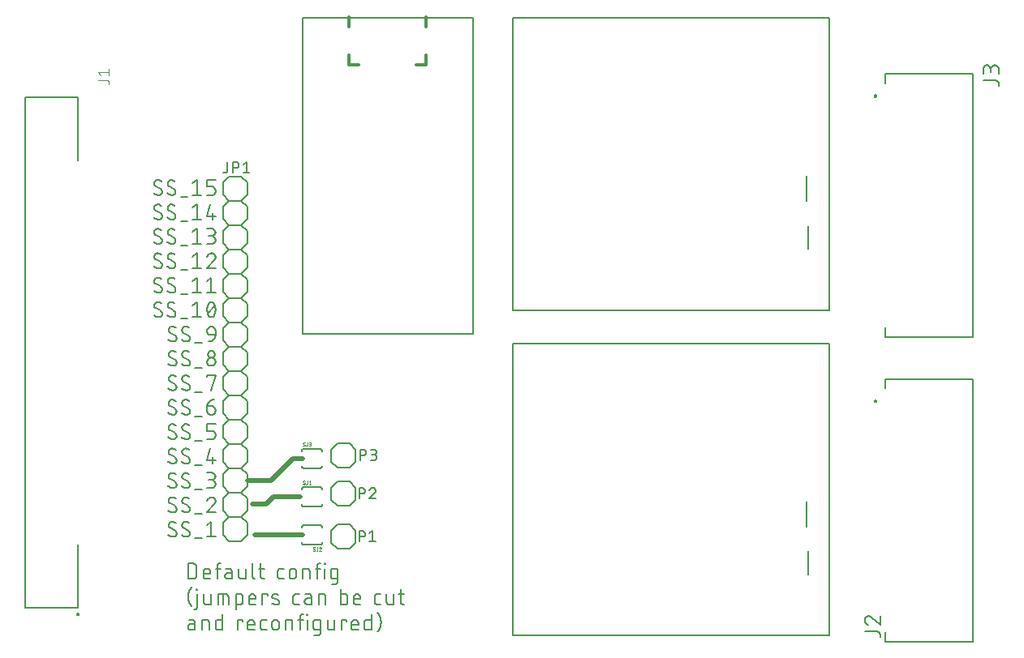
<source format=gbr>
G04 EAGLE Gerber RS-274X export*
G75*
%MOMM*%
%FSLAX34Y34*%
%LPD*%
%INSilkscreen Top*%
%IPPOS*%
%AMOC8*
5,1,8,0,0,1.08239X$1,22.5*%
G01*
%ADD10C,0.127000*%
%ADD11C,0.508000*%
%ADD12C,0.152400*%
%ADD13C,0.200000*%
%ADD14C,0.101600*%
%ADD15C,0.304800*%
%ADD16C,0.203200*%
%ADD17C,0.025400*%


D10*
X140203Y565135D02*
X140320Y565137D01*
X140436Y565143D01*
X140553Y565153D01*
X140669Y565166D01*
X140784Y565184D01*
X140899Y565205D01*
X141013Y565230D01*
X141127Y565259D01*
X141239Y565292D01*
X141350Y565328D01*
X141459Y565369D01*
X141568Y565412D01*
X141675Y565460D01*
X141780Y565511D01*
X141883Y565565D01*
X141985Y565623D01*
X142084Y565684D01*
X142182Y565749D01*
X142277Y565816D01*
X142370Y565887D01*
X142460Y565961D01*
X142548Y566038D01*
X142633Y566118D01*
X142716Y566201D01*
X142796Y566286D01*
X142873Y566374D01*
X142947Y566464D01*
X143018Y566557D01*
X143085Y566652D01*
X143150Y566750D01*
X143211Y566849D01*
X143269Y566951D01*
X143323Y567054D01*
X143374Y567159D01*
X143422Y567266D01*
X143465Y567375D01*
X143506Y567484D01*
X143542Y567595D01*
X143575Y567707D01*
X143604Y567821D01*
X143629Y567935D01*
X143650Y568050D01*
X143668Y568165D01*
X143681Y568281D01*
X143691Y568397D01*
X143697Y568514D01*
X143699Y568631D01*
X140203Y565135D02*
X140026Y565137D01*
X139850Y565143D01*
X139673Y565154D01*
X139497Y565169D01*
X139322Y565188D01*
X139147Y565211D01*
X138972Y565238D01*
X138798Y565270D01*
X138625Y565306D01*
X138453Y565345D01*
X138282Y565389D01*
X138112Y565437D01*
X137943Y565489D01*
X137776Y565545D01*
X137609Y565605D01*
X137445Y565670D01*
X137282Y565737D01*
X137120Y565809D01*
X136961Y565885D01*
X136803Y565964D01*
X136647Y566048D01*
X136493Y566135D01*
X136342Y566225D01*
X136192Y566319D01*
X136045Y566417D01*
X135900Y566518D01*
X135758Y566623D01*
X135618Y566731D01*
X135481Y566842D01*
X135346Y566957D01*
X135215Y567075D01*
X135086Y567196D01*
X134960Y567320D01*
X135396Y577369D02*
X135398Y577486D01*
X135404Y577603D01*
X135414Y577719D01*
X135427Y577835D01*
X135445Y577950D01*
X135466Y578065D01*
X135491Y578179D01*
X135520Y578293D01*
X135553Y578405D01*
X135589Y578516D01*
X135630Y578625D01*
X135673Y578734D01*
X135721Y578841D01*
X135772Y578946D01*
X135826Y579049D01*
X135884Y579151D01*
X135945Y579250D01*
X136010Y579348D01*
X136077Y579443D01*
X136148Y579536D01*
X136222Y579626D01*
X136299Y579714D01*
X136379Y579799D01*
X136462Y579882D01*
X136547Y579962D01*
X136635Y580039D01*
X136725Y580113D01*
X136818Y580184D01*
X136913Y580251D01*
X137011Y580316D01*
X137110Y580377D01*
X137212Y580435D01*
X137315Y580489D01*
X137420Y580540D01*
X137527Y580588D01*
X137636Y580631D01*
X137745Y580672D01*
X137856Y580708D01*
X137968Y580741D01*
X138082Y580770D01*
X138196Y580795D01*
X138311Y580816D01*
X138426Y580834D01*
X138542Y580847D01*
X138658Y580857D01*
X138775Y580863D01*
X138892Y580865D01*
X139048Y580863D01*
X139204Y580858D01*
X139360Y580848D01*
X139516Y580835D01*
X139671Y580819D01*
X139826Y580798D01*
X139980Y580774D01*
X140134Y580746D01*
X140287Y580715D01*
X140439Y580680D01*
X140591Y580641D01*
X140741Y580599D01*
X140890Y580553D01*
X141039Y580504D01*
X141185Y580451D01*
X141331Y580394D01*
X141475Y580334D01*
X141618Y580271D01*
X141759Y580204D01*
X141899Y580134D01*
X142037Y580061D01*
X142173Y579985D01*
X142307Y579905D01*
X142440Y579822D01*
X142570Y579736D01*
X142698Y579646D01*
X142824Y579554D01*
X137145Y574311D02*
X137046Y574371D01*
X136950Y574434D01*
X136856Y574500D01*
X136764Y574570D01*
X136674Y574642D01*
X136587Y574717D01*
X136502Y574795D01*
X136420Y574876D01*
X136341Y574959D01*
X136264Y575045D01*
X136190Y575133D01*
X136119Y575224D01*
X136051Y575316D01*
X135985Y575412D01*
X135923Y575509D01*
X135865Y575608D01*
X135809Y575709D01*
X135757Y575811D01*
X135708Y575916D01*
X135663Y576021D01*
X135621Y576129D01*
X135582Y576237D01*
X135547Y576347D01*
X135516Y576458D01*
X135488Y576570D01*
X135464Y576682D01*
X135444Y576796D01*
X135427Y576910D01*
X135414Y577024D01*
X135404Y577139D01*
X135399Y577254D01*
X135397Y577369D01*
X141950Y571689D02*
X142049Y571629D01*
X142145Y571566D01*
X142239Y571500D01*
X142331Y571430D01*
X142421Y571358D01*
X142508Y571283D01*
X142593Y571205D01*
X142675Y571124D01*
X142755Y571041D01*
X142831Y570955D01*
X142905Y570867D01*
X142976Y570776D01*
X143045Y570683D01*
X143110Y570588D01*
X143172Y570491D01*
X143230Y570392D01*
X143286Y570291D01*
X143338Y570189D01*
X143387Y570084D01*
X143432Y569979D01*
X143474Y569871D01*
X143513Y569763D01*
X143548Y569653D01*
X143579Y569542D01*
X143607Y569430D01*
X143631Y569318D01*
X143651Y569204D01*
X143668Y569090D01*
X143681Y568976D01*
X143691Y568861D01*
X143696Y568746D01*
X143698Y568631D01*
X141951Y571689D02*
X137144Y574311D01*
X154245Y565135D02*
X154362Y565137D01*
X154478Y565143D01*
X154595Y565153D01*
X154711Y565166D01*
X154826Y565184D01*
X154941Y565205D01*
X155055Y565230D01*
X155169Y565259D01*
X155281Y565292D01*
X155392Y565328D01*
X155501Y565369D01*
X155610Y565412D01*
X155717Y565460D01*
X155822Y565511D01*
X155925Y565565D01*
X156027Y565623D01*
X156126Y565684D01*
X156224Y565749D01*
X156319Y565816D01*
X156412Y565887D01*
X156502Y565961D01*
X156590Y566038D01*
X156675Y566118D01*
X156758Y566201D01*
X156838Y566286D01*
X156915Y566374D01*
X156989Y566464D01*
X157060Y566557D01*
X157127Y566652D01*
X157192Y566750D01*
X157253Y566849D01*
X157311Y566951D01*
X157365Y567054D01*
X157416Y567159D01*
X157464Y567266D01*
X157507Y567375D01*
X157548Y567484D01*
X157584Y567595D01*
X157617Y567707D01*
X157646Y567821D01*
X157671Y567935D01*
X157692Y568050D01*
X157710Y568165D01*
X157723Y568281D01*
X157733Y568397D01*
X157739Y568514D01*
X157741Y568631D01*
X154245Y565135D02*
X154068Y565137D01*
X153892Y565143D01*
X153715Y565154D01*
X153539Y565169D01*
X153364Y565188D01*
X153189Y565211D01*
X153014Y565238D01*
X152840Y565270D01*
X152667Y565306D01*
X152495Y565345D01*
X152324Y565389D01*
X152154Y565437D01*
X151985Y565489D01*
X151818Y565545D01*
X151651Y565605D01*
X151487Y565670D01*
X151324Y565737D01*
X151162Y565809D01*
X151003Y565885D01*
X150845Y565964D01*
X150689Y566048D01*
X150535Y566135D01*
X150384Y566225D01*
X150234Y566319D01*
X150087Y566417D01*
X149942Y566518D01*
X149800Y566623D01*
X149660Y566731D01*
X149523Y566842D01*
X149388Y566957D01*
X149257Y567075D01*
X149128Y567196D01*
X149002Y567320D01*
X149438Y577369D02*
X149440Y577486D01*
X149446Y577603D01*
X149456Y577719D01*
X149469Y577835D01*
X149487Y577950D01*
X149508Y578065D01*
X149533Y578179D01*
X149562Y578293D01*
X149595Y578405D01*
X149631Y578516D01*
X149672Y578625D01*
X149715Y578734D01*
X149763Y578841D01*
X149814Y578946D01*
X149868Y579049D01*
X149926Y579151D01*
X149987Y579250D01*
X150052Y579348D01*
X150119Y579443D01*
X150190Y579536D01*
X150264Y579626D01*
X150341Y579714D01*
X150421Y579799D01*
X150504Y579882D01*
X150589Y579962D01*
X150677Y580039D01*
X150767Y580113D01*
X150860Y580184D01*
X150955Y580251D01*
X151053Y580316D01*
X151152Y580377D01*
X151254Y580435D01*
X151357Y580489D01*
X151462Y580540D01*
X151569Y580588D01*
X151678Y580631D01*
X151787Y580672D01*
X151898Y580708D01*
X152010Y580741D01*
X152124Y580770D01*
X152238Y580795D01*
X152353Y580816D01*
X152468Y580834D01*
X152584Y580847D01*
X152700Y580857D01*
X152817Y580863D01*
X152934Y580865D01*
X153090Y580863D01*
X153246Y580858D01*
X153402Y580848D01*
X153558Y580835D01*
X153713Y580819D01*
X153868Y580798D01*
X154022Y580774D01*
X154176Y580746D01*
X154329Y580715D01*
X154481Y580680D01*
X154633Y580641D01*
X154783Y580599D01*
X154932Y580553D01*
X155081Y580504D01*
X155227Y580451D01*
X155373Y580394D01*
X155517Y580334D01*
X155660Y580271D01*
X155801Y580204D01*
X155941Y580134D01*
X156079Y580061D01*
X156215Y579985D01*
X156349Y579905D01*
X156482Y579822D01*
X156612Y579736D01*
X156740Y579646D01*
X156866Y579554D01*
X151187Y574311D02*
X151088Y574371D01*
X150992Y574434D01*
X150898Y574500D01*
X150806Y574570D01*
X150716Y574642D01*
X150629Y574717D01*
X150544Y574795D01*
X150462Y574876D01*
X150383Y574959D01*
X150306Y575045D01*
X150232Y575133D01*
X150161Y575224D01*
X150093Y575316D01*
X150027Y575412D01*
X149965Y575509D01*
X149907Y575608D01*
X149851Y575709D01*
X149799Y575811D01*
X149750Y575916D01*
X149705Y576021D01*
X149663Y576129D01*
X149624Y576237D01*
X149589Y576347D01*
X149558Y576458D01*
X149530Y576570D01*
X149506Y576682D01*
X149486Y576796D01*
X149469Y576910D01*
X149456Y577024D01*
X149446Y577139D01*
X149441Y577254D01*
X149439Y577369D01*
X155992Y571689D02*
X156091Y571629D01*
X156187Y571566D01*
X156281Y571500D01*
X156373Y571430D01*
X156463Y571358D01*
X156550Y571283D01*
X156635Y571205D01*
X156717Y571124D01*
X156797Y571041D01*
X156873Y570955D01*
X156947Y570867D01*
X157018Y570776D01*
X157087Y570683D01*
X157152Y570588D01*
X157214Y570491D01*
X157272Y570392D01*
X157328Y570291D01*
X157380Y570189D01*
X157429Y570084D01*
X157474Y569979D01*
X157516Y569871D01*
X157555Y569763D01*
X157590Y569653D01*
X157621Y569542D01*
X157649Y569430D01*
X157673Y569318D01*
X157693Y569204D01*
X157710Y569090D01*
X157723Y568976D01*
X157733Y568861D01*
X157738Y568746D01*
X157740Y568631D01*
X155993Y571689D02*
X151186Y574311D01*
X162915Y563387D02*
X169906Y563387D01*
X175581Y577369D02*
X179951Y580865D01*
X179951Y565135D01*
X184320Y565135D02*
X175581Y565135D01*
X190626Y565135D02*
X195869Y565135D01*
X195986Y565137D01*
X196103Y565143D01*
X196219Y565153D01*
X196335Y565166D01*
X196450Y565184D01*
X196565Y565205D01*
X196679Y565230D01*
X196793Y565259D01*
X196905Y565292D01*
X197016Y565328D01*
X197125Y565369D01*
X197234Y565412D01*
X197341Y565460D01*
X197446Y565511D01*
X197549Y565565D01*
X197651Y565623D01*
X197750Y565684D01*
X197848Y565749D01*
X197943Y565816D01*
X198036Y565887D01*
X198126Y565961D01*
X198214Y566038D01*
X198299Y566118D01*
X198382Y566201D01*
X198462Y566286D01*
X198539Y566374D01*
X198613Y566464D01*
X198684Y566557D01*
X198751Y566652D01*
X198816Y566750D01*
X198877Y566849D01*
X198935Y566951D01*
X198989Y567054D01*
X199040Y567159D01*
X199088Y567266D01*
X199131Y567374D01*
X199172Y567484D01*
X199208Y567595D01*
X199241Y567707D01*
X199270Y567821D01*
X199295Y567935D01*
X199316Y568049D01*
X199334Y568165D01*
X199347Y568281D01*
X199357Y568397D01*
X199363Y568514D01*
X199365Y568631D01*
X199365Y570378D01*
X199363Y570495D01*
X199357Y570612D01*
X199347Y570728D01*
X199334Y570844D01*
X199316Y570959D01*
X199295Y571074D01*
X199270Y571188D01*
X199241Y571302D01*
X199208Y571414D01*
X199172Y571525D01*
X199131Y571634D01*
X199088Y571743D01*
X199040Y571850D01*
X198989Y571955D01*
X198935Y572058D01*
X198877Y572160D01*
X198816Y572259D01*
X198751Y572357D01*
X198684Y572452D01*
X198613Y572545D01*
X198539Y572635D01*
X198462Y572723D01*
X198382Y572808D01*
X198299Y572891D01*
X198214Y572971D01*
X198126Y573048D01*
X198036Y573122D01*
X197943Y573193D01*
X197848Y573260D01*
X197750Y573325D01*
X197651Y573386D01*
X197549Y573444D01*
X197446Y573498D01*
X197341Y573549D01*
X197234Y573597D01*
X197125Y573640D01*
X197016Y573681D01*
X196905Y573717D01*
X196793Y573750D01*
X196679Y573779D01*
X196565Y573804D01*
X196450Y573825D01*
X196335Y573843D01*
X196219Y573856D01*
X196103Y573866D01*
X195986Y573872D01*
X195869Y573874D01*
X190626Y573874D01*
X190626Y580865D01*
X199365Y580865D01*
X143699Y543131D02*
X143697Y543014D01*
X143691Y542897D01*
X143681Y542781D01*
X143668Y542665D01*
X143650Y542550D01*
X143629Y542435D01*
X143604Y542321D01*
X143575Y542207D01*
X143542Y542095D01*
X143506Y541984D01*
X143465Y541875D01*
X143422Y541766D01*
X143374Y541659D01*
X143323Y541554D01*
X143269Y541451D01*
X143211Y541349D01*
X143150Y541250D01*
X143085Y541152D01*
X143018Y541057D01*
X142947Y540964D01*
X142873Y540874D01*
X142796Y540786D01*
X142716Y540701D01*
X142633Y540618D01*
X142548Y540538D01*
X142460Y540461D01*
X142370Y540387D01*
X142277Y540316D01*
X142182Y540249D01*
X142084Y540184D01*
X141985Y540123D01*
X141883Y540065D01*
X141780Y540011D01*
X141675Y539960D01*
X141568Y539912D01*
X141459Y539869D01*
X141350Y539828D01*
X141239Y539792D01*
X141127Y539759D01*
X141013Y539730D01*
X140899Y539705D01*
X140784Y539684D01*
X140669Y539666D01*
X140553Y539653D01*
X140436Y539643D01*
X140320Y539637D01*
X140203Y539635D01*
X140026Y539637D01*
X139850Y539643D01*
X139673Y539654D01*
X139497Y539669D01*
X139322Y539688D01*
X139147Y539711D01*
X138972Y539738D01*
X138798Y539770D01*
X138625Y539806D01*
X138453Y539845D01*
X138282Y539889D01*
X138112Y539937D01*
X137943Y539989D01*
X137776Y540045D01*
X137609Y540105D01*
X137445Y540170D01*
X137282Y540237D01*
X137120Y540309D01*
X136961Y540385D01*
X136803Y540464D01*
X136647Y540548D01*
X136493Y540635D01*
X136342Y540725D01*
X136192Y540819D01*
X136045Y540917D01*
X135900Y541018D01*
X135758Y541123D01*
X135618Y541231D01*
X135481Y541342D01*
X135346Y541457D01*
X135215Y541575D01*
X135086Y541696D01*
X134960Y541820D01*
X135396Y551869D02*
X135398Y551986D01*
X135404Y552103D01*
X135414Y552219D01*
X135427Y552335D01*
X135445Y552450D01*
X135466Y552565D01*
X135491Y552679D01*
X135520Y552793D01*
X135553Y552905D01*
X135589Y553016D01*
X135630Y553125D01*
X135673Y553234D01*
X135721Y553341D01*
X135772Y553446D01*
X135826Y553549D01*
X135884Y553651D01*
X135945Y553750D01*
X136010Y553848D01*
X136077Y553943D01*
X136148Y554036D01*
X136222Y554126D01*
X136299Y554214D01*
X136379Y554299D01*
X136462Y554382D01*
X136547Y554462D01*
X136635Y554539D01*
X136725Y554613D01*
X136818Y554684D01*
X136913Y554751D01*
X137011Y554816D01*
X137110Y554877D01*
X137212Y554935D01*
X137315Y554989D01*
X137420Y555040D01*
X137527Y555088D01*
X137636Y555131D01*
X137745Y555172D01*
X137856Y555208D01*
X137968Y555241D01*
X138082Y555270D01*
X138196Y555295D01*
X138311Y555316D01*
X138426Y555334D01*
X138542Y555347D01*
X138658Y555357D01*
X138775Y555363D01*
X138892Y555365D01*
X139048Y555363D01*
X139204Y555358D01*
X139360Y555348D01*
X139516Y555335D01*
X139671Y555319D01*
X139826Y555298D01*
X139980Y555274D01*
X140134Y555246D01*
X140287Y555215D01*
X140439Y555180D01*
X140591Y555141D01*
X140741Y555099D01*
X140890Y555053D01*
X141039Y555004D01*
X141185Y554951D01*
X141331Y554894D01*
X141475Y554834D01*
X141618Y554771D01*
X141759Y554704D01*
X141899Y554634D01*
X142037Y554561D01*
X142173Y554485D01*
X142307Y554405D01*
X142440Y554322D01*
X142570Y554236D01*
X142698Y554146D01*
X142824Y554054D01*
X137145Y548811D02*
X137046Y548871D01*
X136950Y548934D01*
X136856Y549000D01*
X136764Y549070D01*
X136674Y549142D01*
X136587Y549217D01*
X136502Y549295D01*
X136420Y549376D01*
X136341Y549459D01*
X136264Y549545D01*
X136190Y549633D01*
X136119Y549724D01*
X136051Y549816D01*
X135985Y549912D01*
X135923Y550009D01*
X135865Y550108D01*
X135809Y550209D01*
X135757Y550311D01*
X135708Y550416D01*
X135663Y550521D01*
X135621Y550629D01*
X135582Y550737D01*
X135547Y550847D01*
X135516Y550958D01*
X135488Y551070D01*
X135464Y551182D01*
X135444Y551296D01*
X135427Y551410D01*
X135414Y551524D01*
X135404Y551639D01*
X135399Y551754D01*
X135397Y551869D01*
X141950Y546189D02*
X142049Y546129D01*
X142145Y546066D01*
X142239Y546000D01*
X142331Y545930D01*
X142421Y545858D01*
X142508Y545783D01*
X142593Y545705D01*
X142675Y545624D01*
X142755Y545541D01*
X142831Y545455D01*
X142905Y545367D01*
X142976Y545276D01*
X143045Y545183D01*
X143110Y545088D01*
X143172Y544991D01*
X143230Y544892D01*
X143286Y544791D01*
X143338Y544689D01*
X143387Y544584D01*
X143432Y544479D01*
X143474Y544371D01*
X143513Y544263D01*
X143548Y544153D01*
X143579Y544042D01*
X143607Y543930D01*
X143631Y543818D01*
X143651Y543704D01*
X143668Y543590D01*
X143681Y543476D01*
X143691Y543361D01*
X143696Y543246D01*
X143698Y543131D01*
X141951Y546189D02*
X137144Y548811D01*
X154245Y539635D02*
X154362Y539637D01*
X154478Y539643D01*
X154595Y539653D01*
X154711Y539666D01*
X154826Y539684D01*
X154941Y539705D01*
X155055Y539730D01*
X155169Y539759D01*
X155281Y539792D01*
X155392Y539828D01*
X155501Y539869D01*
X155610Y539912D01*
X155717Y539960D01*
X155822Y540011D01*
X155925Y540065D01*
X156027Y540123D01*
X156126Y540184D01*
X156224Y540249D01*
X156319Y540316D01*
X156412Y540387D01*
X156502Y540461D01*
X156590Y540538D01*
X156675Y540618D01*
X156758Y540701D01*
X156838Y540786D01*
X156915Y540874D01*
X156989Y540964D01*
X157060Y541057D01*
X157127Y541152D01*
X157192Y541250D01*
X157253Y541349D01*
X157311Y541451D01*
X157365Y541554D01*
X157416Y541659D01*
X157464Y541766D01*
X157507Y541875D01*
X157548Y541984D01*
X157584Y542095D01*
X157617Y542207D01*
X157646Y542321D01*
X157671Y542435D01*
X157692Y542550D01*
X157710Y542665D01*
X157723Y542781D01*
X157733Y542897D01*
X157739Y543014D01*
X157741Y543131D01*
X154245Y539635D02*
X154068Y539637D01*
X153892Y539643D01*
X153715Y539654D01*
X153539Y539669D01*
X153364Y539688D01*
X153189Y539711D01*
X153014Y539738D01*
X152840Y539770D01*
X152667Y539806D01*
X152495Y539845D01*
X152324Y539889D01*
X152154Y539937D01*
X151985Y539989D01*
X151818Y540045D01*
X151651Y540105D01*
X151487Y540170D01*
X151324Y540237D01*
X151162Y540309D01*
X151003Y540385D01*
X150845Y540464D01*
X150689Y540548D01*
X150535Y540635D01*
X150384Y540725D01*
X150234Y540819D01*
X150087Y540917D01*
X149942Y541018D01*
X149800Y541123D01*
X149660Y541231D01*
X149523Y541342D01*
X149388Y541457D01*
X149257Y541575D01*
X149128Y541696D01*
X149002Y541820D01*
X149438Y551869D02*
X149440Y551986D01*
X149446Y552103D01*
X149456Y552219D01*
X149469Y552335D01*
X149487Y552450D01*
X149508Y552565D01*
X149533Y552679D01*
X149562Y552793D01*
X149595Y552905D01*
X149631Y553016D01*
X149672Y553125D01*
X149715Y553234D01*
X149763Y553341D01*
X149814Y553446D01*
X149868Y553549D01*
X149926Y553651D01*
X149987Y553750D01*
X150052Y553848D01*
X150119Y553943D01*
X150190Y554036D01*
X150264Y554126D01*
X150341Y554214D01*
X150421Y554299D01*
X150504Y554382D01*
X150589Y554462D01*
X150677Y554539D01*
X150767Y554613D01*
X150860Y554684D01*
X150955Y554751D01*
X151053Y554816D01*
X151152Y554877D01*
X151254Y554935D01*
X151357Y554989D01*
X151462Y555040D01*
X151569Y555088D01*
X151678Y555131D01*
X151787Y555172D01*
X151898Y555208D01*
X152010Y555241D01*
X152124Y555270D01*
X152238Y555295D01*
X152353Y555316D01*
X152468Y555334D01*
X152584Y555347D01*
X152700Y555357D01*
X152817Y555363D01*
X152934Y555365D01*
X153090Y555363D01*
X153246Y555358D01*
X153402Y555348D01*
X153558Y555335D01*
X153713Y555319D01*
X153868Y555298D01*
X154022Y555274D01*
X154176Y555246D01*
X154329Y555215D01*
X154481Y555180D01*
X154633Y555141D01*
X154783Y555099D01*
X154932Y555053D01*
X155081Y555004D01*
X155227Y554951D01*
X155373Y554894D01*
X155517Y554834D01*
X155660Y554771D01*
X155801Y554704D01*
X155941Y554634D01*
X156079Y554561D01*
X156215Y554485D01*
X156349Y554405D01*
X156482Y554322D01*
X156612Y554236D01*
X156740Y554146D01*
X156866Y554054D01*
X151187Y548811D02*
X151088Y548871D01*
X150992Y548934D01*
X150898Y549000D01*
X150806Y549070D01*
X150716Y549142D01*
X150629Y549217D01*
X150544Y549295D01*
X150462Y549376D01*
X150383Y549459D01*
X150306Y549545D01*
X150232Y549633D01*
X150161Y549724D01*
X150093Y549816D01*
X150027Y549912D01*
X149965Y550009D01*
X149907Y550108D01*
X149851Y550209D01*
X149799Y550311D01*
X149750Y550416D01*
X149705Y550521D01*
X149663Y550629D01*
X149624Y550737D01*
X149589Y550847D01*
X149558Y550958D01*
X149530Y551070D01*
X149506Y551182D01*
X149486Y551296D01*
X149469Y551410D01*
X149456Y551524D01*
X149446Y551639D01*
X149441Y551754D01*
X149439Y551869D01*
X155992Y546189D02*
X156091Y546129D01*
X156187Y546066D01*
X156281Y546000D01*
X156373Y545930D01*
X156463Y545858D01*
X156550Y545783D01*
X156635Y545705D01*
X156717Y545624D01*
X156797Y545541D01*
X156873Y545455D01*
X156947Y545367D01*
X157018Y545276D01*
X157087Y545183D01*
X157152Y545088D01*
X157214Y544991D01*
X157272Y544892D01*
X157328Y544791D01*
X157380Y544689D01*
X157429Y544584D01*
X157474Y544479D01*
X157516Y544371D01*
X157555Y544263D01*
X157590Y544153D01*
X157621Y544042D01*
X157649Y543930D01*
X157673Y543818D01*
X157693Y543704D01*
X157710Y543590D01*
X157723Y543476D01*
X157733Y543361D01*
X157738Y543246D01*
X157740Y543131D01*
X155993Y546189D02*
X151186Y548811D01*
X162915Y537887D02*
X169906Y537887D01*
X175581Y551869D02*
X179951Y555365D01*
X179951Y539635D01*
X184320Y539635D02*
X175581Y539635D01*
X190626Y543131D02*
X194122Y555365D01*
X190626Y543131D02*
X199365Y543131D01*
X196743Y546626D02*
X196743Y539635D01*
X143699Y517631D02*
X143697Y517514D01*
X143691Y517397D01*
X143681Y517281D01*
X143668Y517165D01*
X143650Y517050D01*
X143629Y516935D01*
X143604Y516821D01*
X143575Y516707D01*
X143542Y516595D01*
X143506Y516484D01*
X143465Y516375D01*
X143422Y516266D01*
X143374Y516159D01*
X143323Y516054D01*
X143269Y515951D01*
X143211Y515849D01*
X143150Y515750D01*
X143085Y515652D01*
X143018Y515557D01*
X142947Y515464D01*
X142873Y515374D01*
X142796Y515286D01*
X142716Y515201D01*
X142633Y515118D01*
X142548Y515038D01*
X142460Y514961D01*
X142370Y514887D01*
X142277Y514816D01*
X142182Y514749D01*
X142084Y514684D01*
X141985Y514623D01*
X141883Y514565D01*
X141780Y514511D01*
X141675Y514460D01*
X141568Y514412D01*
X141459Y514369D01*
X141350Y514328D01*
X141239Y514292D01*
X141127Y514259D01*
X141013Y514230D01*
X140899Y514205D01*
X140784Y514184D01*
X140669Y514166D01*
X140553Y514153D01*
X140436Y514143D01*
X140320Y514137D01*
X140203Y514135D01*
X140026Y514137D01*
X139850Y514143D01*
X139673Y514154D01*
X139497Y514169D01*
X139322Y514188D01*
X139147Y514211D01*
X138972Y514238D01*
X138798Y514270D01*
X138625Y514306D01*
X138453Y514345D01*
X138282Y514389D01*
X138112Y514437D01*
X137943Y514489D01*
X137776Y514545D01*
X137609Y514605D01*
X137445Y514670D01*
X137282Y514737D01*
X137120Y514809D01*
X136961Y514885D01*
X136803Y514964D01*
X136647Y515048D01*
X136493Y515135D01*
X136342Y515225D01*
X136192Y515319D01*
X136045Y515417D01*
X135900Y515518D01*
X135758Y515623D01*
X135618Y515731D01*
X135481Y515842D01*
X135346Y515957D01*
X135215Y516075D01*
X135086Y516196D01*
X134960Y516320D01*
X135396Y526369D02*
X135398Y526486D01*
X135404Y526603D01*
X135414Y526719D01*
X135427Y526835D01*
X135445Y526950D01*
X135466Y527065D01*
X135491Y527179D01*
X135520Y527293D01*
X135553Y527405D01*
X135589Y527516D01*
X135630Y527625D01*
X135673Y527734D01*
X135721Y527841D01*
X135772Y527946D01*
X135826Y528049D01*
X135884Y528151D01*
X135945Y528250D01*
X136010Y528348D01*
X136077Y528443D01*
X136148Y528536D01*
X136222Y528626D01*
X136299Y528714D01*
X136379Y528799D01*
X136462Y528882D01*
X136547Y528962D01*
X136635Y529039D01*
X136725Y529113D01*
X136818Y529184D01*
X136913Y529251D01*
X137011Y529316D01*
X137110Y529377D01*
X137212Y529435D01*
X137315Y529489D01*
X137420Y529540D01*
X137527Y529588D01*
X137636Y529631D01*
X137745Y529672D01*
X137856Y529708D01*
X137968Y529741D01*
X138082Y529770D01*
X138196Y529795D01*
X138311Y529816D01*
X138426Y529834D01*
X138542Y529847D01*
X138658Y529857D01*
X138775Y529863D01*
X138892Y529865D01*
X139048Y529863D01*
X139204Y529858D01*
X139360Y529848D01*
X139516Y529835D01*
X139671Y529819D01*
X139826Y529798D01*
X139980Y529774D01*
X140134Y529746D01*
X140287Y529715D01*
X140439Y529680D01*
X140591Y529641D01*
X140741Y529599D01*
X140890Y529553D01*
X141039Y529504D01*
X141185Y529451D01*
X141331Y529394D01*
X141475Y529334D01*
X141618Y529271D01*
X141759Y529204D01*
X141899Y529134D01*
X142037Y529061D01*
X142173Y528985D01*
X142307Y528905D01*
X142440Y528822D01*
X142570Y528736D01*
X142698Y528646D01*
X142824Y528554D01*
X137145Y523311D02*
X137046Y523371D01*
X136950Y523434D01*
X136856Y523500D01*
X136764Y523570D01*
X136674Y523642D01*
X136587Y523717D01*
X136502Y523795D01*
X136420Y523876D01*
X136341Y523959D01*
X136264Y524045D01*
X136190Y524133D01*
X136119Y524224D01*
X136051Y524316D01*
X135985Y524412D01*
X135923Y524509D01*
X135865Y524608D01*
X135809Y524709D01*
X135757Y524811D01*
X135708Y524916D01*
X135663Y525021D01*
X135621Y525129D01*
X135582Y525237D01*
X135547Y525347D01*
X135516Y525458D01*
X135488Y525570D01*
X135464Y525682D01*
X135444Y525796D01*
X135427Y525910D01*
X135414Y526024D01*
X135404Y526139D01*
X135399Y526254D01*
X135397Y526369D01*
X141950Y520689D02*
X142049Y520629D01*
X142145Y520566D01*
X142239Y520500D01*
X142331Y520430D01*
X142421Y520358D01*
X142508Y520283D01*
X142593Y520205D01*
X142675Y520124D01*
X142755Y520041D01*
X142831Y519955D01*
X142905Y519867D01*
X142976Y519776D01*
X143045Y519683D01*
X143110Y519588D01*
X143172Y519491D01*
X143230Y519392D01*
X143286Y519291D01*
X143338Y519189D01*
X143387Y519084D01*
X143432Y518979D01*
X143474Y518871D01*
X143513Y518763D01*
X143548Y518653D01*
X143579Y518542D01*
X143607Y518430D01*
X143631Y518318D01*
X143651Y518204D01*
X143668Y518090D01*
X143681Y517976D01*
X143691Y517861D01*
X143696Y517746D01*
X143698Y517631D01*
X141951Y520689D02*
X137144Y523311D01*
X154245Y514135D02*
X154362Y514137D01*
X154478Y514143D01*
X154595Y514153D01*
X154711Y514166D01*
X154826Y514184D01*
X154941Y514205D01*
X155055Y514230D01*
X155169Y514259D01*
X155281Y514292D01*
X155392Y514328D01*
X155501Y514369D01*
X155610Y514412D01*
X155717Y514460D01*
X155822Y514511D01*
X155925Y514565D01*
X156027Y514623D01*
X156126Y514684D01*
X156224Y514749D01*
X156319Y514816D01*
X156412Y514887D01*
X156502Y514961D01*
X156590Y515038D01*
X156675Y515118D01*
X156758Y515201D01*
X156838Y515286D01*
X156915Y515374D01*
X156989Y515464D01*
X157060Y515557D01*
X157127Y515652D01*
X157192Y515750D01*
X157253Y515849D01*
X157311Y515951D01*
X157365Y516054D01*
X157416Y516159D01*
X157464Y516266D01*
X157507Y516375D01*
X157548Y516484D01*
X157584Y516595D01*
X157617Y516707D01*
X157646Y516821D01*
X157671Y516935D01*
X157692Y517050D01*
X157710Y517165D01*
X157723Y517281D01*
X157733Y517397D01*
X157739Y517514D01*
X157741Y517631D01*
X154245Y514135D02*
X154068Y514137D01*
X153892Y514143D01*
X153715Y514154D01*
X153539Y514169D01*
X153364Y514188D01*
X153189Y514211D01*
X153014Y514238D01*
X152840Y514270D01*
X152667Y514306D01*
X152495Y514345D01*
X152324Y514389D01*
X152154Y514437D01*
X151985Y514489D01*
X151818Y514545D01*
X151651Y514605D01*
X151487Y514670D01*
X151324Y514737D01*
X151162Y514809D01*
X151003Y514885D01*
X150845Y514964D01*
X150689Y515048D01*
X150535Y515135D01*
X150384Y515225D01*
X150234Y515319D01*
X150087Y515417D01*
X149942Y515518D01*
X149800Y515623D01*
X149660Y515731D01*
X149523Y515842D01*
X149388Y515957D01*
X149257Y516075D01*
X149128Y516196D01*
X149002Y516320D01*
X149438Y526369D02*
X149440Y526486D01*
X149446Y526603D01*
X149456Y526719D01*
X149469Y526835D01*
X149487Y526950D01*
X149508Y527065D01*
X149533Y527179D01*
X149562Y527293D01*
X149595Y527405D01*
X149631Y527516D01*
X149672Y527625D01*
X149715Y527734D01*
X149763Y527841D01*
X149814Y527946D01*
X149868Y528049D01*
X149926Y528151D01*
X149987Y528250D01*
X150052Y528348D01*
X150119Y528443D01*
X150190Y528536D01*
X150264Y528626D01*
X150341Y528714D01*
X150421Y528799D01*
X150504Y528882D01*
X150589Y528962D01*
X150677Y529039D01*
X150767Y529113D01*
X150860Y529184D01*
X150955Y529251D01*
X151053Y529316D01*
X151152Y529377D01*
X151254Y529435D01*
X151357Y529489D01*
X151462Y529540D01*
X151569Y529588D01*
X151678Y529631D01*
X151787Y529672D01*
X151898Y529708D01*
X152010Y529741D01*
X152124Y529770D01*
X152238Y529795D01*
X152353Y529816D01*
X152468Y529834D01*
X152584Y529847D01*
X152700Y529857D01*
X152817Y529863D01*
X152934Y529865D01*
X153090Y529863D01*
X153246Y529858D01*
X153402Y529848D01*
X153558Y529835D01*
X153713Y529819D01*
X153868Y529798D01*
X154022Y529774D01*
X154176Y529746D01*
X154329Y529715D01*
X154481Y529680D01*
X154633Y529641D01*
X154783Y529599D01*
X154932Y529553D01*
X155081Y529504D01*
X155227Y529451D01*
X155373Y529394D01*
X155517Y529334D01*
X155660Y529271D01*
X155801Y529204D01*
X155941Y529134D01*
X156079Y529061D01*
X156215Y528985D01*
X156349Y528905D01*
X156482Y528822D01*
X156612Y528736D01*
X156740Y528646D01*
X156866Y528554D01*
X151187Y523311D02*
X151088Y523371D01*
X150992Y523434D01*
X150898Y523500D01*
X150806Y523570D01*
X150716Y523642D01*
X150629Y523717D01*
X150544Y523795D01*
X150462Y523876D01*
X150383Y523959D01*
X150306Y524045D01*
X150232Y524133D01*
X150161Y524224D01*
X150093Y524316D01*
X150027Y524412D01*
X149965Y524509D01*
X149907Y524608D01*
X149851Y524709D01*
X149799Y524811D01*
X149750Y524916D01*
X149705Y525021D01*
X149663Y525129D01*
X149624Y525237D01*
X149589Y525347D01*
X149558Y525458D01*
X149530Y525570D01*
X149506Y525682D01*
X149486Y525796D01*
X149469Y525910D01*
X149456Y526024D01*
X149446Y526139D01*
X149441Y526254D01*
X149439Y526369D01*
X155992Y520689D02*
X156091Y520629D01*
X156187Y520566D01*
X156281Y520500D01*
X156373Y520430D01*
X156463Y520358D01*
X156550Y520283D01*
X156635Y520205D01*
X156717Y520124D01*
X156797Y520041D01*
X156873Y519955D01*
X156947Y519867D01*
X157018Y519776D01*
X157087Y519683D01*
X157152Y519588D01*
X157214Y519491D01*
X157272Y519392D01*
X157328Y519291D01*
X157380Y519189D01*
X157429Y519084D01*
X157474Y518979D01*
X157516Y518871D01*
X157555Y518763D01*
X157590Y518653D01*
X157621Y518542D01*
X157649Y518430D01*
X157673Y518318D01*
X157693Y518204D01*
X157710Y518090D01*
X157723Y517976D01*
X157733Y517861D01*
X157738Y517746D01*
X157740Y517631D01*
X155993Y520689D02*
X151186Y523311D01*
X162915Y512387D02*
X169906Y512387D01*
X175581Y526369D02*
X179951Y529865D01*
X179951Y514135D01*
X184320Y514135D02*
X175581Y514135D01*
X190626Y514135D02*
X194996Y514135D01*
X195127Y514137D01*
X195257Y514143D01*
X195388Y514153D01*
X195518Y514166D01*
X195647Y514184D01*
X195776Y514205D01*
X195904Y514230D01*
X196032Y514260D01*
X196158Y514292D01*
X196284Y514329D01*
X196408Y514369D01*
X196531Y514414D01*
X196653Y514461D01*
X196773Y514513D01*
X196892Y514568D01*
X197009Y514626D01*
X197124Y514688D01*
X197237Y514753D01*
X197348Y514822D01*
X197457Y514894D01*
X197564Y514969D01*
X197669Y515048D01*
X197771Y515129D01*
X197871Y515214D01*
X197968Y515301D01*
X198062Y515392D01*
X198154Y515485D01*
X198243Y515581D01*
X198329Y515679D01*
X198412Y515780D01*
X198492Y515883D01*
X198569Y515989D01*
X198642Y516097D01*
X198713Y516207D01*
X198780Y516320D01*
X198843Y516434D01*
X198904Y516550D01*
X198960Y516667D01*
X199013Y516787D01*
X199063Y516908D01*
X199109Y517030D01*
X199151Y517154D01*
X199190Y517279D01*
X199224Y517405D01*
X199255Y517532D01*
X199283Y517660D01*
X199306Y517788D01*
X199325Y517918D01*
X199341Y518047D01*
X199353Y518178D01*
X199361Y518308D01*
X199365Y518439D01*
X199365Y518569D01*
X199361Y518700D01*
X199353Y518830D01*
X199341Y518961D01*
X199325Y519090D01*
X199306Y519220D01*
X199283Y519348D01*
X199255Y519476D01*
X199224Y519603D01*
X199190Y519729D01*
X199151Y519854D01*
X199109Y519978D01*
X199063Y520100D01*
X199013Y520221D01*
X198960Y520341D01*
X198904Y520458D01*
X198843Y520574D01*
X198780Y520689D01*
X198713Y520801D01*
X198642Y520911D01*
X198569Y521019D01*
X198492Y521125D01*
X198412Y521228D01*
X198329Y521329D01*
X198243Y521427D01*
X198154Y521523D01*
X198062Y521616D01*
X197968Y521707D01*
X197871Y521794D01*
X197771Y521879D01*
X197669Y521960D01*
X197564Y522039D01*
X197457Y522114D01*
X197348Y522186D01*
X197237Y522255D01*
X197124Y522320D01*
X197009Y522382D01*
X196892Y522440D01*
X196773Y522495D01*
X196653Y522547D01*
X196531Y522594D01*
X196408Y522639D01*
X196284Y522679D01*
X196158Y522716D01*
X196032Y522748D01*
X195904Y522778D01*
X195776Y522803D01*
X195647Y522824D01*
X195518Y522842D01*
X195388Y522855D01*
X195257Y522865D01*
X195127Y522871D01*
X194996Y522873D01*
X195869Y529865D02*
X190626Y529865D01*
X195869Y529865D02*
X195987Y529863D01*
X196105Y529857D01*
X196223Y529847D01*
X196340Y529833D01*
X196457Y529815D01*
X196573Y529793D01*
X196688Y529768D01*
X196802Y529738D01*
X196916Y529705D01*
X197028Y529667D01*
X197138Y529626D01*
X197248Y529582D01*
X197355Y529533D01*
X197461Y529481D01*
X197566Y529426D01*
X197668Y529367D01*
X197768Y529304D01*
X197866Y529238D01*
X197962Y529169D01*
X198055Y529097D01*
X198146Y529022D01*
X198234Y528943D01*
X198320Y528862D01*
X198403Y528778D01*
X198483Y528691D01*
X198560Y528601D01*
X198634Y528509D01*
X198704Y528414D01*
X198772Y528317D01*
X198836Y528218D01*
X198897Y528117D01*
X198954Y528014D01*
X199008Y527909D01*
X199058Y527802D01*
X199105Y527693D01*
X199147Y527583D01*
X199187Y527472D01*
X199222Y527359D01*
X199253Y527245D01*
X199281Y527130D01*
X199305Y527015D01*
X199325Y526898D01*
X199341Y526781D01*
X199353Y526664D01*
X199361Y526546D01*
X199365Y526428D01*
X199365Y526310D01*
X199361Y526192D01*
X199353Y526074D01*
X199341Y525957D01*
X199325Y525840D01*
X199305Y525723D01*
X199281Y525608D01*
X199253Y525493D01*
X199222Y525379D01*
X199187Y525266D01*
X199147Y525155D01*
X199105Y525045D01*
X199058Y524936D01*
X199008Y524829D01*
X198954Y524724D01*
X198897Y524621D01*
X198836Y524520D01*
X198772Y524421D01*
X198704Y524324D01*
X198634Y524229D01*
X198560Y524137D01*
X198483Y524047D01*
X198403Y523960D01*
X198320Y523876D01*
X198234Y523795D01*
X198146Y523716D01*
X198055Y523641D01*
X197962Y523569D01*
X197866Y523500D01*
X197768Y523434D01*
X197668Y523371D01*
X197566Y523312D01*
X197461Y523257D01*
X197355Y523205D01*
X197248Y523156D01*
X197138Y523112D01*
X197028Y523071D01*
X196916Y523033D01*
X196802Y523000D01*
X196688Y522970D01*
X196573Y522945D01*
X196457Y522923D01*
X196340Y522905D01*
X196223Y522891D01*
X196105Y522881D01*
X195987Y522875D01*
X195869Y522873D01*
X195869Y522874D02*
X192374Y522874D01*
X143699Y492131D02*
X143697Y492014D01*
X143691Y491897D01*
X143681Y491781D01*
X143668Y491665D01*
X143650Y491550D01*
X143629Y491435D01*
X143604Y491321D01*
X143575Y491207D01*
X143542Y491095D01*
X143506Y490984D01*
X143465Y490875D01*
X143422Y490766D01*
X143374Y490659D01*
X143323Y490554D01*
X143269Y490451D01*
X143211Y490349D01*
X143150Y490250D01*
X143085Y490152D01*
X143018Y490057D01*
X142947Y489964D01*
X142873Y489874D01*
X142796Y489786D01*
X142716Y489701D01*
X142633Y489618D01*
X142548Y489538D01*
X142460Y489461D01*
X142370Y489387D01*
X142277Y489316D01*
X142182Y489249D01*
X142084Y489184D01*
X141985Y489123D01*
X141883Y489065D01*
X141780Y489011D01*
X141675Y488960D01*
X141568Y488912D01*
X141459Y488869D01*
X141350Y488828D01*
X141239Y488792D01*
X141127Y488759D01*
X141013Y488730D01*
X140899Y488705D01*
X140784Y488684D01*
X140669Y488666D01*
X140553Y488653D01*
X140436Y488643D01*
X140320Y488637D01*
X140203Y488635D01*
X140026Y488637D01*
X139850Y488643D01*
X139673Y488654D01*
X139497Y488669D01*
X139322Y488688D01*
X139147Y488711D01*
X138972Y488738D01*
X138798Y488770D01*
X138625Y488806D01*
X138453Y488845D01*
X138282Y488889D01*
X138112Y488937D01*
X137943Y488989D01*
X137776Y489045D01*
X137609Y489105D01*
X137445Y489170D01*
X137282Y489237D01*
X137120Y489309D01*
X136961Y489385D01*
X136803Y489464D01*
X136647Y489548D01*
X136493Y489635D01*
X136342Y489725D01*
X136192Y489819D01*
X136045Y489917D01*
X135900Y490018D01*
X135758Y490123D01*
X135618Y490231D01*
X135481Y490342D01*
X135346Y490457D01*
X135215Y490575D01*
X135086Y490696D01*
X134960Y490820D01*
X135396Y500869D02*
X135398Y500986D01*
X135404Y501103D01*
X135414Y501219D01*
X135427Y501335D01*
X135445Y501450D01*
X135466Y501565D01*
X135491Y501679D01*
X135520Y501793D01*
X135553Y501905D01*
X135589Y502016D01*
X135630Y502125D01*
X135673Y502234D01*
X135721Y502341D01*
X135772Y502446D01*
X135826Y502549D01*
X135884Y502651D01*
X135945Y502750D01*
X136010Y502848D01*
X136077Y502943D01*
X136148Y503036D01*
X136222Y503126D01*
X136299Y503214D01*
X136379Y503299D01*
X136462Y503382D01*
X136547Y503462D01*
X136635Y503539D01*
X136725Y503613D01*
X136818Y503684D01*
X136913Y503751D01*
X137011Y503816D01*
X137110Y503877D01*
X137212Y503935D01*
X137315Y503989D01*
X137420Y504040D01*
X137527Y504088D01*
X137636Y504131D01*
X137745Y504172D01*
X137856Y504208D01*
X137968Y504241D01*
X138082Y504270D01*
X138196Y504295D01*
X138311Y504316D01*
X138426Y504334D01*
X138542Y504347D01*
X138658Y504357D01*
X138775Y504363D01*
X138892Y504365D01*
X139048Y504363D01*
X139204Y504358D01*
X139360Y504348D01*
X139516Y504335D01*
X139671Y504319D01*
X139826Y504298D01*
X139980Y504274D01*
X140134Y504246D01*
X140287Y504215D01*
X140439Y504180D01*
X140591Y504141D01*
X140741Y504099D01*
X140890Y504053D01*
X141039Y504004D01*
X141185Y503951D01*
X141331Y503894D01*
X141475Y503834D01*
X141618Y503771D01*
X141759Y503704D01*
X141899Y503634D01*
X142037Y503561D01*
X142173Y503485D01*
X142307Y503405D01*
X142440Y503322D01*
X142570Y503236D01*
X142698Y503146D01*
X142824Y503054D01*
X137145Y497811D02*
X137046Y497871D01*
X136950Y497934D01*
X136856Y498000D01*
X136764Y498070D01*
X136674Y498142D01*
X136587Y498217D01*
X136502Y498295D01*
X136420Y498376D01*
X136341Y498459D01*
X136264Y498545D01*
X136190Y498633D01*
X136119Y498724D01*
X136051Y498816D01*
X135985Y498912D01*
X135923Y499009D01*
X135865Y499108D01*
X135809Y499209D01*
X135757Y499311D01*
X135708Y499416D01*
X135663Y499521D01*
X135621Y499629D01*
X135582Y499737D01*
X135547Y499847D01*
X135516Y499958D01*
X135488Y500070D01*
X135464Y500182D01*
X135444Y500296D01*
X135427Y500410D01*
X135414Y500524D01*
X135404Y500639D01*
X135399Y500754D01*
X135397Y500869D01*
X141950Y495189D02*
X142049Y495129D01*
X142145Y495066D01*
X142239Y495000D01*
X142331Y494930D01*
X142421Y494858D01*
X142508Y494783D01*
X142593Y494705D01*
X142675Y494624D01*
X142755Y494541D01*
X142831Y494455D01*
X142905Y494367D01*
X142976Y494276D01*
X143045Y494183D01*
X143110Y494088D01*
X143172Y493991D01*
X143230Y493892D01*
X143286Y493791D01*
X143338Y493689D01*
X143387Y493584D01*
X143432Y493479D01*
X143474Y493371D01*
X143513Y493263D01*
X143548Y493153D01*
X143579Y493042D01*
X143607Y492930D01*
X143631Y492818D01*
X143651Y492704D01*
X143668Y492590D01*
X143681Y492476D01*
X143691Y492361D01*
X143696Y492246D01*
X143698Y492131D01*
X141951Y495189D02*
X137144Y497811D01*
X154245Y488635D02*
X154362Y488637D01*
X154478Y488643D01*
X154595Y488653D01*
X154711Y488666D01*
X154826Y488684D01*
X154941Y488705D01*
X155055Y488730D01*
X155169Y488759D01*
X155281Y488792D01*
X155392Y488828D01*
X155501Y488869D01*
X155610Y488912D01*
X155717Y488960D01*
X155822Y489011D01*
X155925Y489065D01*
X156027Y489123D01*
X156126Y489184D01*
X156224Y489249D01*
X156319Y489316D01*
X156412Y489387D01*
X156502Y489461D01*
X156590Y489538D01*
X156675Y489618D01*
X156758Y489701D01*
X156838Y489786D01*
X156915Y489874D01*
X156989Y489964D01*
X157060Y490057D01*
X157127Y490152D01*
X157192Y490250D01*
X157253Y490349D01*
X157311Y490451D01*
X157365Y490554D01*
X157416Y490659D01*
X157464Y490766D01*
X157507Y490875D01*
X157548Y490984D01*
X157584Y491095D01*
X157617Y491207D01*
X157646Y491321D01*
X157671Y491435D01*
X157692Y491550D01*
X157710Y491665D01*
X157723Y491781D01*
X157733Y491897D01*
X157739Y492014D01*
X157741Y492131D01*
X154245Y488635D02*
X154068Y488637D01*
X153892Y488643D01*
X153715Y488654D01*
X153539Y488669D01*
X153364Y488688D01*
X153189Y488711D01*
X153014Y488738D01*
X152840Y488770D01*
X152667Y488806D01*
X152495Y488845D01*
X152324Y488889D01*
X152154Y488937D01*
X151985Y488989D01*
X151818Y489045D01*
X151651Y489105D01*
X151487Y489170D01*
X151324Y489237D01*
X151162Y489309D01*
X151003Y489385D01*
X150845Y489464D01*
X150689Y489548D01*
X150535Y489635D01*
X150384Y489725D01*
X150234Y489819D01*
X150087Y489917D01*
X149942Y490018D01*
X149800Y490123D01*
X149660Y490231D01*
X149523Y490342D01*
X149388Y490457D01*
X149257Y490575D01*
X149128Y490696D01*
X149002Y490820D01*
X149438Y500869D02*
X149440Y500986D01*
X149446Y501103D01*
X149456Y501219D01*
X149469Y501335D01*
X149487Y501450D01*
X149508Y501565D01*
X149533Y501679D01*
X149562Y501793D01*
X149595Y501905D01*
X149631Y502016D01*
X149672Y502125D01*
X149715Y502234D01*
X149763Y502341D01*
X149814Y502446D01*
X149868Y502549D01*
X149926Y502651D01*
X149987Y502750D01*
X150052Y502848D01*
X150119Y502943D01*
X150190Y503036D01*
X150264Y503126D01*
X150341Y503214D01*
X150421Y503299D01*
X150504Y503382D01*
X150589Y503462D01*
X150677Y503539D01*
X150767Y503613D01*
X150860Y503684D01*
X150955Y503751D01*
X151053Y503816D01*
X151152Y503877D01*
X151254Y503935D01*
X151357Y503989D01*
X151462Y504040D01*
X151569Y504088D01*
X151678Y504131D01*
X151787Y504172D01*
X151898Y504208D01*
X152010Y504241D01*
X152124Y504270D01*
X152238Y504295D01*
X152353Y504316D01*
X152468Y504334D01*
X152584Y504347D01*
X152700Y504357D01*
X152817Y504363D01*
X152934Y504365D01*
X153090Y504363D01*
X153246Y504358D01*
X153402Y504348D01*
X153558Y504335D01*
X153713Y504319D01*
X153868Y504298D01*
X154022Y504274D01*
X154176Y504246D01*
X154329Y504215D01*
X154481Y504180D01*
X154633Y504141D01*
X154783Y504099D01*
X154932Y504053D01*
X155081Y504004D01*
X155227Y503951D01*
X155373Y503894D01*
X155517Y503834D01*
X155660Y503771D01*
X155801Y503704D01*
X155941Y503634D01*
X156079Y503561D01*
X156215Y503485D01*
X156349Y503405D01*
X156482Y503322D01*
X156612Y503236D01*
X156740Y503146D01*
X156866Y503054D01*
X151187Y497811D02*
X151088Y497871D01*
X150992Y497934D01*
X150898Y498000D01*
X150806Y498070D01*
X150716Y498142D01*
X150629Y498217D01*
X150544Y498295D01*
X150462Y498376D01*
X150383Y498459D01*
X150306Y498545D01*
X150232Y498633D01*
X150161Y498724D01*
X150093Y498816D01*
X150027Y498912D01*
X149965Y499009D01*
X149907Y499108D01*
X149851Y499209D01*
X149799Y499311D01*
X149750Y499416D01*
X149705Y499521D01*
X149663Y499629D01*
X149624Y499737D01*
X149589Y499847D01*
X149558Y499958D01*
X149530Y500070D01*
X149506Y500182D01*
X149486Y500296D01*
X149469Y500410D01*
X149456Y500524D01*
X149446Y500639D01*
X149441Y500754D01*
X149439Y500869D01*
X155992Y495189D02*
X156091Y495129D01*
X156187Y495066D01*
X156281Y495000D01*
X156373Y494930D01*
X156463Y494858D01*
X156550Y494783D01*
X156635Y494705D01*
X156717Y494624D01*
X156797Y494541D01*
X156873Y494455D01*
X156947Y494367D01*
X157018Y494276D01*
X157087Y494183D01*
X157152Y494088D01*
X157214Y493991D01*
X157272Y493892D01*
X157328Y493791D01*
X157380Y493689D01*
X157429Y493584D01*
X157474Y493479D01*
X157516Y493371D01*
X157555Y493263D01*
X157590Y493153D01*
X157621Y493042D01*
X157649Y492930D01*
X157673Y492818D01*
X157693Y492704D01*
X157710Y492590D01*
X157723Y492476D01*
X157733Y492361D01*
X157738Y492246D01*
X157740Y492131D01*
X155993Y495189D02*
X151186Y497811D01*
X162915Y486887D02*
X169906Y486887D01*
X175581Y500869D02*
X179951Y504365D01*
X179951Y488635D01*
X184320Y488635D02*
X175581Y488635D01*
X195433Y504366D02*
X195557Y504364D01*
X195680Y504358D01*
X195803Y504349D01*
X195926Y504335D01*
X196048Y504318D01*
X196170Y504296D01*
X196291Y504271D01*
X196411Y504242D01*
X196530Y504210D01*
X196648Y504174D01*
X196765Y504133D01*
X196881Y504090D01*
X196995Y504043D01*
X197108Y503992D01*
X197219Y503937D01*
X197328Y503880D01*
X197435Y503818D01*
X197540Y503754D01*
X197644Y503686D01*
X197745Y503615D01*
X197844Y503541D01*
X197940Y503463D01*
X198034Y503383D01*
X198125Y503300D01*
X198214Y503214D01*
X198300Y503125D01*
X198383Y503034D01*
X198463Y502940D01*
X198541Y502844D01*
X198615Y502745D01*
X198686Y502644D01*
X198754Y502540D01*
X198818Y502435D01*
X198880Y502328D01*
X198937Y502219D01*
X198992Y502108D01*
X199043Y501995D01*
X199090Y501881D01*
X199133Y501765D01*
X199174Y501648D01*
X199210Y501530D01*
X199242Y501411D01*
X199271Y501291D01*
X199296Y501170D01*
X199318Y501048D01*
X199335Y500926D01*
X199349Y500803D01*
X199358Y500680D01*
X199364Y500557D01*
X199366Y500433D01*
X195433Y504365D02*
X195292Y504363D01*
X195151Y504357D01*
X195010Y504347D01*
X194869Y504333D01*
X194729Y504316D01*
X194590Y504294D01*
X194451Y504269D01*
X194313Y504239D01*
X194176Y504206D01*
X194039Y504169D01*
X193904Y504128D01*
X193770Y504084D01*
X193638Y504035D01*
X193506Y503983D01*
X193377Y503928D01*
X193249Y503868D01*
X193122Y503805D01*
X192997Y503739D01*
X192875Y503669D01*
X192754Y503596D01*
X192635Y503520D01*
X192519Y503440D01*
X192405Y503357D01*
X192293Y503271D01*
X192184Y503181D01*
X192077Y503089D01*
X191973Y502994D01*
X191871Y502896D01*
X191772Y502795D01*
X191676Y502691D01*
X191584Y502585D01*
X191494Y502476D01*
X191407Y502365D01*
X191323Y502251D01*
X191243Y502135D01*
X191165Y502017D01*
X191091Y501896D01*
X191021Y501774D01*
X190954Y501650D01*
X190890Y501524D01*
X190830Y501396D01*
X190774Y501267D01*
X190721Y501136D01*
X190672Y501003D01*
X190627Y500870D01*
X198054Y497374D02*
X198145Y497463D01*
X198232Y497554D01*
X198317Y497648D01*
X198399Y497745D01*
X198478Y497844D01*
X198555Y497945D01*
X198628Y498049D01*
X198698Y498154D01*
X198764Y498262D01*
X198828Y498371D01*
X198888Y498483D01*
X198945Y498596D01*
X198998Y498711D01*
X199048Y498827D01*
X199094Y498945D01*
X199137Y499065D01*
X199176Y499185D01*
X199212Y499307D01*
X199244Y499429D01*
X199272Y499553D01*
X199297Y499677D01*
X199318Y499802D01*
X199335Y499927D01*
X199348Y500053D01*
X199357Y500180D01*
X199363Y500306D01*
X199365Y500433D01*
X198054Y497374D02*
X190626Y488635D01*
X199365Y488635D01*
X143699Y466631D02*
X143697Y466514D01*
X143691Y466397D01*
X143681Y466281D01*
X143668Y466165D01*
X143650Y466050D01*
X143629Y465935D01*
X143604Y465821D01*
X143575Y465707D01*
X143542Y465595D01*
X143506Y465484D01*
X143465Y465375D01*
X143422Y465266D01*
X143374Y465159D01*
X143323Y465054D01*
X143269Y464951D01*
X143211Y464849D01*
X143150Y464750D01*
X143085Y464652D01*
X143018Y464557D01*
X142947Y464464D01*
X142873Y464374D01*
X142796Y464286D01*
X142716Y464201D01*
X142633Y464118D01*
X142548Y464038D01*
X142460Y463961D01*
X142370Y463887D01*
X142277Y463816D01*
X142182Y463749D01*
X142084Y463684D01*
X141985Y463623D01*
X141883Y463565D01*
X141780Y463511D01*
X141675Y463460D01*
X141568Y463412D01*
X141459Y463369D01*
X141350Y463328D01*
X141239Y463292D01*
X141127Y463259D01*
X141013Y463230D01*
X140899Y463205D01*
X140784Y463184D01*
X140669Y463166D01*
X140553Y463153D01*
X140436Y463143D01*
X140320Y463137D01*
X140203Y463135D01*
X140026Y463137D01*
X139850Y463143D01*
X139673Y463154D01*
X139497Y463169D01*
X139322Y463188D01*
X139147Y463211D01*
X138972Y463238D01*
X138798Y463270D01*
X138625Y463306D01*
X138453Y463345D01*
X138282Y463389D01*
X138112Y463437D01*
X137943Y463489D01*
X137776Y463545D01*
X137609Y463605D01*
X137445Y463670D01*
X137282Y463737D01*
X137120Y463809D01*
X136961Y463885D01*
X136803Y463964D01*
X136647Y464048D01*
X136493Y464135D01*
X136342Y464225D01*
X136192Y464319D01*
X136045Y464417D01*
X135900Y464518D01*
X135758Y464623D01*
X135618Y464731D01*
X135481Y464842D01*
X135346Y464957D01*
X135215Y465075D01*
X135086Y465196D01*
X134960Y465320D01*
X135396Y475369D02*
X135398Y475486D01*
X135404Y475603D01*
X135414Y475719D01*
X135427Y475835D01*
X135445Y475950D01*
X135466Y476065D01*
X135491Y476179D01*
X135520Y476293D01*
X135553Y476405D01*
X135589Y476516D01*
X135630Y476625D01*
X135673Y476734D01*
X135721Y476841D01*
X135772Y476946D01*
X135826Y477049D01*
X135884Y477151D01*
X135945Y477250D01*
X136010Y477348D01*
X136077Y477443D01*
X136148Y477536D01*
X136222Y477626D01*
X136299Y477714D01*
X136379Y477799D01*
X136462Y477882D01*
X136547Y477962D01*
X136635Y478039D01*
X136725Y478113D01*
X136818Y478184D01*
X136913Y478251D01*
X137011Y478316D01*
X137110Y478377D01*
X137212Y478435D01*
X137315Y478489D01*
X137420Y478540D01*
X137527Y478588D01*
X137636Y478631D01*
X137745Y478672D01*
X137856Y478708D01*
X137968Y478741D01*
X138082Y478770D01*
X138196Y478795D01*
X138311Y478816D01*
X138426Y478834D01*
X138542Y478847D01*
X138658Y478857D01*
X138775Y478863D01*
X138892Y478865D01*
X139048Y478863D01*
X139204Y478858D01*
X139360Y478848D01*
X139516Y478835D01*
X139671Y478819D01*
X139826Y478798D01*
X139980Y478774D01*
X140134Y478746D01*
X140287Y478715D01*
X140439Y478680D01*
X140591Y478641D01*
X140741Y478599D01*
X140890Y478553D01*
X141039Y478504D01*
X141185Y478451D01*
X141331Y478394D01*
X141475Y478334D01*
X141618Y478271D01*
X141759Y478204D01*
X141899Y478134D01*
X142037Y478061D01*
X142173Y477985D01*
X142307Y477905D01*
X142440Y477822D01*
X142570Y477736D01*
X142698Y477646D01*
X142824Y477554D01*
X137145Y472311D02*
X137046Y472371D01*
X136950Y472434D01*
X136856Y472500D01*
X136764Y472570D01*
X136674Y472642D01*
X136587Y472717D01*
X136502Y472795D01*
X136420Y472876D01*
X136341Y472959D01*
X136264Y473045D01*
X136190Y473133D01*
X136119Y473224D01*
X136051Y473316D01*
X135985Y473412D01*
X135923Y473509D01*
X135865Y473608D01*
X135809Y473709D01*
X135757Y473811D01*
X135708Y473916D01*
X135663Y474021D01*
X135621Y474129D01*
X135582Y474237D01*
X135547Y474347D01*
X135516Y474458D01*
X135488Y474570D01*
X135464Y474682D01*
X135444Y474796D01*
X135427Y474910D01*
X135414Y475024D01*
X135404Y475139D01*
X135399Y475254D01*
X135397Y475369D01*
X141950Y469689D02*
X142049Y469629D01*
X142145Y469566D01*
X142239Y469500D01*
X142331Y469430D01*
X142421Y469358D01*
X142508Y469283D01*
X142593Y469205D01*
X142675Y469124D01*
X142755Y469041D01*
X142831Y468955D01*
X142905Y468867D01*
X142976Y468776D01*
X143045Y468683D01*
X143110Y468588D01*
X143172Y468491D01*
X143230Y468392D01*
X143286Y468291D01*
X143338Y468189D01*
X143387Y468084D01*
X143432Y467979D01*
X143474Y467871D01*
X143513Y467763D01*
X143548Y467653D01*
X143579Y467542D01*
X143607Y467430D01*
X143631Y467318D01*
X143651Y467204D01*
X143668Y467090D01*
X143681Y466976D01*
X143691Y466861D01*
X143696Y466746D01*
X143698Y466631D01*
X141951Y469689D02*
X137144Y472311D01*
X154245Y463135D02*
X154362Y463137D01*
X154478Y463143D01*
X154595Y463153D01*
X154711Y463166D01*
X154826Y463184D01*
X154941Y463205D01*
X155055Y463230D01*
X155169Y463259D01*
X155281Y463292D01*
X155392Y463328D01*
X155501Y463369D01*
X155610Y463412D01*
X155717Y463460D01*
X155822Y463511D01*
X155925Y463565D01*
X156027Y463623D01*
X156126Y463684D01*
X156224Y463749D01*
X156319Y463816D01*
X156412Y463887D01*
X156502Y463961D01*
X156590Y464038D01*
X156675Y464118D01*
X156758Y464201D01*
X156838Y464286D01*
X156915Y464374D01*
X156989Y464464D01*
X157060Y464557D01*
X157127Y464652D01*
X157192Y464750D01*
X157253Y464849D01*
X157311Y464951D01*
X157365Y465054D01*
X157416Y465159D01*
X157464Y465266D01*
X157507Y465375D01*
X157548Y465484D01*
X157584Y465595D01*
X157617Y465707D01*
X157646Y465821D01*
X157671Y465935D01*
X157692Y466050D01*
X157710Y466165D01*
X157723Y466281D01*
X157733Y466397D01*
X157739Y466514D01*
X157741Y466631D01*
X154245Y463135D02*
X154068Y463137D01*
X153892Y463143D01*
X153715Y463154D01*
X153539Y463169D01*
X153364Y463188D01*
X153189Y463211D01*
X153014Y463238D01*
X152840Y463270D01*
X152667Y463306D01*
X152495Y463345D01*
X152324Y463389D01*
X152154Y463437D01*
X151985Y463489D01*
X151818Y463545D01*
X151651Y463605D01*
X151487Y463670D01*
X151324Y463737D01*
X151162Y463809D01*
X151003Y463885D01*
X150845Y463964D01*
X150689Y464048D01*
X150535Y464135D01*
X150384Y464225D01*
X150234Y464319D01*
X150087Y464417D01*
X149942Y464518D01*
X149800Y464623D01*
X149660Y464731D01*
X149523Y464842D01*
X149388Y464957D01*
X149257Y465075D01*
X149128Y465196D01*
X149002Y465320D01*
X149438Y475369D02*
X149440Y475486D01*
X149446Y475603D01*
X149456Y475719D01*
X149469Y475835D01*
X149487Y475950D01*
X149508Y476065D01*
X149533Y476179D01*
X149562Y476293D01*
X149595Y476405D01*
X149631Y476516D01*
X149672Y476625D01*
X149715Y476734D01*
X149763Y476841D01*
X149814Y476946D01*
X149868Y477049D01*
X149926Y477151D01*
X149987Y477250D01*
X150052Y477348D01*
X150119Y477443D01*
X150190Y477536D01*
X150264Y477626D01*
X150341Y477714D01*
X150421Y477799D01*
X150504Y477882D01*
X150589Y477962D01*
X150677Y478039D01*
X150767Y478113D01*
X150860Y478184D01*
X150955Y478251D01*
X151053Y478316D01*
X151152Y478377D01*
X151254Y478435D01*
X151357Y478489D01*
X151462Y478540D01*
X151569Y478588D01*
X151678Y478631D01*
X151787Y478672D01*
X151898Y478708D01*
X152010Y478741D01*
X152124Y478770D01*
X152238Y478795D01*
X152353Y478816D01*
X152468Y478834D01*
X152584Y478847D01*
X152700Y478857D01*
X152817Y478863D01*
X152934Y478865D01*
X153090Y478863D01*
X153246Y478858D01*
X153402Y478848D01*
X153558Y478835D01*
X153713Y478819D01*
X153868Y478798D01*
X154022Y478774D01*
X154176Y478746D01*
X154329Y478715D01*
X154481Y478680D01*
X154633Y478641D01*
X154783Y478599D01*
X154932Y478553D01*
X155081Y478504D01*
X155227Y478451D01*
X155373Y478394D01*
X155517Y478334D01*
X155660Y478271D01*
X155801Y478204D01*
X155941Y478134D01*
X156079Y478061D01*
X156215Y477985D01*
X156349Y477905D01*
X156482Y477822D01*
X156612Y477736D01*
X156740Y477646D01*
X156866Y477554D01*
X151187Y472311D02*
X151088Y472371D01*
X150992Y472434D01*
X150898Y472500D01*
X150806Y472570D01*
X150716Y472642D01*
X150629Y472717D01*
X150544Y472795D01*
X150462Y472876D01*
X150383Y472959D01*
X150306Y473045D01*
X150232Y473133D01*
X150161Y473224D01*
X150093Y473316D01*
X150027Y473412D01*
X149965Y473509D01*
X149907Y473608D01*
X149851Y473709D01*
X149799Y473811D01*
X149750Y473916D01*
X149705Y474021D01*
X149663Y474129D01*
X149624Y474237D01*
X149589Y474347D01*
X149558Y474458D01*
X149530Y474570D01*
X149506Y474682D01*
X149486Y474796D01*
X149469Y474910D01*
X149456Y475024D01*
X149446Y475139D01*
X149441Y475254D01*
X149439Y475369D01*
X155992Y469689D02*
X156091Y469629D01*
X156187Y469566D01*
X156281Y469500D01*
X156373Y469430D01*
X156463Y469358D01*
X156550Y469283D01*
X156635Y469205D01*
X156717Y469124D01*
X156797Y469041D01*
X156873Y468955D01*
X156947Y468867D01*
X157018Y468776D01*
X157087Y468683D01*
X157152Y468588D01*
X157214Y468491D01*
X157272Y468392D01*
X157328Y468291D01*
X157380Y468189D01*
X157429Y468084D01*
X157474Y467979D01*
X157516Y467871D01*
X157555Y467763D01*
X157590Y467653D01*
X157621Y467542D01*
X157649Y467430D01*
X157673Y467318D01*
X157693Y467204D01*
X157710Y467090D01*
X157723Y466976D01*
X157733Y466861D01*
X157738Y466746D01*
X157740Y466631D01*
X155993Y469689D02*
X151186Y472311D01*
X162915Y461387D02*
X169906Y461387D01*
X175581Y475369D02*
X179951Y478865D01*
X179951Y463135D01*
X184320Y463135D02*
X175581Y463135D01*
X190626Y475369D02*
X194996Y478865D01*
X194996Y463135D01*
X199365Y463135D02*
X190626Y463135D01*
X143699Y441131D02*
X143697Y441014D01*
X143691Y440897D01*
X143681Y440781D01*
X143668Y440665D01*
X143650Y440550D01*
X143629Y440435D01*
X143604Y440321D01*
X143575Y440207D01*
X143542Y440095D01*
X143506Y439984D01*
X143465Y439875D01*
X143422Y439766D01*
X143374Y439659D01*
X143323Y439554D01*
X143269Y439451D01*
X143211Y439349D01*
X143150Y439250D01*
X143085Y439152D01*
X143018Y439057D01*
X142947Y438964D01*
X142873Y438874D01*
X142796Y438786D01*
X142716Y438701D01*
X142633Y438618D01*
X142548Y438538D01*
X142460Y438461D01*
X142370Y438387D01*
X142277Y438316D01*
X142182Y438249D01*
X142084Y438184D01*
X141985Y438123D01*
X141883Y438065D01*
X141780Y438011D01*
X141675Y437960D01*
X141568Y437912D01*
X141459Y437869D01*
X141350Y437828D01*
X141239Y437792D01*
X141127Y437759D01*
X141013Y437730D01*
X140899Y437705D01*
X140784Y437684D01*
X140669Y437666D01*
X140553Y437653D01*
X140436Y437643D01*
X140320Y437637D01*
X140203Y437635D01*
X140026Y437637D01*
X139850Y437643D01*
X139673Y437654D01*
X139497Y437669D01*
X139322Y437688D01*
X139147Y437711D01*
X138972Y437738D01*
X138798Y437770D01*
X138625Y437806D01*
X138453Y437845D01*
X138282Y437889D01*
X138112Y437937D01*
X137943Y437989D01*
X137776Y438045D01*
X137609Y438105D01*
X137445Y438170D01*
X137282Y438237D01*
X137120Y438309D01*
X136961Y438385D01*
X136803Y438464D01*
X136647Y438548D01*
X136493Y438635D01*
X136342Y438725D01*
X136192Y438819D01*
X136045Y438917D01*
X135900Y439018D01*
X135758Y439123D01*
X135618Y439231D01*
X135481Y439342D01*
X135346Y439457D01*
X135215Y439575D01*
X135086Y439696D01*
X134960Y439820D01*
X135396Y449869D02*
X135398Y449986D01*
X135404Y450103D01*
X135414Y450219D01*
X135427Y450335D01*
X135445Y450450D01*
X135466Y450565D01*
X135491Y450679D01*
X135520Y450793D01*
X135553Y450905D01*
X135589Y451016D01*
X135630Y451125D01*
X135673Y451234D01*
X135721Y451341D01*
X135772Y451446D01*
X135826Y451549D01*
X135884Y451651D01*
X135945Y451750D01*
X136010Y451848D01*
X136077Y451943D01*
X136148Y452036D01*
X136222Y452126D01*
X136299Y452214D01*
X136379Y452299D01*
X136462Y452382D01*
X136547Y452462D01*
X136635Y452539D01*
X136725Y452613D01*
X136818Y452684D01*
X136913Y452751D01*
X137011Y452816D01*
X137110Y452877D01*
X137212Y452935D01*
X137315Y452989D01*
X137420Y453040D01*
X137527Y453088D01*
X137636Y453131D01*
X137745Y453172D01*
X137856Y453208D01*
X137968Y453241D01*
X138082Y453270D01*
X138196Y453295D01*
X138311Y453316D01*
X138426Y453334D01*
X138542Y453347D01*
X138658Y453357D01*
X138775Y453363D01*
X138892Y453365D01*
X139048Y453363D01*
X139204Y453358D01*
X139360Y453348D01*
X139516Y453335D01*
X139671Y453319D01*
X139826Y453298D01*
X139980Y453274D01*
X140134Y453246D01*
X140287Y453215D01*
X140439Y453180D01*
X140591Y453141D01*
X140741Y453099D01*
X140890Y453053D01*
X141039Y453004D01*
X141185Y452951D01*
X141331Y452894D01*
X141475Y452834D01*
X141618Y452771D01*
X141759Y452704D01*
X141899Y452634D01*
X142037Y452561D01*
X142173Y452485D01*
X142307Y452405D01*
X142440Y452322D01*
X142570Y452236D01*
X142698Y452146D01*
X142824Y452054D01*
X137145Y446811D02*
X137046Y446871D01*
X136950Y446934D01*
X136856Y447000D01*
X136764Y447070D01*
X136674Y447142D01*
X136587Y447217D01*
X136502Y447295D01*
X136420Y447376D01*
X136341Y447459D01*
X136264Y447545D01*
X136190Y447633D01*
X136119Y447724D01*
X136051Y447816D01*
X135985Y447912D01*
X135923Y448009D01*
X135865Y448108D01*
X135809Y448209D01*
X135757Y448311D01*
X135708Y448416D01*
X135663Y448521D01*
X135621Y448629D01*
X135582Y448737D01*
X135547Y448847D01*
X135516Y448958D01*
X135488Y449070D01*
X135464Y449182D01*
X135444Y449296D01*
X135427Y449410D01*
X135414Y449524D01*
X135404Y449639D01*
X135399Y449754D01*
X135397Y449869D01*
X141950Y444189D02*
X142049Y444129D01*
X142145Y444066D01*
X142239Y444000D01*
X142331Y443930D01*
X142421Y443858D01*
X142508Y443783D01*
X142593Y443705D01*
X142675Y443624D01*
X142755Y443541D01*
X142831Y443455D01*
X142905Y443367D01*
X142976Y443276D01*
X143045Y443183D01*
X143110Y443088D01*
X143172Y442991D01*
X143230Y442892D01*
X143286Y442791D01*
X143338Y442689D01*
X143387Y442584D01*
X143432Y442479D01*
X143474Y442371D01*
X143513Y442263D01*
X143548Y442153D01*
X143579Y442042D01*
X143607Y441930D01*
X143631Y441818D01*
X143651Y441704D01*
X143668Y441590D01*
X143681Y441476D01*
X143691Y441361D01*
X143696Y441246D01*
X143698Y441131D01*
X141951Y444189D02*
X137144Y446811D01*
X154245Y437635D02*
X154362Y437637D01*
X154478Y437643D01*
X154595Y437653D01*
X154711Y437666D01*
X154826Y437684D01*
X154941Y437705D01*
X155055Y437730D01*
X155169Y437759D01*
X155281Y437792D01*
X155392Y437828D01*
X155501Y437869D01*
X155610Y437912D01*
X155717Y437960D01*
X155822Y438011D01*
X155925Y438065D01*
X156027Y438123D01*
X156126Y438184D01*
X156224Y438249D01*
X156319Y438316D01*
X156412Y438387D01*
X156502Y438461D01*
X156590Y438538D01*
X156675Y438618D01*
X156758Y438701D01*
X156838Y438786D01*
X156915Y438874D01*
X156989Y438964D01*
X157060Y439057D01*
X157127Y439152D01*
X157192Y439250D01*
X157253Y439349D01*
X157311Y439451D01*
X157365Y439554D01*
X157416Y439659D01*
X157464Y439766D01*
X157507Y439875D01*
X157548Y439984D01*
X157584Y440095D01*
X157617Y440207D01*
X157646Y440321D01*
X157671Y440435D01*
X157692Y440550D01*
X157710Y440665D01*
X157723Y440781D01*
X157733Y440897D01*
X157739Y441014D01*
X157741Y441131D01*
X154245Y437635D02*
X154068Y437637D01*
X153892Y437643D01*
X153715Y437654D01*
X153539Y437669D01*
X153364Y437688D01*
X153189Y437711D01*
X153014Y437738D01*
X152840Y437770D01*
X152667Y437806D01*
X152495Y437845D01*
X152324Y437889D01*
X152154Y437937D01*
X151985Y437989D01*
X151818Y438045D01*
X151651Y438105D01*
X151487Y438170D01*
X151324Y438237D01*
X151162Y438309D01*
X151003Y438385D01*
X150845Y438464D01*
X150689Y438548D01*
X150535Y438635D01*
X150384Y438725D01*
X150234Y438819D01*
X150087Y438917D01*
X149942Y439018D01*
X149800Y439123D01*
X149660Y439231D01*
X149523Y439342D01*
X149388Y439457D01*
X149257Y439575D01*
X149128Y439696D01*
X149002Y439820D01*
X149438Y449869D02*
X149440Y449986D01*
X149446Y450103D01*
X149456Y450219D01*
X149469Y450335D01*
X149487Y450450D01*
X149508Y450565D01*
X149533Y450679D01*
X149562Y450793D01*
X149595Y450905D01*
X149631Y451016D01*
X149672Y451125D01*
X149715Y451234D01*
X149763Y451341D01*
X149814Y451446D01*
X149868Y451549D01*
X149926Y451651D01*
X149987Y451750D01*
X150052Y451848D01*
X150119Y451943D01*
X150190Y452036D01*
X150264Y452126D01*
X150341Y452214D01*
X150421Y452299D01*
X150504Y452382D01*
X150589Y452462D01*
X150677Y452539D01*
X150767Y452613D01*
X150860Y452684D01*
X150955Y452751D01*
X151053Y452816D01*
X151152Y452877D01*
X151254Y452935D01*
X151357Y452989D01*
X151462Y453040D01*
X151569Y453088D01*
X151678Y453131D01*
X151787Y453172D01*
X151898Y453208D01*
X152010Y453241D01*
X152124Y453270D01*
X152238Y453295D01*
X152353Y453316D01*
X152468Y453334D01*
X152584Y453347D01*
X152700Y453357D01*
X152817Y453363D01*
X152934Y453365D01*
X153090Y453363D01*
X153246Y453358D01*
X153402Y453348D01*
X153558Y453335D01*
X153713Y453319D01*
X153868Y453298D01*
X154022Y453274D01*
X154176Y453246D01*
X154329Y453215D01*
X154481Y453180D01*
X154633Y453141D01*
X154783Y453099D01*
X154932Y453053D01*
X155081Y453004D01*
X155227Y452951D01*
X155373Y452894D01*
X155517Y452834D01*
X155660Y452771D01*
X155801Y452704D01*
X155941Y452634D01*
X156079Y452561D01*
X156215Y452485D01*
X156349Y452405D01*
X156482Y452322D01*
X156612Y452236D01*
X156740Y452146D01*
X156866Y452054D01*
X151187Y446811D02*
X151088Y446871D01*
X150992Y446934D01*
X150898Y447000D01*
X150806Y447070D01*
X150716Y447142D01*
X150629Y447217D01*
X150544Y447295D01*
X150462Y447376D01*
X150383Y447459D01*
X150306Y447545D01*
X150232Y447633D01*
X150161Y447724D01*
X150093Y447816D01*
X150027Y447912D01*
X149965Y448009D01*
X149907Y448108D01*
X149851Y448209D01*
X149799Y448311D01*
X149750Y448416D01*
X149705Y448521D01*
X149663Y448629D01*
X149624Y448737D01*
X149589Y448847D01*
X149558Y448958D01*
X149530Y449070D01*
X149506Y449182D01*
X149486Y449296D01*
X149469Y449410D01*
X149456Y449524D01*
X149446Y449639D01*
X149441Y449754D01*
X149439Y449869D01*
X155992Y444189D02*
X156091Y444129D01*
X156187Y444066D01*
X156281Y444000D01*
X156373Y443930D01*
X156463Y443858D01*
X156550Y443783D01*
X156635Y443705D01*
X156717Y443624D01*
X156797Y443541D01*
X156873Y443455D01*
X156947Y443367D01*
X157018Y443276D01*
X157087Y443183D01*
X157152Y443088D01*
X157214Y442991D01*
X157272Y442892D01*
X157328Y442791D01*
X157380Y442689D01*
X157429Y442584D01*
X157474Y442479D01*
X157516Y442371D01*
X157555Y442263D01*
X157590Y442153D01*
X157621Y442042D01*
X157649Y441930D01*
X157673Y441818D01*
X157693Y441704D01*
X157710Y441590D01*
X157723Y441476D01*
X157733Y441361D01*
X157738Y441246D01*
X157740Y441131D01*
X155993Y444189D02*
X151186Y446811D01*
X162915Y435887D02*
X169906Y435887D01*
X175581Y449869D02*
X179951Y453365D01*
X179951Y437635D01*
X184320Y437635D02*
X175581Y437635D01*
X190626Y445500D02*
X190630Y445809D01*
X190641Y446119D01*
X190659Y446428D01*
X190685Y446736D01*
X190718Y447044D01*
X190759Y447350D01*
X190807Y447656D01*
X190862Y447961D01*
X190924Y448264D01*
X190994Y448565D01*
X191070Y448865D01*
X191154Y449163D01*
X191245Y449459D01*
X191343Y449752D01*
X191448Y450043D01*
X191560Y450332D01*
X191679Y450618D01*
X191805Y450901D01*
X191937Y451180D01*
X191938Y451181D02*
X191976Y451285D01*
X192017Y451389D01*
X192062Y451491D01*
X192111Y451591D01*
X192163Y451689D01*
X192218Y451786D01*
X192277Y451881D01*
X192339Y451973D01*
X192404Y452064D01*
X192472Y452152D01*
X192543Y452238D01*
X192617Y452321D01*
X192694Y452402D01*
X192773Y452480D01*
X192855Y452555D01*
X192940Y452627D01*
X193027Y452696D01*
X193117Y452763D01*
X193209Y452826D01*
X193302Y452886D01*
X193398Y452943D01*
X193496Y452996D01*
X193596Y453046D01*
X193697Y453093D01*
X193800Y453136D01*
X193904Y453175D01*
X194009Y453211D01*
X194116Y453243D01*
X194224Y453271D01*
X194332Y453296D01*
X194442Y453317D01*
X194552Y453334D01*
X194662Y453348D01*
X194773Y453357D01*
X194885Y453363D01*
X194996Y453365D01*
X195107Y453363D01*
X195219Y453357D01*
X195330Y453348D01*
X195440Y453334D01*
X195550Y453317D01*
X195660Y453296D01*
X195768Y453271D01*
X195876Y453243D01*
X195983Y453211D01*
X196088Y453175D01*
X196192Y453136D01*
X196295Y453093D01*
X196396Y453046D01*
X196496Y452996D01*
X196594Y452943D01*
X196690Y452886D01*
X196783Y452826D01*
X196875Y452763D01*
X196965Y452696D01*
X197052Y452627D01*
X197137Y452555D01*
X197219Y452480D01*
X197298Y452402D01*
X197375Y452321D01*
X197449Y452238D01*
X197520Y452152D01*
X197588Y452064D01*
X197653Y451973D01*
X197715Y451881D01*
X197774Y451786D01*
X197829Y451689D01*
X197881Y451591D01*
X197930Y451490D01*
X197975Y451389D01*
X198016Y451285D01*
X198054Y451180D01*
X198055Y451180D02*
X198187Y450901D01*
X198313Y450618D01*
X198432Y450332D01*
X198544Y450044D01*
X198649Y449752D01*
X198747Y449459D01*
X198838Y449163D01*
X198922Y448865D01*
X198998Y448565D01*
X199068Y448264D01*
X199130Y447961D01*
X199185Y447656D01*
X199233Y447351D01*
X199274Y447044D01*
X199307Y446736D01*
X199333Y446428D01*
X199351Y446119D01*
X199362Y445809D01*
X199366Y445500D01*
X190626Y445500D02*
X190630Y445191D01*
X190641Y444881D01*
X190659Y444572D01*
X190685Y444264D01*
X190718Y443956D01*
X190759Y443650D01*
X190807Y443344D01*
X190862Y443039D01*
X190924Y442736D01*
X190994Y442435D01*
X191070Y442135D01*
X191154Y441837D01*
X191245Y441541D01*
X191343Y441248D01*
X191448Y440957D01*
X191560Y440668D01*
X191679Y440382D01*
X191805Y440099D01*
X191937Y439820D01*
X191938Y439819D02*
X191976Y439715D01*
X192017Y439611D01*
X192062Y439509D01*
X192111Y439409D01*
X192163Y439311D01*
X192218Y439214D01*
X192277Y439119D01*
X192339Y439027D01*
X192404Y438936D01*
X192472Y438848D01*
X192543Y438762D01*
X192617Y438679D01*
X192694Y438598D01*
X192773Y438520D01*
X192855Y438445D01*
X192940Y438373D01*
X193027Y438303D01*
X193117Y438237D01*
X193209Y438174D01*
X193302Y438114D01*
X193398Y438057D01*
X193496Y438004D01*
X193596Y437954D01*
X193697Y437907D01*
X193800Y437864D01*
X193904Y437825D01*
X194009Y437789D01*
X194116Y437757D01*
X194224Y437729D01*
X194332Y437704D01*
X194442Y437683D01*
X194552Y437666D01*
X194662Y437652D01*
X194773Y437643D01*
X194885Y437637D01*
X194996Y437635D01*
X198054Y439820D02*
X198186Y440099D01*
X198312Y440382D01*
X198431Y440668D01*
X198543Y440956D01*
X198648Y441248D01*
X198746Y441541D01*
X198837Y441837D01*
X198921Y442135D01*
X198997Y442435D01*
X199067Y442736D01*
X199129Y443039D01*
X199184Y443344D01*
X199232Y443650D01*
X199273Y443956D01*
X199306Y444264D01*
X199332Y444572D01*
X199350Y444881D01*
X199361Y445191D01*
X199365Y445500D01*
X198054Y439819D02*
X198016Y439715D01*
X197975Y439611D01*
X197930Y439510D01*
X197881Y439409D01*
X197829Y439311D01*
X197774Y439214D01*
X197715Y439119D01*
X197653Y439027D01*
X197588Y438936D01*
X197520Y438848D01*
X197449Y438762D01*
X197375Y438679D01*
X197298Y438598D01*
X197219Y438520D01*
X197137Y438445D01*
X197052Y438373D01*
X196965Y438304D01*
X196875Y438237D01*
X196783Y438174D01*
X196690Y438114D01*
X196594Y438057D01*
X196496Y438004D01*
X196396Y437954D01*
X196295Y437907D01*
X196192Y437864D01*
X196088Y437825D01*
X195983Y437789D01*
X195876Y437757D01*
X195768Y437729D01*
X195660Y437704D01*
X195550Y437683D01*
X195440Y437666D01*
X195330Y437652D01*
X195219Y437643D01*
X195107Y437637D01*
X194996Y437635D01*
X191500Y441131D02*
X198491Y449869D01*
X158744Y415631D02*
X158742Y415514D01*
X158736Y415397D01*
X158726Y415281D01*
X158713Y415165D01*
X158695Y415050D01*
X158674Y414935D01*
X158649Y414821D01*
X158620Y414707D01*
X158587Y414595D01*
X158551Y414484D01*
X158510Y414375D01*
X158467Y414266D01*
X158419Y414159D01*
X158368Y414054D01*
X158314Y413951D01*
X158256Y413849D01*
X158195Y413750D01*
X158130Y413652D01*
X158063Y413557D01*
X157992Y413464D01*
X157918Y413374D01*
X157841Y413286D01*
X157761Y413201D01*
X157678Y413118D01*
X157593Y413038D01*
X157505Y412961D01*
X157415Y412887D01*
X157322Y412816D01*
X157227Y412749D01*
X157129Y412684D01*
X157030Y412623D01*
X156928Y412565D01*
X156825Y412511D01*
X156720Y412460D01*
X156613Y412412D01*
X156504Y412369D01*
X156395Y412328D01*
X156284Y412292D01*
X156172Y412259D01*
X156058Y412230D01*
X155944Y412205D01*
X155829Y412184D01*
X155714Y412166D01*
X155598Y412153D01*
X155481Y412143D01*
X155365Y412137D01*
X155248Y412135D01*
X155071Y412137D01*
X154895Y412143D01*
X154718Y412154D01*
X154542Y412169D01*
X154367Y412188D01*
X154192Y412211D01*
X154017Y412238D01*
X153843Y412270D01*
X153670Y412306D01*
X153498Y412345D01*
X153327Y412389D01*
X153157Y412437D01*
X152988Y412489D01*
X152821Y412545D01*
X152654Y412605D01*
X152490Y412670D01*
X152327Y412737D01*
X152165Y412809D01*
X152006Y412885D01*
X151848Y412964D01*
X151692Y413048D01*
X151538Y413135D01*
X151387Y413225D01*
X151237Y413319D01*
X151090Y413417D01*
X150945Y413518D01*
X150803Y413623D01*
X150663Y413731D01*
X150526Y413842D01*
X150391Y413957D01*
X150260Y414075D01*
X150131Y414196D01*
X150005Y414320D01*
X150441Y424369D02*
X150443Y424486D01*
X150449Y424603D01*
X150459Y424719D01*
X150472Y424835D01*
X150490Y424950D01*
X150511Y425065D01*
X150536Y425179D01*
X150565Y425293D01*
X150598Y425405D01*
X150634Y425516D01*
X150675Y425625D01*
X150718Y425734D01*
X150766Y425841D01*
X150817Y425946D01*
X150871Y426049D01*
X150929Y426151D01*
X150990Y426250D01*
X151055Y426348D01*
X151122Y426443D01*
X151193Y426536D01*
X151267Y426626D01*
X151344Y426714D01*
X151424Y426799D01*
X151507Y426882D01*
X151592Y426962D01*
X151680Y427039D01*
X151770Y427113D01*
X151863Y427184D01*
X151958Y427251D01*
X152056Y427316D01*
X152155Y427377D01*
X152257Y427435D01*
X152360Y427489D01*
X152465Y427540D01*
X152572Y427588D01*
X152681Y427631D01*
X152790Y427672D01*
X152901Y427708D01*
X153013Y427741D01*
X153127Y427770D01*
X153241Y427795D01*
X153356Y427816D01*
X153471Y427834D01*
X153587Y427847D01*
X153703Y427857D01*
X153820Y427863D01*
X153937Y427865D01*
X154093Y427863D01*
X154249Y427858D01*
X154405Y427848D01*
X154561Y427835D01*
X154716Y427819D01*
X154871Y427798D01*
X155025Y427774D01*
X155179Y427746D01*
X155332Y427715D01*
X155484Y427680D01*
X155636Y427641D01*
X155786Y427599D01*
X155935Y427553D01*
X156084Y427504D01*
X156230Y427451D01*
X156376Y427394D01*
X156520Y427334D01*
X156663Y427271D01*
X156804Y427204D01*
X156944Y427134D01*
X157082Y427061D01*
X157218Y426985D01*
X157352Y426905D01*
X157485Y426822D01*
X157615Y426736D01*
X157743Y426646D01*
X157869Y426554D01*
X152190Y421311D02*
X152091Y421371D01*
X151995Y421434D01*
X151901Y421500D01*
X151809Y421570D01*
X151719Y421642D01*
X151632Y421717D01*
X151547Y421795D01*
X151465Y421876D01*
X151386Y421959D01*
X151309Y422045D01*
X151235Y422133D01*
X151164Y422224D01*
X151096Y422316D01*
X151030Y422412D01*
X150968Y422509D01*
X150910Y422608D01*
X150854Y422709D01*
X150802Y422811D01*
X150753Y422916D01*
X150708Y423021D01*
X150666Y423129D01*
X150627Y423237D01*
X150592Y423347D01*
X150561Y423458D01*
X150533Y423570D01*
X150509Y423682D01*
X150489Y423796D01*
X150472Y423910D01*
X150459Y424024D01*
X150449Y424139D01*
X150444Y424254D01*
X150442Y424369D01*
X156995Y418689D02*
X157094Y418629D01*
X157190Y418566D01*
X157284Y418500D01*
X157376Y418430D01*
X157466Y418358D01*
X157553Y418283D01*
X157638Y418205D01*
X157720Y418124D01*
X157800Y418041D01*
X157876Y417955D01*
X157950Y417867D01*
X158021Y417776D01*
X158090Y417683D01*
X158155Y417588D01*
X158217Y417491D01*
X158275Y417392D01*
X158331Y417291D01*
X158383Y417189D01*
X158432Y417084D01*
X158477Y416979D01*
X158519Y416871D01*
X158558Y416763D01*
X158593Y416653D01*
X158624Y416542D01*
X158652Y416430D01*
X158676Y416318D01*
X158696Y416204D01*
X158713Y416090D01*
X158726Y415976D01*
X158736Y415861D01*
X158741Y415746D01*
X158743Y415631D01*
X156996Y418689D02*
X152189Y421311D01*
X169290Y412135D02*
X169407Y412137D01*
X169523Y412143D01*
X169640Y412153D01*
X169756Y412166D01*
X169871Y412184D01*
X169986Y412205D01*
X170100Y412230D01*
X170214Y412259D01*
X170326Y412292D01*
X170437Y412328D01*
X170546Y412369D01*
X170655Y412412D01*
X170762Y412460D01*
X170867Y412511D01*
X170970Y412565D01*
X171072Y412623D01*
X171171Y412684D01*
X171269Y412749D01*
X171364Y412816D01*
X171457Y412887D01*
X171547Y412961D01*
X171635Y413038D01*
X171720Y413118D01*
X171803Y413201D01*
X171883Y413286D01*
X171960Y413374D01*
X172034Y413464D01*
X172105Y413557D01*
X172172Y413652D01*
X172237Y413750D01*
X172298Y413849D01*
X172356Y413951D01*
X172410Y414054D01*
X172461Y414159D01*
X172509Y414266D01*
X172552Y414375D01*
X172593Y414484D01*
X172629Y414595D01*
X172662Y414707D01*
X172691Y414821D01*
X172716Y414935D01*
X172737Y415050D01*
X172755Y415165D01*
X172768Y415281D01*
X172778Y415397D01*
X172784Y415514D01*
X172786Y415631D01*
X169290Y412135D02*
X169113Y412137D01*
X168937Y412143D01*
X168760Y412154D01*
X168584Y412169D01*
X168409Y412188D01*
X168234Y412211D01*
X168059Y412238D01*
X167885Y412270D01*
X167712Y412306D01*
X167540Y412345D01*
X167369Y412389D01*
X167199Y412437D01*
X167030Y412489D01*
X166863Y412545D01*
X166696Y412605D01*
X166532Y412670D01*
X166369Y412737D01*
X166207Y412809D01*
X166048Y412885D01*
X165890Y412964D01*
X165734Y413048D01*
X165580Y413135D01*
X165429Y413225D01*
X165279Y413319D01*
X165132Y413417D01*
X164987Y413518D01*
X164845Y413623D01*
X164705Y413731D01*
X164568Y413842D01*
X164433Y413957D01*
X164302Y414075D01*
X164173Y414196D01*
X164047Y414320D01*
X164483Y424369D02*
X164485Y424486D01*
X164491Y424603D01*
X164501Y424719D01*
X164514Y424835D01*
X164532Y424950D01*
X164553Y425065D01*
X164578Y425179D01*
X164607Y425293D01*
X164640Y425405D01*
X164676Y425516D01*
X164717Y425625D01*
X164760Y425734D01*
X164808Y425841D01*
X164859Y425946D01*
X164913Y426049D01*
X164971Y426151D01*
X165032Y426250D01*
X165097Y426348D01*
X165164Y426443D01*
X165235Y426536D01*
X165309Y426626D01*
X165386Y426714D01*
X165466Y426799D01*
X165549Y426882D01*
X165634Y426962D01*
X165722Y427039D01*
X165812Y427113D01*
X165905Y427184D01*
X166000Y427251D01*
X166098Y427316D01*
X166197Y427377D01*
X166299Y427435D01*
X166402Y427489D01*
X166507Y427540D01*
X166614Y427588D01*
X166723Y427631D01*
X166832Y427672D01*
X166943Y427708D01*
X167055Y427741D01*
X167169Y427770D01*
X167283Y427795D01*
X167398Y427816D01*
X167513Y427834D01*
X167629Y427847D01*
X167745Y427857D01*
X167862Y427863D01*
X167979Y427865D01*
X168135Y427863D01*
X168291Y427858D01*
X168447Y427848D01*
X168603Y427835D01*
X168758Y427819D01*
X168913Y427798D01*
X169067Y427774D01*
X169221Y427746D01*
X169374Y427715D01*
X169526Y427680D01*
X169678Y427641D01*
X169828Y427599D01*
X169977Y427553D01*
X170126Y427504D01*
X170272Y427451D01*
X170418Y427394D01*
X170562Y427334D01*
X170705Y427271D01*
X170846Y427204D01*
X170986Y427134D01*
X171124Y427061D01*
X171260Y426985D01*
X171394Y426905D01*
X171527Y426822D01*
X171657Y426736D01*
X171785Y426646D01*
X171911Y426554D01*
X166232Y421311D02*
X166133Y421371D01*
X166037Y421434D01*
X165943Y421500D01*
X165851Y421570D01*
X165761Y421642D01*
X165674Y421717D01*
X165589Y421795D01*
X165507Y421876D01*
X165428Y421959D01*
X165351Y422045D01*
X165277Y422133D01*
X165206Y422224D01*
X165138Y422316D01*
X165072Y422412D01*
X165010Y422509D01*
X164952Y422608D01*
X164896Y422709D01*
X164844Y422811D01*
X164795Y422916D01*
X164750Y423021D01*
X164708Y423129D01*
X164669Y423237D01*
X164634Y423347D01*
X164603Y423458D01*
X164575Y423570D01*
X164551Y423682D01*
X164531Y423796D01*
X164514Y423910D01*
X164501Y424024D01*
X164491Y424139D01*
X164486Y424254D01*
X164484Y424369D01*
X171037Y418689D02*
X171136Y418629D01*
X171232Y418566D01*
X171326Y418500D01*
X171418Y418430D01*
X171508Y418358D01*
X171595Y418283D01*
X171680Y418205D01*
X171762Y418124D01*
X171842Y418041D01*
X171918Y417955D01*
X171992Y417867D01*
X172063Y417776D01*
X172132Y417683D01*
X172197Y417588D01*
X172259Y417491D01*
X172317Y417392D01*
X172373Y417291D01*
X172425Y417189D01*
X172474Y417084D01*
X172519Y416979D01*
X172561Y416871D01*
X172600Y416763D01*
X172635Y416653D01*
X172666Y416542D01*
X172694Y416430D01*
X172718Y416318D01*
X172738Y416204D01*
X172755Y416090D01*
X172768Y415976D01*
X172778Y415861D01*
X172783Y415746D01*
X172785Y415631D01*
X171038Y418689D02*
X166231Y421311D01*
X177960Y410387D02*
X184951Y410387D01*
X194122Y419126D02*
X199365Y419126D01*
X194122Y419126D02*
X194005Y419128D01*
X193888Y419134D01*
X193772Y419144D01*
X193656Y419157D01*
X193541Y419175D01*
X193426Y419196D01*
X193312Y419221D01*
X193198Y419250D01*
X193086Y419283D01*
X192975Y419319D01*
X192866Y419360D01*
X192757Y419403D01*
X192650Y419451D01*
X192545Y419502D01*
X192442Y419556D01*
X192340Y419614D01*
X192241Y419675D01*
X192143Y419740D01*
X192048Y419807D01*
X191955Y419878D01*
X191865Y419952D01*
X191777Y420029D01*
X191692Y420109D01*
X191609Y420192D01*
X191529Y420277D01*
X191452Y420365D01*
X191378Y420455D01*
X191307Y420548D01*
X191240Y420643D01*
X191175Y420741D01*
X191114Y420840D01*
X191056Y420942D01*
X191002Y421045D01*
X190951Y421150D01*
X190903Y421257D01*
X190860Y421366D01*
X190819Y421475D01*
X190783Y421586D01*
X190750Y421698D01*
X190721Y421812D01*
X190696Y421926D01*
X190675Y422041D01*
X190657Y422156D01*
X190644Y422272D01*
X190634Y422388D01*
X190628Y422505D01*
X190626Y422622D01*
X190626Y423496D01*
X190627Y423496D02*
X190629Y423627D01*
X190635Y423757D01*
X190645Y423888D01*
X190658Y424018D01*
X190676Y424147D01*
X190697Y424276D01*
X190722Y424404D01*
X190752Y424532D01*
X190784Y424658D01*
X190821Y424784D01*
X190861Y424908D01*
X190906Y425031D01*
X190953Y425153D01*
X191005Y425273D01*
X191060Y425392D01*
X191118Y425509D01*
X191180Y425624D01*
X191245Y425737D01*
X191314Y425848D01*
X191386Y425957D01*
X191461Y426064D01*
X191540Y426169D01*
X191621Y426271D01*
X191706Y426371D01*
X191793Y426468D01*
X191884Y426562D01*
X191977Y426654D01*
X192073Y426743D01*
X192171Y426829D01*
X192272Y426912D01*
X192375Y426992D01*
X192481Y427069D01*
X192589Y427142D01*
X192699Y427213D01*
X192812Y427280D01*
X192926Y427343D01*
X193042Y427404D01*
X193159Y427460D01*
X193279Y427513D01*
X193400Y427563D01*
X193522Y427609D01*
X193646Y427651D01*
X193771Y427690D01*
X193897Y427724D01*
X194024Y427755D01*
X194152Y427783D01*
X194280Y427806D01*
X194410Y427825D01*
X194539Y427841D01*
X194670Y427853D01*
X194800Y427861D01*
X194931Y427865D01*
X195061Y427865D01*
X195192Y427861D01*
X195322Y427853D01*
X195453Y427841D01*
X195582Y427825D01*
X195712Y427806D01*
X195840Y427783D01*
X195968Y427755D01*
X196095Y427724D01*
X196221Y427690D01*
X196346Y427651D01*
X196470Y427609D01*
X196592Y427563D01*
X196713Y427513D01*
X196833Y427460D01*
X196950Y427404D01*
X197066Y427343D01*
X197181Y427280D01*
X197293Y427213D01*
X197403Y427142D01*
X197511Y427069D01*
X197617Y426992D01*
X197720Y426912D01*
X197821Y426829D01*
X197919Y426743D01*
X198015Y426654D01*
X198108Y426562D01*
X198199Y426468D01*
X198286Y426371D01*
X198371Y426271D01*
X198452Y426169D01*
X198531Y426064D01*
X198606Y425957D01*
X198678Y425848D01*
X198747Y425737D01*
X198812Y425624D01*
X198874Y425509D01*
X198932Y425392D01*
X198987Y425273D01*
X199039Y425153D01*
X199086Y425031D01*
X199131Y424908D01*
X199171Y424784D01*
X199208Y424658D01*
X199240Y424532D01*
X199270Y424404D01*
X199295Y424276D01*
X199316Y424147D01*
X199334Y424018D01*
X199347Y423888D01*
X199357Y423757D01*
X199363Y423627D01*
X199365Y423496D01*
X199365Y419126D01*
X199363Y418957D01*
X199357Y418788D01*
X199347Y418620D01*
X199332Y418451D01*
X199314Y418283D01*
X199292Y418116D01*
X199265Y417949D01*
X199235Y417783D01*
X199200Y417617D01*
X199162Y417453D01*
X199119Y417289D01*
X199073Y417127D01*
X199023Y416966D01*
X198969Y416806D01*
X198911Y416647D01*
X198849Y416490D01*
X198783Y416334D01*
X198714Y416180D01*
X198641Y416028D01*
X198564Y415877D01*
X198484Y415728D01*
X198400Y415582D01*
X198313Y415437D01*
X198222Y415295D01*
X198127Y415155D01*
X198030Y415017D01*
X197929Y414881D01*
X197825Y414748D01*
X197717Y414618D01*
X197607Y414490D01*
X197493Y414365D01*
X197377Y414243D01*
X197257Y414123D01*
X197135Y414007D01*
X197010Y413893D01*
X196882Y413783D01*
X196752Y413675D01*
X196619Y413571D01*
X196483Y413470D01*
X196345Y413373D01*
X196205Y413278D01*
X196063Y413187D01*
X195918Y413100D01*
X195771Y413016D01*
X195623Y412936D01*
X195472Y412859D01*
X195320Y412786D01*
X195166Y412717D01*
X195010Y412651D01*
X194853Y412589D01*
X194694Y412531D01*
X194534Y412477D01*
X194373Y412427D01*
X194211Y412381D01*
X194047Y412338D01*
X193883Y412300D01*
X193717Y412265D01*
X193551Y412235D01*
X193384Y412208D01*
X193217Y412186D01*
X193049Y412168D01*
X192880Y412153D01*
X192712Y412143D01*
X192543Y412137D01*
X192374Y412135D01*
X158744Y390131D02*
X158742Y390014D01*
X158736Y389897D01*
X158726Y389781D01*
X158713Y389665D01*
X158695Y389550D01*
X158674Y389435D01*
X158649Y389321D01*
X158620Y389207D01*
X158587Y389095D01*
X158551Y388984D01*
X158510Y388875D01*
X158467Y388766D01*
X158419Y388659D01*
X158368Y388554D01*
X158314Y388451D01*
X158256Y388349D01*
X158195Y388250D01*
X158130Y388152D01*
X158063Y388057D01*
X157992Y387964D01*
X157918Y387874D01*
X157841Y387786D01*
X157761Y387701D01*
X157678Y387618D01*
X157593Y387538D01*
X157505Y387461D01*
X157415Y387387D01*
X157322Y387316D01*
X157227Y387249D01*
X157129Y387184D01*
X157030Y387123D01*
X156928Y387065D01*
X156825Y387011D01*
X156720Y386960D01*
X156613Y386912D01*
X156504Y386869D01*
X156395Y386828D01*
X156284Y386792D01*
X156172Y386759D01*
X156058Y386730D01*
X155944Y386705D01*
X155829Y386684D01*
X155714Y386666D01*
X155598Y386653D01*
X155481Y386643D01*
X155365Y386637D01*
X155248Y386635D01*
X155071Y386637D01*
X154895Y386643D01*
X154718Y386654D01*
X154542Y386669D01*
X154367Y386688D01*
X154192Y386711D01*
X154017Y386738D01*
X153843Y386770D01*
X153670Y386806D01*
X153498Y386845D01*
X153327Y386889D01*
X153157Y386937D01*
X152988Y386989D01*
X152821Y387045D01*
X152654Y387105D01*
X152490Y387170D01*
X152327Y387237D01*
X152165Y387309D01*
X152006Y387385D01*
X151848Y387464D01*
X151692Y387548D01*
X151538Y387635D01*
X151387Y387725D01*
X151237Y387819D01*
X151090Y387917D01*
X150945Y388018D01*
X150803Y388123D01*
X150663Y388231D01*
X150526Y388342D01*
X150391Y388457D01*
X150260Y388575D01*
X150131Y388696D01*
X150005Y388820D01*
X150441Y398869D02*
X150443Y398986D01*
X150449Y399103D01*
X150459Y399219D01*
X150472Y399335D01*
X150490Y399450D01*
X150511Y399565D01*
X150536Y399679D01*
X150565Y399793D01*
X150598Y399905D01*
X150634Y400016D01*
X150675Y400125D01*
X150718Y400234D01*
X150766Y400341D01*
X150817Y400446D01*
X150871Y400549D01*
X150929Y400651D01*
X150990Y400750D01*
X151055Y400848D01*
X151122Y400943D01*
X151193Y401036D01*
X151267Y401126D01*
X151344Y401214D01*
X151424Y401299D01*
X151507Y401382D01*
X151592Y401462D01*
X151680Y401539D01*
X151770Y401613D01*
X151863Y401684D01*
X151958Y401751D01*
X152056Y401816D01*
X152155Y401877D01*
X152257Y401935D01*
X152360Y401989D01*
X152465Y402040D01*
X152572Y402088D01*
X152681Y402131D01*
X152790Y402172D01*
X152901Y402208D01*
X153013Y402241D01*
X153127Y402270D01*
X153241Y402295D01*
X153356Y402316D01*
X153471Y402334D01*
X153587Y402347D01*
X153703Y402357D01*
X153820Y402363D01*
X153937Y402365D01*
X154093Y402363D01*
X154249Y402358D01*
X154405Y402348D01*
X154561Y402335D01*
X154716Y402319D01*
X154871Y402298D01*
X155025Y402274D01*
X155179Y402246D01*
X155332Y402215D01*
X155484Y402180D01*
X155636Y402141D01*
X155786Y402099D01*
X155935Y402053D01*
X156084Y402004D01*
X156230Y401951D01*
X156376Y401894D01*
X156520Y401834D01*
X156663Y401771D01*
X156804Y401704D01*
X156944Y401634D01*
X157082Y401561D01*
X157218Y401485D01*
X157352Y401405D01*
X157485Y401322D01*
X157615Y401236D01*
X157743Y401146D01*
X157869Y401054D01*
X152190Y395811D02*
X152091Y395871D01*
X151995Y395934D01*
X151901Y396000D01*
X151809Y396070D01*
X151719Y396142D01*
X151632Y396217D01*
X151547Y396295D01*
X151465Y396376D01*
X151386Y396459D01*
X151309Y396545D01*
X151235Y396633D01*
X151164Y396724D01*
X151096Y396816D01*
X151030Y396912D01*
X150968Y397009D01*
X150910Y397108D01*
X150854Y397209D01*
X150802Y397311D01*
X150753Y397416D01*
X150708Y397521D01*
X150666Y397629D01*
X150627Y397737D01*
X150592Y397847D01*
X150561Y397958D01*
X150533Y398070D01*
X150509Y398182D01*
X150489Y398296D01*
X150472Y398410D01*
X150459Y398524D01*
X150449Y398639D01*
X150444Y398754D01*
X150442Y398869D01*
X156995Y393189D02*
X157094Y393129D01*
X157190Y393066D01*
X157284Y393000D01*
X157376Y392930D01*
X157466Y392858D01*
X157553Y392783D01*
X157638Y392705D01*
X157720Y392624D01*
X157800Y392541D01*
X157876Y392455D01*
X157950Y392367D01*
X158021Y392276D01*
X158090Y392183D01*
X158155Y392088D01*
X158217Y391991D01*
X158275Y391892D01*
X158331Y391791D01*
X158383Y391689D01*
X158432Y391584D01*
X158477Y391479D01*
X158519Y391371D01*
X158558Y391263D01*
X158593Y391153D01*
X158624Y391042D01*
X158652Y390930D01*
X158676Y390818D01*
X158696Y390704D01*
X158713Y390590D01*
X158726Y390476D01*
X158736Y390361D01*
X158741Y390246D01*
X158743Y390131D01*
X156996Y393189D02*
X152189Y395811D01*
X169290Y386635D02*
X169407Y386637D01*
X169523Y386643D01*
X169640Y386653D01*
X169756Y386666D01*
X169871Y386684D01*
X169986Y386705D01*
X170100Y386730D01*
X170214Y386759D01*
X170326Y386792D01*
X170437Y386828D01*
X170546Y386869D01*
X170655Y386912D01*
X170762Y386960D01*
X170867Y387011D01*
X170970Y387065D01*
X171072Y387123D01*
X171171Y387184D01*
X171269Y387249D01*
X171364Y387316D01*
X171457Y387387D01*
X171547Y387461D01*
X171635Y387538D01*
X171720Y387618D01*
X171803Y387701D01*
X171883Y387786D01*
X171960Y387874D01*
X172034Y387964D01*
X172105Y388057D01*
X172172Y388152D01*
X172237Y388250D01*
X172298Y388349D01*
X172356Y388451D01*
X172410Y388554D01*
X172461Y388659D01*
X172509Y388766D01*
X172552Y388875D01*
X172593Y388984D01*
X172629Y389095D01*
X172662Y389207D01*
X172691Y389321D01*
X172716Y389435D01*
X172737Y389550D01*
X172755Y389665D01*
X172768Y389781D01*
X172778Y389897D01*
X172784Y390014D01*
X172786Y390131D01*
X169290Y386635D02*
X169113Y386637D01*
X168937Y386643D01*
X168760Y386654D01*
X168584Y386669D01*
X168409Y386688D01*
X168234Y386711D01*
X168059Y386738D01*
X167885Y386770D01*
X167712Y386806D01*
X167540Y386845D01*
X167369Y386889D01*
X167199Y386937D01*
X167030Y386989D01*
X166863Y387045D01*
X166696Y387105D01*
X166532Y387170D01*
X166369Y387237D01*
X166207Y387309D01*
X166048Y387385D01*
X165890Y387464D01*
X165734Y387548D01*
X165580Y387635D01*
X165429Y387725D01*
X165279Y387819D01*
X165132Y387917D01*
X164987Y388018D01*
X164845Y388123D01*
X164705Y388231D01*
X164568Y388342D01*
X164433Y388457D01*
X164302Y388575D01*
X164173Y388696D01*
X164047Y388820D01*
X164483Y398869D02*
X164485Y398986D01*
X164491Y399103D01*
X164501Y399219D01*
X164514Y399335D01*
X164532Y399450D01*
X164553Y399565D01*
X164578Y399679D01*
X164607Y399793D01*
X164640Y399905D01*
X164676Y400016D01*
X164717Y400125D01*
X164760Y400234D01*
X164808Y400341D01*
X164859Y400446D01*
X164913Y400549D01*
X164971Y400651D01*
X165032Y400750D01*
X165097Y400848D01*
X165164Y400943D01*
X165235Y401036D01*
X165309Y401126D01*
X165386Y401214D01*
X165466Y401299D01*
X165549Y401382D01*
X165634Y401462D01*
X165722Y401539D01*
X165812Y401613D01*
X165905Y401684D01*
X166000Y401751D01*
X166098Y401816D01*
X166197Y401877D01*
X166299Y401935D01*
X166402Y401989D01*
X166507Y402040D01*
X166614Y402088D01*
X166723Y402131D01*
X166832Y402172D01*
X166943Y402208D01*
X167055Y402241D01*
X167169Y402270D01*
X167283Y402295D01*
X167398Y402316D01*
X167513Y402334D01*
X167629Y402347D01*
X167745Y402357D01*
X167862Y402363D01*
X167979Y402365D01*
X168135Y402363D01*
X168291Y402358D01*
X168447Y402348D01*
X168603Y402335D01*
X168758Y402319D01*
X168913Y402298D01*
X169067Y402274D01*
X169221Y402246D01*
X169374Y402215D01*
X169526Y402180D01*
X169678Y402141D01*
X169828Y402099D01*
X169977Y402053D01*
X170126Y402004D01*
X170272Y401951D01*
X170418Y401894D01*
X170562Y401834D01*
X170705Y401771D01*
X170846Y401704D01*
X170986Y401634D01*
X171124Y401561D01*
X171260Y401485D01*
X171394Y401405D01*
X171527Y401322D01*
X171657Y401236D01*
X171785Y401146D01*
X171911Y401054D01*
X166232Y395811D02*
X166133Y395871D01*
X166037Y395934D01*
X165943Y396000D01*
X165851Y396070D01*
X165761Y396142D01*
X165674Y396217D01*
X165589Y396295D01*
X165507Y396376D01*
X165428Y396459D01*
X165351Y396545D01*
X165277Y396633D01*
X165206Y396724D01*
X165138Y396816D01*
X165072Y396912D01*
X165010Y397009D01*
X164952Y397108D01*
X164896Y397209D01*
X164844Y397311D01*
X164795Y397416D01*
X164750Y397521D01*
X164708Y397629D01*
X164669Y397737D01*
X164634Y397847D01*
X164603Y397958D01*
X164575Y398070D01*
X164551Y398182D01*
X164531Y398296D01*
X164514Y398410D01*
X164501Y398524D01*
X164491Y398639D01*
X164486Y398754D01*
X164484Y398869D01*
X171037Y393189D02*
X171136Y393129D01*
X171232Y393066D01*
X171326Y393000D01*
X171418Y392930D01*
X171508Y392858D01*
X171595Y392783D01*
X171680Y392705D01*
X171762Y392624D01*
X171842Y392541D01*
X171918Y392455D01*
X171992Y392367D01*
X172063Y392276D01*
X172132Y392183D01*
X172197Y392088D01*
X172259Y391991D01*
X172317Y391892D01*
X172373Y391791D01*
X172425Y391689D01*
X172474Y391584D01*
X172519Y391479D01*
X172561Y391371D01*
X172600Y391263D01*
X172635Y391153D01*
X172666Y391042D01*
X172694Y390930D01*
X172718Y390818D01*
X172738Y390704D01*
X172755Y390590D01*
X172768Y390476D01*
X172778Y390361D01*
X172783Y390246D01*
X172785Y390131D01*
X171038Y393189D02*
X166231Y395811D01*
X177960Y384887D02*
X184951Y384887D01*
X190627Y391004D02*
X190629Y391135D01*
X190635Y391265D01*
X190645Y391396D01*
X190658Y391526D01*
X190676Y391655D01*
X190697Y391784D01*
X190722Y391912D01*
X190752Y392040D01*
X190784Y392166D01*
X190821Y392292D01*
X190861Y392416D01*
X190906Y392539D01*
X190953Y392661D01*
X191005Y392781D01*
X191060Y392900D01*
X191118Y393017D01*
X191180Y393132D01*
X191245Y393245D01*
X191314Y393356D01*
X191386Y393465D01*
X191461Y393572D01*
X191540Y393677D01*
X191621Y393779D01*
X191706Y393879D01*
X191793Y393976D01*
X191884Y394070D01*
X191977Y394162D01*
X192073Y394251D01*
X192171Y394337D01*
X192272Y394420D01*
X192375Y394500D01*
X192481Y394577D01*
X192589Y394650D01*
X192699Y394721D01*
X192812Y394788D01*
X192926Y394851D01*
X193042Y394912D01*
X193159Y394968D01*
X193279Y395021D01*
X193400Y395071D01*
X193522Y395117D01*
X193646Y395159D01*
X193771Y395198D01*
X193897Y395232D01*
X194024Y395263D01*
X194152Y395291D01*
X194280Y395314D01*
X194410Y395333D01*
X194539Y395349D01*
X194670Y395361D01*
X194800Y395369D01*
X194931Y395373D01*
X195061Y395373D01*
X195192Y395369D01*
X195322Y395361D01*
X195453Y395349D01*
X195582Y395333D01*
X195712Y395314D01*
X195840Y395291D01*
X195968Y395263D01*
X196095Y395232D01*
X196221Y395198D01*
X196346Y395159D01*
X196470Y395117D01*
X196592Y395071D01*
X196713Y395021D01*
X196833Y394968D01*
X196950Y394912D01*
X197066Y394851D01*
X197181Y394788D01*
X197293Y394721D01*
X197403Y394650D01*
X197511Y394577D01*
X197617Y394500D01*
X197720Y394420D01*
X197821Y394337D01*
X197919Y394251D01*
X198015Y394162D01*
X198108Y394070D01*
X198199Y393976D01*
X198286Y393879D01*
X198371Y393779D01*
X198452Y393677D01*
X198531Y393572D01*
X198606Y393465D01*
X198678Y393356D01*
X198747Y393245D01*
X198812Y393132D01*
X198874Y393017D01*
X198932Y392900D01*
X198987Y392781D01*
X199039Y392661D01*
X199086Y392539D01*
X199131Y392416D01*
X199171Y392292D01*
X199208Y392166D01*
X199240Y392040D01*
X199270Y391912D01*
X199295Y391784D01*
X199316Y391655D01*
X199334Y391526D01*
X199347Y391396D01*
X199357Y391265D01*
X199363Y391135D01*
X199365Y391004D01*
X199363Y390873D01*
X199357Y390743D01*
X199347Y390612D01*
X199334Y390482D01*
X199316Y390353D01*
X199295Y390224D01*
X199270Y390096D01*
X199240Y389968D01*
X199208Y389842D01*
X199171Y389716D01*
X199131Y389592D01*
X199086Y389469D01*
X199039Y389347D01*
X198987Y389227D01*
X198932Y389108D01*
X198874Y388991D01*
X198812Y388876D01*
X198747Y388763D01*
X198678Y388652D01*
X198606Y388543D01*
X198531Y388436D01*
X198452Y388331D01*
X198371Y388229D01*
X198286Y388129D01*
X198199Y388032D01*
X198108Y387938D01*
X198015Y387846D01*
X197919Y387757D01*
X197821Y387671D01*
X197720Y387588D01*
X197617Y387508D01*
X197511Y387431D01*
X197403Y387358D01*
X197293Y387287D01*
X197181Y387220D01*
X197066Y387157D01*
X196950Y387096D01*
X196833Y387040D01*
X196713Y386987D01*
X196592Y386937D01*
X196470Y386891D01*
X196346Y386849D01*
X196221Y386810D01*
X196095Y386776D01*
X195968Y386745D01*
X195840Y386717D01*
X195712Y386694D01*
X195582Y386675D01*
X195453Y386659D01*
X195322Y386647D01*
X195192Y386639D01*
X195061Y386635D01*
X194931Y386635D01*
X194800Y386639D01*
X194670Y386647D01*
X194539Y386659D01*
X194410Y386675D01*
X194280Y386694D01*
X194152Y386717D01*
X194024Y386745D01*
X193897Y386776D01*
X193771Y386810D01*
X193646Y386849D01*
X193522Y386891D01*
X193400Y386937D01*
X193279Y386987D01*
X193159Y387040D01*
X193042Y387096D01*
X192926Y387157D01*
X192812Y387220D01*
X192699Y387287D01*
X192589Y387358D01*
X192481Y387431D01*
X192375Y387508D01*
X192272Y387588D01*
X192171Y387671D01*
X192073Y387757D01*
X191977Y387846D01*
X191884Y387938D01*
X191793Y388032D01*
X191706Y388129D01*
X191621Y388229D01*
X191540Y388331D01*
X191461Y388436D01*
X191386Y388543D01*
X191314Y388652D01*
X191245Y388763D01*
X191180Y388876D01*
X191118Y388991D01*
X191060Y389108D01*
X191005Y389227D01*
X190953Y389347D01*
X190906Y389469D01*
X190861Y389592D01*
X190821Y389716D01*
X190784Y389842D01*
X190752Y389968D01*
X190722Y390096D01*
X190697Y390224D01*
X190676Y390353D01*
X190658Y390482D01*
X190645Y390612D01*
X190635Y390743D01*
X190629Y390873D01*
X190627Y391004D01*
X191500Y398869D02*
X191502Y398987D01*
X191508Y399105D01*
X191518Y399223D01*
X191532Y399340D01*
X191550Y399457D01*
X191572Y399573D01*
X191597Y399688D01*
X191627Y399802D01*
X191660Y399916D01*
X191698Y400028D01*
X191739Y400138D01*
X191783Y400248D01*
X191832Y400355D01*
X191884Y400461D01*
X191939Y400566D01*
X191998Y400668D01*
X192061Y400768D01*
X192127Y400866D01*
X192196Y400962D01*
X192268Y401055D01*
X192343Y401146D01*
X192422Y401234D01*
X192503Y401320D01*
X192587Y401403D01*
X192674Y401483D01*
X192764Y401560D01*
X192856Y401634D01*
X192951Y401704D01*
X193048Y401772D01*
X193147Y401836D01*
X193248Y401897D01*
X193351Y401954D01*
X193456Y402008D01*
X193563Y402058D01*
X193672Y402105D01*
X193782Y402147D01*
X193893Y402187D01*
X194006Y402222D01*
X194120Y402253D01*
X194235Y402281D01*
X194350Y402305D01*
X194467Y402325D01*
X194584Y402341D01*
X194701Y402353D01*
X194819Y402361D01*
X194937Y402365D01*
X195055Y402365D01*
X195173Y402361D01*
X195291Y402353D01*
X195408Y402341D01*
X195525Y402325D01*
X195642Y402305D01*
X195757Y402281D01*
X195872Y402253D01*
X195986Y402222D01*
X196099Y402187D01*
X196210Y402147D01*
X196320Y402105D01*
X196429Y402058D01*
X196536Y402008D01*
X196641Y401954D01*
X196744Y401897D01*
X196845Y401836D01*
X196944Y401772D01*
X197041Y401704D01*
X197136Y401634D01*
X197228Y401560D01*
X197318Y401483D01*
X197405Y401403D01*
X197489Y401320D01*
X197570Y401234D01*
X197649Y401146D01*
X197724Y401055D01*
X197796Y400962D01*
X197865Y400866D01*
X197931Y400768D01*
X197994Y400668D01*
X198053Y400566D01*
X198108Y400461D01*
X198160Y400355D01*
X198209Y400248D01*
X198253Y400138D01*
X198294Y400028D01*
X198332Y399916D01*
X198365Y399802D01*
X198395Y399688D01*
X198420Y399573D01*
X198442Y399457D01*
X198460Y399340D01*
X198474Y399223D01*
X198484Y399105D01*
X198490Y398987D01*
X198492Y398869D01*
X198490Y398751D01*
X198484Y398633D01*
X198474Y398515D01*
X198460Y398398D01*
X198442Y398281D01*
X198420Y398165D01*
X198395Y398050D01*
X198365Y397936D01*
X198332Y397822D01*
X198294Y397710D01*
X198253Y397600D01*
X198209Y397490D01*
X198160Y397383D01*
X198108Y397277D01*
X198053Y397172D01*
X197994Y397070D01*
X197931Y396970D01*
X197865Y396872D01*
X197796Y396776D01*
X197724Y396683D01*
X197649Y396592D01*
X197570Y396504D01*
X197489Y396418D01*
X197405Y396335D01*
X197318Y396255D01*
X197228Y396178D01*
X197136Y396104D01*
X197041Y396034D01*
X196944Y395966D01*
X196845Y395902D01*
X196744Y395841D01*
X196641Y395784D01*
X196536Y395730D01*
X196429Y395680D01*
X196320Y395633D01*
X196210Y395591D01*
X196099Y395551D01*
X195986Y395516D01*
X195872Y395485D01*
X195757Y395457D01*
X195642Y395433D01*
X195525Y395413D01*
X195408Y395397D01*
X195291Y395385D01*
X195173Y395377D01*
X195055Y395373D01*
X194937Y395373D01*
X194819Y395377D01*
X194701Y395385D01*
X194584Y395397D01*
X194467Y395413D01*
X194350Y395433D01*
X194235Y395457D01*
X194120Y395485D01*
X194006Y395516D01*
X193893Y395551D01*
X193782Y395591D01*
X193672Y395633D01*
X193563Y395680D01*
X193456Y395730D01*
X193351Y395784D01*
X193248Y395841D01*
X193147Y395902D01*
X193048Y395966D01*
X192951Y396034D01*
X192856Y396104D01*
X192764Y396178D01*
X192674Y396255D01*
X192587Y396335D01*
X192503Y396418D01*
X192422Y396504D01*
X192343Y396592D01*
X192268Y396683D01*
X192196Y396776D01*
X192127Y396872D01*
X192061Y396970D01*
X191998Y397070D01*
X191939Y397172D01*
X191884Y397277D01*
X191832Y397383D01*
X191783Y397490D01*
X191739Y397600D01*
X191698Y397710D01*
X191660Y397822D01*
X191627Y397936D01*
X191597Y398050D01*
X191572Y398165D01*
X191550Y398281D01*
X191532Y398398D01*
X191518Y398515D01*
X191508Y398633D01*
X191502Y398751D01*
X191500Y398869D01*
X158744Y364631D02*
X158742Y364514D01*
X158736Y364397D01*
X158726Y364281D01*
X158713Y364165D01*
X158695Y364050D01*
X158674Y363935D01*
X158649Y363821D01*
X158620Y363707D01*
X158587Y363595D01*
X158551Y363484D01*
X158510Y363375D01*
X158467Y363266D01*
X158419Y363159D01*
X158368Y363054D01*
X158314Y362951D01*
X158256Y362849D01*
X158195Y362750D01*
X158130Y362652D01*
X158063Y362557D01*
X157992Y362464D01*
X157918Y362374D01*
X157841Y362286D01*
X157761Y362201D01*
X157678Y362118D01*
X157593Y362038D01*
X157505Y361961D01*
X157415Y361887D01*
X157322Y361816D01*
X157227Y361749D01*
X157129Y361684D01*
X157030Y361623D01*
X156928Y361565D01*
X156825Y361511D01*
X156720Y361460D01*
X156613Y361412D01*
X156504Y361369D01*
X156395Y361328D01*
X156284Y361292D01*
X156172Y361259D01*
X156058Y361230D01*
X155944Y361205D01*
X155829Y361184D01*
X155714Y361166D01*
X155598Y361153D01*
X155481Y361143D01*
X155365Y361137D01*
X155248Y361135D01*
X155071Y361137D01*
X154895Y361143D01*
X154718Y361154D01*
X154542Y361169D01*
X154367Y361188D01*
X154192Y361211D01*
X154017Y361238D01*
X153843Y361270D01*
X153670Y361306D01*
X153498Y361345D01*
X153327Y361389D01*
X153157Y361437D01*
X152988Y361489D01*
X152821Y361545D01*
X152654Y361605D01*
X152490Y361670D01*
X152327Y361737D01*
X152165Y361809D01*
X152006Y361885D01*
X151848Y361964D01*
X151692Y362048D01*
X151538Y362135D01*
X151387Y362225D01*
X151237Y362319D01*
X151090Y362417D01*
X150945Y362518D01*
X150803Y362623D01*
X150663Y362731D01*
X150526Y362842D01*
X150391Y362957D01*
X150260Y363075D01*
X150131Y363196D01*
X150005Y363320D01*
X150441Y373369D02*
X150443Y373486D01*
X150449Y373603D01*
X150459Y373719D01*
X150472Y373835D01*
X150490Y373950D01*
X150511Y374065D01*
X150536Y374179D01*
X150565Y374293D01*
X150598Y374405D01*
X150634Y374516D01*
X150675Y374625D01*
X150718Y374734D01*
X150766Y374841D01*
X150817Y374946D01*
X150871Y375049D01*
X150929Y375151D01*
X150990Y375250D01*
X151055Y375348D01*
X151122Y375443D01*
X151193Y375536D01*
X151267Y375626D01*
X151344Y375714D01*
X151424Y375799D01*
X151507Y375882D01*
X151592Y375962D01*
X151680Y376039D01*
X151770Y376113D01*
X151863Y376184D01*
X151958Y376251D01*
X152056Y376316D01*
X152155Y376377D01*
X152257Y376435D01*
X152360Y376489D01*
X152465Y376540D01*
X152572Y376588D01*
X152681Y376631D01*
X152790Y376672D01*
X152901Y376708D01*
X153013Y376741D01*
X153127Y376770D01*
X153241Y376795D01*
X153356Y376816D01*
X153471Y376834D01*
X153587Y376847D01*
X153703Y376857D01*
X153820Y376863D01*
X153937Y376865D01*
X154093Y376863D01*
X154249Y376858D01*
X154405Y376848D01*
X154561Y376835D01*
X154716Y376819D01*
X154871Y376798D01*
X155025Y376774D01*
X155179Y376746D01*
X155332Y376715D01*
X155484Y376680D01*
X155636Y376641D01*
X155786Y376599D01*
X155935Y376553D01*
X156084Y376504D01*
X156230Y376451D01*
X156376Y376394D01*
X156520Y376334D01*
X156663Y376271D01*
X156804Y376204D01*
X156944Y376134D01*
X157082Y376061D01*
X157218Y375985D01*
X157352Y375905D01*
X157485Y375822D01*
X157615Y375736D01*
X157743Y375646D01*
X157869Y375554D01*
X152190Y370311D02*
X152091Y370371D01*
X151995Y370434D01*
X151901Y370500D01*
X151809Y370570D01*
X151719Y370642D01*
X151632Y370717D01*
X151547Y370795D01*
X151465Y370876D01*
X151386Y370959D01*
X151309Y371045D01*
X151235Y371133D01*
X151164Y371224D01*
X151096Y371316D01*
X151030Y371412D01*
X150968Y371509D01*
X150910Y371608D01*
X150854Y371709D01*
X150802Y371811D01*
X150753Y371916D01*
X150708Y372021D01*
X150666Y372129D01*
X150627Y372237D01*
X150592Y372347D01*
X150561Y372458D01*
X150533Y372570D01*
X150509Y372682D01*
X150489Y372796D01*
X150472Y372910D01*
X150459Y373024D01*
X150449Y373139D01*
X150444Y373254D01*
X150442Y373369D01*
X156995Y367689D02*
X157094Y367629D01*
X157190Y367566D01*
X157284Y367500D01*
X157376Y367430D01*
X157466Y367358D01*
X157553Y367283D01*
X157638Y367205D01*
X157720Y367124D01*
X157800Y367041D01*
X157876Y366955D01*
X157950Y366867D01*
X158021Y366776D01*
X158090Y366683D01*
X158155Y366588D01*
X158217Y366491D01*
X158275Y366392D01*
X158331Y366291D01*
X158383Y366189D01*
X158432Y366084D01*
X158477Y365979D01*
X158519Y365871D01*
X158558Y365763D01*
X158593Y365653D01*
X158624Y365542D01*
X158652Y365430D01*
X158676Y365318D01*
X158696Y365204D01*
X158713Y365090D01*
X158726Y364976D01*
X158736Y364861D01*
X158741Y364746D01*
X158743Y364631D01*
X156996Y367689D02*
X152189Y370311D01*
X169290Y361135D02*
X169407Y361137D01*
X169523Y361143D01*
X169640Y361153D01*
X169756Y361166D01*
X169871Y361184D01*
X169986Y361205D01*
X170100Y361230D01*
X170214Y361259D01*
X170326Y361292D01*
X170437Y361328D01*
X170546Y361369D01*
X170655Y361412D01*
X170762Y361460D01*
X170867Y361511D01*
X170970Y361565D01*
X171072Y361623D01*
X171171Y361684D01*
X171269Y361749D01*
X171364Y361816D01*
X171457Y361887D01*
X171547Y361961D01*
X171635Y362038D01*
X171720Y362118D01*
X171803Y362201D01*
X171883Y362286D01*
X171960Y362374D01*
X172034Y362464D01*
X172105Y362557D01*
X172172Y362652D01*
X172237Y362750D01*
X172298Y362849D01*
X172356Y362951D01*
X172410Y363054D01*
X172461Y363159D01*
X172509Y363266D01*
X172552Y363375D01*
X172593Y363484D01*
X172629Y363595D01*
X172662Y363707D01*
X172691Y363821D01*
X172716Y363935D01*
X172737Y364050D01*
X172755Y364165D01*
X172768Y364281D01*
X172778Y364397D01*
X172784Y364514D01*
X172786Y364631D01*
X169290Y361135D02*
X169113Y361137D01*
X168937Y361143D01*
X168760Y361154D01*
X168584Y361169D01*
X168409Y361188D01*
X168234Y361211D01*
X168059Y361238D01*
X167885Y361270D01*
X167712Y361306D01*
X167540Y361345D01*
X167369Y361389D01*
X167199Y361437D01*
X167030Y361489D01*
X166863Y361545D01*
X166696Y361605D01*
X166532Y361670D01*
X166369Y361737D01*
X166207Y361809D01*
X166048Y361885D01*
X165890Y361964D01*
X165734Y362048D01*
X165580Y362135D01*
X165429Y362225D01*
X165279Y362319D01*
X165132Y362417D01*
X164987Y362518D01*
X164845Y362623D01*
X164705Y362731D01*
X164568Y362842D01*
X164433Y362957D01*
X164302Y363075D01*
X164173Y363196D01*
X164047Y363320D01*
X164483Y373369D02*
X164485Y373486D01*
X164491Y373603D01*
X164501Y373719D01*
X164514Y373835D01*
X164532Y373950D01*
X164553Y374065D01*
X164578Y374179D01*
X164607Y374293D01*
X164640Y374405D01*
X164676Y374516D01*
X164717Y374625D01*
X164760Y374734D01*
X164808Y374841D01*
X164859Y374946D01*
X164913Y375049D01*
X164971Y375151D01*
X165032Y375250D01*
X165097Y375348D01*
X165164Y375443D01*
X165235Y375536D01*
X165309Y375626D01*
X165386Y375714D01*
X165466Y375799D01*
X165549Y375882D01*
X165634Y375962D01*
X165722Y376039D01*
X165812Y376113D01*
X165905Y376184D01*
X166000Y376251D01*
X166098Y376316D01*
X166197Y376377D01*
X166299Y376435D01*
X166402Y376489D01*
X166507Y376540D01*
X166614Y376588D01*
X166723Y376631D01*
X166832Y376672D01*
X166943Y376708D01*
X167055Y376741D01*
X167169Y376770D01*
X167283Y376795D01*
X167398Y376816D01*
X167513Y376834D01*
X167629Y376847D01*
X167745Y376857D01*
X167862Y376863D01*
X167979Y376865D01*
X168135Y376863D01*
X168291Y376858D01*
X168447Y376848D01*
X168603Y376835D01*
X168758Y376819D01*
X168913Y376798D01*
X169067Y376774D01*
X169221Y376746D01*
X169374Y376715D01*
X169526Y376680D01*
X169678Y376641D01*
X169828Y376599D01*
X169977Y376553D01*
X170126Y376504D01*
X170272Y376451D01*
X170418Y376394D01*
X170562Y376334D01*
X170705Y376271D01*
X170846Y376204D01*
X170986Y376134D01*
X171124Y376061D01*
X171260Y375985D01*
X171394Y375905D01*
X171527Y375822D01*
X171657Y375736D01*
X171785Y375646D01*
X171911Y375554D01*
X166232Y370311D02*
X166133Y370371D01*
X166037Y370434D01*
X165943Y370500D01*
X165851Y370570D01*
X165761Y370642D01*
X165674Y370717D01*
X165589Y370795D01*
X165507Y370876D01*
X165428Y370959D01*
X165351Y371045D01*
X165277Y371133D01*
X165206Y371224D01*
X165138Y371316D01*
X165072Y371412D01*
X165010Y371509D01*
X164952Y371608D01*
X164896Y371709D01*
X164844Y371811D01*
X164795Y371916D01*
X164750Y372021D01*
X164708Y372129D01*
X164669Y372237D01*
X164634Y372347D01*
X164603Y372458D01*
X164575Y372570D01*
X164551Y372682D01*
X164531Y372796D01*
X164514Y372910D01*
X164501Y373024D01*
X164491Y373139D01*
X164486Y373254D01*
X164484Y373369D01*
X171037Y367689D02*
X171136Y367629D01*
X171232Y367566D01*
X171326Y367500D01*
X171418Y367430D01*
X171508Y367358D01*
X171595Y367283D01*
X171680Y367205D01*
X171762Y367124D01*
X171842Y367041D01*
X171918Y366955D01*
X171992Y366867D01*
X172063Y366776D01*
X172132Y366683D01*
X172197Y366588D01*
X172259Y366491D01*
X172317Y366392D01*
X172373Y366291D01*
X172425Y366189D01*
X172474Y366084D01*
X172519Y365979D01*
X172561Y365871D01*
X172600Y365763D01*
X172635Y365653D01*
X172666Y365542D01*
X172694Y365430D01*
X172718Y365318D01*
X172738Y365204D01*
X172755Y365090D01*
X172768Y364976D01*
X172778Y364861D01*
X172783Y364746D01*
X172785Y364631D01*
X171038Y367689D02*
X166231Y370311D01*
X177960Y359387D02*
X184951Y359387D01*
X190626Y375117D02*
X190626Y376865D01*
X199365Y376865D01*
X194996Y361135D01*
X158744Y339131D02*
X158742Y339014D01*
X158736Y338897D01*
X158726Y338781D01*
X158713Y338665D01*
X158695Y338550D01*
X158674Y338435D01*
X158649Y338321D01*
X158620Y338207D01*
X158587Y338095D01*
X158551Y337984D01*
X158510Y337875D01*
X158467Y337766D01*
X158419Y337659D01*
X158368Y337554D01*
X158314Y337451D01*
X158256Y337349D01*
X158195Y337250D01*
X158130Y337152D01*
X158063Y337057D01*
X157992Y336964D01*
X157918Y336874D01*
X157841Y336786D01*
X157761Y336701D01*
X157678Y336618D01*
X157593Y336538D01*
X157505Y336461D01*
X157415Y336387D01*
X157322Y336316D01*
X157227Y336249D01*
X157129Y336184D01*
X157030Y336123D01*
X156928Y336065D01*
X156825Y336011D01*
X156720Y335960D01*
X156613Y335912D01*
X156504Y335869D01*
X156395Y335828D01*
X156284Y335792D01*
X156172Y335759D01*
X156058Y335730D01*
X155944Y335705D01*
X155829Y335684D01*
X155714Y335666D01*
X155598Y335653D01*
X155481Y335643D01*
X155365Y335637D01*
X155248Y335635D01*
X155071Y335637D01*
X154895Y335643D01*
X154718Y335654D01*
X154542Y335669D01*
X154367Y335688D01*
X154192Y335711D01*
X154017Y335738D01*
X153843Y335770D01*
X153670Y335806D01*
X153498Y335845D01*
X153327Y335889D01*
X153157Y335937D01*
X152988Y335989D01*
X152821Y336045D01*
X152654Y336105D01*
X152490Y336170D01*
X152327Y336237D01*
X152165Y336309D01*
X152006Y336385D01*
X151848Y336464D01*
X151692Y336548D01*
X151538Y336635D01*
X151387Y336725D01*
X151237Y336819D01*
X151090Y336917D01*
X150945Y337018D01*
X150803Y337123D01*
X150663Y337231D01*
X150526Y337342D01*
X150391Y337457D01*
X150260Y337575D01*
X150131Y337696D01*
X150005Y337820D01*
X150441Y347869D02*
X150443Y347986D01*
X150449Y348103D01*
X150459Y348219D01*
X150472Y348335D01*
X150490Y348450D01*
X150511Y348565D01*
X150536Y348679D01*
X150565Y348793D01*
X150598Y348905D01*
X150634Y349016D01*
X150675Y349125D01*
X150718Y349234D01*
X150766Y349341D01*
X150817Y349446D01*
X150871Y349549D01*
X150929Y349651D01*
X150990Y349750D01*
X151055Y349848D01*
X151122Y349943D01*
X151193Y350036D01*
X151267Y350126D01*
X151344Y350214D01*
X151424Y350299D01*
X151507Y350382D01*
X151592Y350462D01*
X151680Y350539D01*
X151770Y350613D01*
X151863Y350684D01*
X151958Y350751D01*
X152056Y350816D01*
X152155Y350877D01*
X152257Y350935D01*
X152360Y350989D01*
X152465Y351040D01*
X152572Y351088D01*
X152681Y351131D01*
X152790Y351172D01*
X152901Y351208D01*
X153013Y351241D01*
X153127Y351270D01*
X153241Y351295D01*
X153356Y351316D01*
X153471Y351334D01*
X153587Y351347D01*
X153703Y351357D01*
X153820Y351363D01*
X153937Y351365D01*
X154093Y351363D01*
X154249Y351358D01*
X154405Y351348D01*
X154561Y351335D01*
X154716Y351319D01*
X154871Y351298D01*
X155025Y351274D01*
X155179Y351246D01*
X155332Y351215D01*
X155484Y351180D01*
X155636Y351141D01*
X155786Y351099D01*
X155935Y351053D01*
X156084Y351004D01*
X156230Y350951D01*
X156376Y350894D01*
X156520Y350834D01*
X156663Y350771D01*
X156804Y350704D01*
X156944Y350634D01*
X157082Y350561D01*
X157218Y350485D01*
X157352Y350405D01*
X157485Y350322D01*
X157615Y350236D01*
X157743Y350146D01*
X157869Y350054D01*
X152190Y344811D02*
X152091Y344871D01*
X151995Y344934D01*
X151901Y345000D01*
X151809Y345070D01*
X151719Y345142D01*
X151632Y345217D01*
X151547Y345295D01*
X151465Y345376D01*
X151386Y345459D01*
X151309Y345545D01*
X151235Y345633D01*
X151164Y345724D01*
X151096Y345816D01*
X151030Y345912D01*
X150968Y346009D01*
X150910Y346108D01*
X150854Y346209D01*
X150802Y346311D01*
X150753Y346416D01*
X150708Y346521D01*
X150666Y346629D01*
X150627Y346737D01*
X150592Y346847D01*
X150561Y346958D01*
X150533Y347070D01*
X150509Y347182D01*
X150489Y347296D01*
X150472Y347410D01*
X150459Y347524D01*
X150449Y347639D01*
X150444Y347754D01*
X150442Y347869D01*
X156995Y342189D02*
X157094Y342129D01*
X157190Y342066D01*
X157284Y342000D01*
X157376Y341930D01*
X157466Y341858D01*
X157553Y341783D01*
X157638Y341705D01*
X157720Y341624D01*
X157800Y341541D01*
X157876Y341455D01*
X157950Y341367D01*
X158021Y341276D01*
X158090Y341183D01*
X158155Y341088D01*
X158217Y340991D01*
X158275Y340892D01*
X158331Y340791D01*
X158383Y340689D01*
X158432Y340584D01*
X158477Y340479D01*
X158519Y340371D01*
X158558Y340263D01*
X158593Y340153D01*
X158624Y340042D01*
X158652Y339930D01*
X158676Y339818D01*
X158696Y339704D01*
X158713Y339590D01*
X158726Y339476D01*
X158736Y339361D01*
X158741Y339246D01*
X158743Y339131D01*
X156996Y342189D02*
X152189Y344811D01*
X169290Y335635D02*
X169407Y335637D01*
X169523Y335643D01*
X169640Y335653D01*
X169756Y335666D01*
X169871Y335684D01*
X169986Y335705D01*
X170100Y335730D01*
X170214Y335759D01*
X170326Y335792D01*
X170437Y335828D01*
X170546Y335869D01*
X170655Y335912D01*
X170762Y335960D01*
X170867Y336011D01*
X170970Y336065D01*
X171072Y336123D01*
X171171Y336184D01*
X171269Y336249D01*
X171364Y336316D01*
X171457Y336387D01*
X171547Y336461D01*
X171635Y336538D01*
X171720Y336618D01*
X171803Y336701D01*
X171883Y336786D01*
X171960Y336874D01*
X172034Y336964D01*
X172105Y337057D01*
X172172Y337152D01*
X172237Y337250D01*
X172298Y337349D01*
X172356Y337451D01*
X172410Y337554D01*
X172461Y337659D01*
X172509Y337766D01*
X172552Y337875D01*
X172593Y337984D01*
X172629Y338095D01*
X172662Y338207D01*
X172691Y338321D01*
X172716Y338435D01*
X172737Y338550D01*
X172755Y338665D01*
X172768Y338781D01*
X172778Y338897D01*
X172784Y339014D01*
X172786Y339131D01*
X169290Y335635D02*
X169113Y335637D01*
X168937Y335643D01*
X168760Y335654D01*
X168584Y335669D01*
X168409Y335688D01*
X168234Y335711D01*
X168059Y335738D01*
X167885Y335770D01*
X167712Y335806D01*
X167540Y335845D01*
X167369Y335889D01*
X167199Y335937D01*
X167030Y335989D01*
X166863Y336045D01*
X166696Y336105D01*
X166532Y336170D01*
X166369Y336237D01*
X166207Y336309D01*
X166048Y336385D01*
X165890Y336464D01*
X165734Y336548D01*
X165580Y336635D01*
X165429Y336725D01*
X165279Y336819D01*
X165132Y336917D01*
X164987Y337018D01*
X164845Y337123D01*
X164705Y337231D01*
X164568Y337342D01*
X164433Y337457D01*
X164302Y337575D01*
X164173Y337696D01*
X164047Y337820D01*
X164483Y347869D02*
X164485Y347986D01*
X164491Y348103D01*
X164501Y348219D01*
X164514Y348335D01*
X164532Y348450D01*
X164553Y348565D01*
X164578Y348679D01*
X164607Y348793D01*
X164640Y348905D01*
X164676Y349016D01*
X164717Y349125D01*
X164760Y349234D01*
X164808Y349341D01*
X164859Y349446D01*
X164913Y349549D01*
X164971Y349651D01*
X165032Y349750D01*
X165097Y349848D01*
X165164Y349943D01*
X165235Y350036D01*
X165309Y350126D01*
X165386Y350214D01*
X165466Y350299D01*
X165549Y350382D01*
X165634Y350462D01*
X165722Y350539D01*
X165812Y350613D01*
X165905Y350684D01*
X166000Y350751D01*
X166098Y350816D01*
X166197Y350877D01*
X166299Y350935D01*
X166402Y350989D01*
X166507Y351040D01*
X166614Y351088D01*
X166723Y351131D01*
X166832Y351172D01*
X166943Y351208D01*
X167055Y351241D01*
X167169Y351270D01*
X167283Y351295D01*
X167398Y351316D01*
X167513Y351334D01*
X167629Y351347D01*
X167745Y351357D01*
X167862Y351363D01*
X167979Y351365D01*
X168135Y351363D01*
X168291Y351358D01*
X168447Y351348D01*
X168603Y351335D01*
X168758Y351319D01*
X168913Y351298D01*
X169067Y351274D01*
X169221Y351246D01*
X169374Y351215D01*
X169526Y351180D01*
X169678Y351141D01*
X169828Y351099D01*
X169977Y351053D01*
X170126Y351004D01*
X170272Y350951D01*
X170418Y350894D01*
X170562Y350834D01*
X170705Y350771D01*
X170846Y350704D01*
X170986Y350634D01*
X171124Y350561D01*
X171260Y350485D01*
X171394Y350405D01*
X171527Y350322D01*
X171657Y350236D01*
X171785Y350146D01*
X171911Y350054D01*
X166232Y344811D02*
X166133Y344871D01*
X166037Y344934D01*
X165943Y345000D01*
X165851Y345070D01*
X165761Y345142D01*
X165674Y345217D01*
X165589Y345295D01*
X165507Y345376D01*
X165428Y345459D01*
X165351Y345545D01*
X165277Y345633D01*
X165206Y345724D01*
X165138Y345816D01*
X165072Y345912D01*
X165010Y346009D01*
X164952Y346108D01*
X164896Y346209D01*
X164844Y346311D01*
X164795Y346416D01*
X164750Y346521D01*
X164708Y346629D01*
X164669Y346737D01*
X164634Y346847D01*
X164603Y346958D01*
X164575Y347070D01*
X164551Y347182D01*
X164531Y347296D01*
X164514Y347410D01*
X164501Y347524D01*
X164491Y347639D01*
X164486Y347754D01*
X164484Y347869D01*
X171037Y342189D02*
X171136Y342129D01*
X171232Y342066D01*
X171326Y342000D01*
X171418Y341930D01*
X171508Y341858D01*
X171595Y341783D01*
X171680Y341705D01*
X171762Y341624D01*
X171842Y341541D01*
X171918Y341455D01*
X171992Y341367D01*
X172063Y341276D01*
X172132Y341183D01*
X172197Y341088D01*
X172259Y340991D01*
X172317Y340892D01*
X172373Y340791D01*
X172425Y340689D01*
X172474Y340584D01*
X172519Y340479D01*
X172561Y340371D01*
X172600Y340263D01*
X172635Y340153D01*
X172666Y340042D01*
X172694Y339930D01*
X172718Y339818D01*
X172738Y339704D01*
X172755Y339590D01*
X172768Y339476D01*
X172778Y339361D01*
X172783Y339246D01*
X172785Y339131D01*
X171038Y342189D02*
X166231Y344811D01*
X177960Y333887D02*
X184951Y333887D01*
X190626Y344374D02*
X195869Y344374D01*
X195986Y344372D01*
X196103Y344366D01*
X196219Y344356D01*
X196335Y344343D01*
X196450Y344325D01*
X196565Y344304D01*
X196679Y344279D01*
X196793Y344250D01*
X196905Y344217D01*
X197016Y344181D01*
X197125Y344140D01*
X197234Y344097D01*
X197341Y344049D01*
X197446Y343998D01*
X197549Y343944D01*
X197651Y343886D01*
X197750Y343825D01*
X197848Y343760D01*
X197943Y343693D01*
X198036Y343622D01*
X198126Y343548D01*
X198214Y343471D01*
X198299Y343391D01*
X198382Y343308D01*
X198462Y343223D01*
X198539Y343135D01*
X198613Y343045D01*
X198684Y342952D01*
X198751Y342857D01*
X198816Y342759D01*
X198877Y342660D01*
X198935Y342558D01*
X198989Y342455D01*
X199040Y342350D01*
X199088Y342243D01*
X199131Y342134D01*
X199172Y342025D01*
X199208Y341914D01*
X199241Y341802D01*
X199270Y341688D01*
X199295Y341574D01*
X199316Y341459D01*
X199334Y341344D01*
X199347Y341228D01*
X199357Y341112D01*
X199363Y340995D01*
X199365Y340878D01*
X199365Y340004D01*
X199363Y339873D01*
X199357Y339743D01*
X199347Y339612D01*
X199334Y339482D01*
X199316Y339353D01*
X199295Y339224D01*
X199270Y339096D01*
X199240Y338968D01*
X199208Y338842D01*
X199171Y338716D01*
X199131Y338592D01*
X199086Y338469D01*
X199039Y338347D01*
X198987Y338227D01*
X198932Y338108D01*
X198874Y337991D01*
X198812Y337876D01*
X198747Y337763D01*
X198678Y337652D01*
X198606Y337543D01*
X198531Y337436D01*
X198452Y337331D01*
X198371Y337229D01*
X198286Y337129D01*
X198199Y337032D01*
X198108Y336938D01*
X198015Y336846D01*
X197919Y336757D01*
X197821Y336671D01*
X197720Y336588D01*
X197617Y336508D01*
X197511Y336431D01*
X197403Y336358D01*
X197293Y336287D01*
X197181Y336220D01*
X197066Y336157D01*
X196950Y336096D01*
X196833Y336040D01*
X196713Y335987D01*
X196592Y335937D01*
X196470Y335891D01*
X196346Y335849D01*
X196221Y335810D01*
X196095Y335776D01*
X195968Y335745D01*
X195840Y335717D01*
X195712Y335694D01*
X195582Y335675D01*
X195453Y335659D01*
X195322Y335647D01*
X195192Y335639D01*
X195061Y335635D01*
X194931Y335635D01*
X194800Y335639D01*
X194670Y335647D01*
X194539Y335659D01*
X194410Y335675D01*
X194280Y335694D01*
X194152Y335717D01*
X194024Y335745D01*
X193897Y335776D01*
X193771Y335810D01*
X193646Y335849D01*
X193522Y335891D01*
X193400Y335937D01*
X193279Y335987D01*
X193159Y336040D01*
X193042Y336096D01*
X192926Y336157D01*
X192812Y336220D01*
X192699Y336287D01*
X192589Y336358D01*
X192481Y336431D01*
X192375Y336508D01*
X192272Y336588D01*
X192171Y336671D01*
X192073Y336757D01*
X191977Y336846D01*
X191884Y336938D01*
X191793Y337032D01*
X191706Y337129D01*
X191621Y337229D01*
X191540Y337331D01*
X191461Y337436D01*
X191386Y337543D01*
X191314Y337652D01*
X191245Y337763D01*
X191180Y337876D01*
X191118Y337991D01*
X191060Y338108D01*
X191005Y338227D01*
X190953Y338347D01*
X190906Y338469D01*
X190861Y338592D01*
X190821Y338716D01*
X190784Y338842D01*
X190752Y338968D01*
X190722Y339096D01*
X190697Y339224D01*
X190676Y339353D01*
X190658Y339482D01*
X190645Y339612D01*
X190635Y339743D01*
X190629Y339873D01*
X190627Y340004D01*
X190626Y340004D02*
X190626Y344374D01*
X190628Y344546D01*
X190634Y344717D01*
X190645Y344888D01*
X190660Y345059D01*
X190679Y345230D01*
X190702Y345400D01*
X190729Y345569D01*
X190760Y345738D01*
X190796Y345906D01*
X190836Y346073D01*
X190879Y346239D01*
X190927Y346403D01*
X190979Y346567D01*
X191035Y346729D01*
X191094Y346890D01*
X191158Y347049D01*
X191226Y347207D01*
X191297Y347363D01*
X191372Y347517D01*
X191451Y347670D01*
X191534Y347820D01*
X191621Y347968D01*
X191711Y348114D01*
X191804Y348258D01*
X191901Y348399D01*
X192002Y348539D01*
X192106Y348675D01*
X192213Y348809D01*
X192323Y348940D01*
X192437Y349069D01*
X192554Y349195D01*
X192674Y349317D01*
X192796Y349437D01*
X192922Y349554D01*
X193051Y349668D01*
X193182Y349778D01*
X193316Y349885D01*
X193452Y349989D01*
X193592Y350090D01*
X193733Y350187D01*
X193877Y350280D01*
X194023Y350370D01*
X194171Y350457D01*
X194321Y350540D01*
X194474Y350619D01*
X194628Y350694D01*
X194784Y350765D01*
X194942Y350833D01*
X195101Y350897D01*
X195262Y350956D01*
X195424Y351012D01*
X195588Y351064D01*
X195752Y351112D01*
X195918Y351155D01*
X196085Y351195D01*
X196253Y351231D01*
X196422Y351262D01*
X196591Y351289D01*
X196761Y351312D01*
X196932Y351331D01*
X197103Y351346D01*
X197274Y351357D01*
X197445Y351363D01*
X197617Y351365D01*
X158744Y313631D02*
X158742Y313514D01*
X158736Y313397D01*
X158726Y313281D01*
X158713Y313165D01*
X158695Y313050D01*
X158674Y312935D01*
X158649Y312821D01*
X158620Y312707D01*
X158587Y312595D01*
X158551Y312484D01*
X158510Y312375D01*
X158467Y312266D01*
X158419Y312159D01*
X158368Y312054D01*
X158314Y311951D01*
X158256Y311849D01*
X158195Y311750D01*
X158130Y311652D01*
X158063Y311557D01*
X157992Y311464D01*
X157918Y311374D01*
X157841Y311286D01*
X157761Y311201D01*
X157678Y311118D01*
X157593Y311038D01*
X157505Y310961D01*
X157415Y310887D01*
X157322Y310816D01*
X157227Y310749D01*
X157129Y310684D01*
X157030Y310623D01*
X156928Y310565D01*
X156825Y310511D01*
X156720Y310460D01*
X156613Y310412D01*
X156504Y310369D01*
X156395Y310328D01*
X156284Y310292D01*
X156172Y310259D01*
X156058Y310230D01*
X155944Y310205D01*
X155829Y310184D01*
X155714Y310166D01*
X155598Y310153D01*
X155481Y310143D01*
X155365Y310137D01*
X155248Y310135D01*
X155071Y310137D01*
X154895Y310143D01*
X154718Y310154D01*
X154542Y310169D01*
X154367Y310188D01*
X154192Y310211D01*
X154017Y310238D01*
X153843Y310270D01*
X153670Y310306D01*
X153498Y310345D01*
X153327Y310389D01*
X153157Y310437D01*
X152988Y310489D01*
X152821Y310545D01*
X152654Y310605D01*
X152490Y310670D01*
X152327Y310737D01*
X152165Y310809D01*
X152006Y310885D01*
X151848Y310964D01*
X151692Y311048D01*
X151538Y311135D01*
X151387Y311225D01*
X151237Y311319D01*
X151090Y311417D01*
X150945Y311518D01*
X150803Y311623D01*
X150663Y311731D01*
X150526Y311842D01*
X150391Y311957D01*
X150260Y312075D01*
X150131Y312196D01*
X150005Y312320D01*
X150441Y322369D02*
X150443Y322486D01*
X150449Y322603D01*
X150459Y322719D01*
X150472Y322835D01*
X150490Y322950D01*
X150511Y323065D01*
X150536Y323179D01*
X150565Y323293D01*
X150598Y323405D01*
X150634Y323516D01*
X150675Y323625D01*
X150718Y323734D01*
X150766Y323841D01*
X150817Y323946D01*
X150871Y324049D01*
X150929Y324151D01*
X150990Y324250D01*
X151055Y324348D01*
X151122Y324443D01*
X151193Y324536D01*
X151267Y324626D01*
X151344Y324714D01*
X151424Y324799D01*
X151507Y324882D01*
X151592Y324962D01*
X151680Y325039D01*
X151770Y325113D01*
X151863Y325184D01*
X151958Y325251D01*
X152056Y325316D01*
X152155Y325377D01*
X152257Y325435D01*
X152360Y325489D01*
X152465Y325540D01*
X152572Y325588D01*
X152681Y325631D01*
X152790Y325672D01*
X152901Y325708D01*
X153013Y325741D01*
X153127Y325770D01*
X153241Y325795D01*
X153356Y325816D01*
X153471Y325834D01*
X153587Y325847D01*
X153703Y325857D01*
X153820Y325863D01*
X153937Y325865D01*
X154093Y325863D01*
X154249Y325858D01*
X154405Y325848D01*
X154561Y325835D01*
X154716Y325819D01*
X154871Y325798D01*
X155025Y325774D01*
X155179Y325746D01*
X155332Y325715D01*
X155484Y325680D01*
X155636Y325641D01*
X155786Y325599D01*
X155935Y325553D01*
X156084Y325504D01*
X156230Y325451D01*
X156376Y325394D01*
X156520Y325334D01*
X156663Y325271D01*
X156804Y325204D01*
X156944Y325134D01*
X157082Y325061D01*
X157218Y324985D01*
X157352Y324905D01*
X157485Y324822D01*
X157615Y324736D01*
X157743Y324646D01*
X157869Y324554D01*
X152190Y319311D02*
X152091Y319371D01*
X151995Y319434D01*
X151901Y319500D01*
X151809Y319570D01*
X151719Y319642D01*
X151632Y319717D01*
X151547Y319795D01*
X151465Y319876D01*
X151386Y319959D01*
X151309Y320045D01*
X151235Y320133D01*
X151164Y320224D01*
X151096Y320316D01*
X151030Y320412D01*
X150968Y320509D01*
X150910Y320608D01*
X150854Y320709D01*
X150802Y320811D01*
X150753Y320916D01*
X150708Y321021D01*
X150666Y321129D01*
X150627Y321237D01*
X150592Y321347D01*
X150561Y321458D01*
X150533Y321570D01*
X150509Y321682D01*
X150489Y321796D01*
X150472Y321910D01*
X150459Y322024D01*
X150449Y322139D01*
X150444Y322254D01*
X150442Y322369D01*
X156995Y316689D02*
X157094Y316629D01*
X157190Y316566D01*
X157284Y316500D01*
X157376Y316430D01*
X157466Y316358D01*
X157553Y316283D01*
X157638Y316205D01*
X157720Y316124D01*
X157800Y316041D01*
X157876Y315955D01*
X157950Y315867D01*
X158021Y315776D01*
X158090Y315683D01*
X158155Y315588D01*
X158217Y315491D01*
X158275Y315392D01*
X158331Y315291D01*
X158383Y315189D01*
X158432Y315084D01*
X158477Y314979D01*
X158519Y314871D01*
X158558Y314763D01*
X158593Y314653D01*
X158624Y314542D01*
X158652Y314430D01*
X158676Y314318D01*
X158696Y314204D01*
X158713Y314090D01*
X158726Y313976D01*
X158736Y313861D01*
X158741Y313746D01*
X158743Y313631D01*
X156996Y316689D02*
X152189Y319311D01*
X169290Y310135D02*
X169407Y310137D01*
X169523Y310143D01*
X169640Y310153D01*
X169756Y310166D01*
X169871Y310184D01*
X169986Y310205D01*
X170100Y310230D01*
X170214Y310259D01*
X170326Y310292D01*
X170437Y310328D01*
X170546Y310369D01*
X170655Y310412D01*
X170762Y310460D01*
X170867Y310511D01*
X170970Y310565D01*
X171072Y310623D01*
X171171Y310684D01*
X171269Y310749D01*
X171364Y310816D01*
X171457Y310887D01*
X171547Y310961D01*
X171635Y311038D01*
X171720Y311118D01*
X171803Y311201D01*
X171883Y311286D01*
X171960Y311374D01*
X172034Y311464D01*
X172105Y311557D01*
X172172Y311652D01*
X172237Y311750D01*
X172298Y311849D01*
X172356Y311951D01*
X172410Y312054D01*
X172461Y312159D01*
X172509Y312266D01*
X172552Y312375D01*
X172593Y312484D01*
X172629Y312595D01*
X172662Y312707D01*
X172691Y312821D01*
X172716Y312935D01*
X172737Y313050D01*
X172755Y313165D01*
X172768Y313281D01*
X172778Y313397D01*
X172784Y313514D01*
X172786Y313631D01*
X169290Y310135D02*
X169113Y310137D01*
X168937Y310143D01*
X168760Y310154D01*
X168584Y310169D01*
X168409Y310188D01*
X168234Y310211D01*
X168059Y310238D01*
X167885Y310270D01*
X167712Y310306D01*
X167540Y310345D01*
X167369Y310389D01*
X167199Y310437D01*
X167030Y310489D01*
X166863Y310545D01*
X166696Y310605D01*
X166532Y310670D01*
X166369Y310737D01*
X166207Y310809D01*
X166048Y310885D01*
X165890Y310964D01*
X165734Y311048D01*
X165580Y311135D01*
X165429Y311225D01*
X165279Y311319D01*
X165132Y311417D01*
X164987Y311518D01*
X164845Y311623D01*
X164705Y311731D01*
X164568Y311842D01*
X164433Y311957D01*
X164302Y312075D01*
X164173Y312196D01*
X164047Y312320D01*
X164483Y322369D02*
X164485Y322486D01*
X164491Y322603D01*
X164501Y322719D01*
X164514Y322835D01*
X164532Y322950D01*
X164553Y323065D01*
X164578Y323179D01*
X164607Y323293D01*
X164640Y323405D01*
X164676Y323516D01*
X164717Y323625D01*
X164760Y323734D01*
X164808Y323841D01*
X164859Y323946D01*
X164913Y324049D01*
X164971Y324151D01*
X165032Y324250D01*
X165097Y324348D01*
X165164Y324443D01*
X165235Y324536D01*
X165309Y324626D01*
X165386Y324714D01*
X165466Y324799D01*
X165549Y324882D01*
X165634Y324962D01*
X165722Y325039D01*
X165812Y325113D01*
X165905Y325184D01*
X166000Y325251D01*
X166098Y325316D01*
X166197Y325377D01*
X166299Y325435D01*
X166402Y325489D01*
X166507Y325540D01*
X166614Y325588D01*
X166723Y325631D01*
X166832Y325672D01*
X166943Y325708D01*
X167055Y325741D01*
X167169Y325770D01*
X167283Y325795D01*
X167398Y325816D01*
X167513Y325834D01*
X167629Y325847D01*
X167745Y325857D01*
X167862Y325863D01*
X167979Y325865D01*
X168135Y325863D01*
X168291Y325858D01*
X168447Y325848D01*
X168603Y325835D01*
X168758Y325819D01*
X168913Y325798D01*
X169067Y325774D01*
X169221Y325746D01*
X169374Y325715D01*
X169526Y325680D01*
X169678Y325641D01*
X169828Y325599D01*
X169977Y325553D01*
X170126Y325504D01*
X170272Y325451D01*
X170418Y325394D01*
X170562Y325334D01*
X170705Y325271D01*
X170846Y325204D01*
X170986Y325134D01*
X171124Y325061D01*
X171260Y324985D01*
X171394Y324905D01*
X171527Y324822D01*
X171657Y324736D01*
X171785Y324646D01*
X171911Y324554D01*
X166232Y319311D02*
X166133Y319371D01*
X166037Y319434D01*
X165943Y319500D01*
X165851Y319570D01*
X165761Y319642D01*
X165674Y319717D01*
X165589Y319795D01*
X165507Y319876D01*
X165428Y319959D01*
X165351Y320045D01*
X165277Y320133D01*
X165206Y320224D01*
X165138Y320316D01*
X165072Y320412D01*
X165010Y320509D01*
X164952Y320608D01*
X164896Y320709D01*
X164844Y320811D01*
X164795Y320916D01*
X164750Y321021D01*
X164708Y321129D01*
X164669Y321237D01*
X164634Y321347D01*
X164603Y321458D01*
X164575Y321570D01*
X164551Y321682D01*
X164531Y321796D01*
X164514Y321910D01*
X164501Y322024D01*
X164491Y322139D01*
X164486Y322254D01*
X164484Y322369D01*
X171037Y316689D02*
X171136Y316629D01*
X171232Y316566D01*
X171326Y316500D01*
X171418Y316430D01*
X171508Y316358D01*
X171595Y316283D01*
X171680Y316205D01*
X171762Y316124D01*
X171842Y316041D01*
X171918Y315955D01*
X171992Y315867D01*
X172063Y315776D01*
X172132Y315683D01*
X172197Y315588D01*
X172259Y315491D01*
X172317Y315392D01*
X172373Y315291D01*
X172425Y315189D01*
X172474Y315084D01*
X172519Y314979D01*
X172561Y314871D01*
X172600Y314763D01*
X172635Y314653D01*
X172666Y314542D01*
X172694Y314430D01*
X172718Y314318D01*
X172738Y314204D01*
X172755Y314090D01*
X172768Y313976D01*
X172778Y313861D01*
X172783Y313746D01*
X172785Y313631D01*
X171038Y316689D02*
X166231Y319311D01*
X177960Y308387D02*
X184951Y308387D01*
X190626Y310135D02*
X195869Y310135D01*
X195986Y310137D01*
X196103Y310143D01*
X196219Y310153D01*
X196335Y310166D01*
X196450Y310184D01*
X196565Y310205D01*
X196679Y310230D01*
X196793Y310259D01*
X196905Y310292D01*
X197016Y310328D01*
X197125Y310369D01*
X197234Y310412D01*
X197341Y310460D01*
X197446Y310511D01*
X197549Y310565D01*
X197651Y310623D01*
X197750Y310684D01*
X197848Y310749D01*
X197943Y310816D01*
X198036Y310887D01*
X198126Y310961D01*
X198214Y311038D01*
X198299Y311118D01*
X198382Y311201D01*
X198462Y311286D01*
X198539Y311374D01*
X198613Y311464D01*
X198684Y311557D01*
X198751Y311652D01*
X198816Y311750D01*
X198877Y311849D01*
X198935Y311951D01*
X198989Y312054D01*
X199040Y312159D01*
X199088Y312266D01*
X199131Y312374D01*
X199172Y312484D01*
X199208Y312595D01*
X199241Y312707D01*
X199270Y312821D01*
X199295Y312935D01*
X199316Y313049D01*
X199334Y313165D01*
X199347Y313281D01*
X199357Y313397D01*
X199363Y313514D01*
X199365Y313631D01*
X199365Y315378D01*
X199363Y315495D01*
X199357Y315612D01*
X199347Y315728D01*
X199334Y315844D01*
X199316Y315959D01*
X199295Y316074D01*
X199270Y316188D01*
X199241Y316302D01*
X199208Y316414D01*
X199172Y316525D01*
X199131Y316634D01*
X199088Y316743D01*
X199040Y316850D01*
X198989Y316955D01*
X198935Y317058D01*
X198877Y317160D01*
X198816Y317259D01*
X198751Y317357D01*
X198684Y317452D01*
X198613Y317545D01*
X198539Y317635D01*
X198462Y317723D01*
X198382Y317808D01*
X198299Y317891D01*
X198214Y317971D01*
X198126Y318048D01*
X198036Y318122D01*
X197943Y318193D01*
X197848Y318260D01*
X197750Y318325D01*
X197651Y318386D01*
X197549Y318444D01*
X197446Y318498D01*
X197341Y318549D01*
X197234Y318597D01*
X197125Y318640D01*
X197016Y318681D01*
X196905Y318717D01*
X196793Y318750D01*
X196679Y318779D01*
X196565Y318804D01*
X196450Y318825D01*
X196335Y318843D01*
X196219Y318856D01*
X196103Y318866D01*
X195986Y318872D01*
X195869Y318874D01*
X190626Y318874D01*
X190626Y325865D01*
X199365Y325865D01*
X158744Y288131D02*
X158742Y288014D01*
X158736Y287897D01*
X158726Y287781D01*
X158713Y287665D01*
X158695Y287550D01*
X158674Y287435D01*
X158649Y287321D01*
X158620Y287207D01*
X158587Y287095D01*
X158551Y286984D01*
X158510Y286875D01*
X158467Y286766D01*
X158419Y286659D01*
X158368Y286554D01*
X158314Y286451D01*
X158256Y286349D01*
X158195Y286250D01*
X158130Y286152D01*
X158063Y286057D01*
X157992Y285964D01*
X157918Y285874D01*
X157841Y285786D01*
X157761Y285701D01*
X157678Y285618D01*
X157593Y285538D01*
X157505Y285461D01*
X157415Y285387D01*
X157322Y285316D01*
X157227Y285249D01*
X157129Y285184D01*
X157030Y285123D01*
X156928Y285065D01*
X156825Y285011D01*
X156720Y284960D01*
X156613Y284912D01*
X156504Y284869D01*
X156395Y284828D01*
X156284Y284792D01*
X156172Y284759D01*
X156058Y284730D01*
X155944Y284705D01*
X155829Y284684D01*
X155714Y284666D01*
X155598Y284653D01*
X155481Y284643D01*
X155365Y284637D01*
X155248Y284635D01*
X155071Y284637D01*
X154895Y284643D01*
X154718Y284654D01*
X154542Y284669D01*
X154367Y284688D01*
X154192Y284711D01*
X154017Y284738D01*
X153843Y284770D01*
X153670Y284806D01*
X153498Y284845D01*
X153327Y284889D01*
X153157Y284937D01*
X152988Y284989D01*
X152821Y285045D01*
X152654Y285105D01*
X152490Y285170D01*
X152327Y285237D01*
X152165Y285309D01*
X152006Y285385D01*
X151848Y285464D01*
X151692Y285548D01*
X151538Y285635D01*
X151387Y285725D01*
X151237Y285819D01*
X151090Y285917D01*
X150945Y286018D01*
X150803Y286123D01*
X150663Y286231D01*
X150526Y286342D01*
X150391Y286457D01*
X150260Y286575D01*
X150131Y286696D01*
X150005Y286820D01*
X150441Y296869D02*
X150443Y296986D01*
X150449Y297103D01*
X150459Y297219D01*
X150472Y297335D01*
X150490Y297450D01*
X150511Y297565D01*
X150536Y297679D01*
X150565Y297793D01*
X150598Y297905D01*
X150634Y298016D01*
X150675Y298125D01*
X150718Y298234D01*
X150766Y298341D01*
X150817Y298446D01*
X150871Y298549D01*
X150929Y298651D01*
X150990Y298750D01*
X151055Y298848D01*
X151122Y298943D01*
X151193Y299036D01*
X151267Y299126D01*
X151344Y299214D01*
X151424Y299299D01*
X151507Y299382D01*
X151592Y299462D01*
X151680Y299539D01*
X151770Y299613D01*
X151863Y299684D01*
X151958Y299751D01*
X152056Y299816D01*
X152155Y299877D01*
X152257Y299935D01*
X152360Y299989D01*
X152465Y300040D01*
X152572Y300088D01*
X152681Y300131D01*
X152790Y300172D01*
X152901Y300208D01*
X153013Y300241D01*
X153127Y300270D01*
X153241Y300295D01*
X153356Y300316D01*
X153471Y300334D01*
X153587Y300347D01*
X153703Y300357D01*
X153820Y300363D01*
X153937Y300365D01*
X154093Y300363D01*
X154249Y300358D01*
X154405Y300348D01*
X154561Y300335D01*
X154716Y300319D01*
X154871Y300298D01*
X155025Y300274D01*
X155179Y300246D01*
X155332Y300215D01*
X155484Y300180D01*
X155636Y300141D01*
X155786Y300099D01*
X155935Y300053D01*
X156084Y300004D01*
X156230Y299951D01*
X156376Y299894D01*
X156520Y299834D01*
X156663Y299771D01*
X156804Y299704D01*
X156944Y299634D01*
X157082Y299561D01*
X157218Y299485D01*
X157352Y299405D01*
X157485Y299322D01*
X157615Y299236D01*
X157743Y299146D01*
X157869Y299054D01*
X152190Y293811D02*
X152091Y293871D01*
X151995Y293934D01*
X151901Y294000D01*
X151809Y294070D01*
X151719Y294142D01*
X151632Y294217D01*
X151547Y294295D01*
X151465Y294376D01*
X151386Y294459D01*
X151309Y294545D01*
X151235Y294633D01*
X151164Y294724D01*
X151096Y294816D01*
X151030Y294912D01*
X150968Y295009D01*
X150910Y295108D01*
X150854Y295209D01*
X150802Y295311D01*
X150753Y295416D01*
X150708Y295521D01*
X150666Y295629D01*
X150627Y295737D01*
X150592Y295847D01*
X150561Y295958D01*
X150533Y296070D01*
X150509Y296182D01*
X150489Y296296D01*
X150472Y296410D01*
X150459Y296524D01*
X150449Y296639D01*
X150444Y296754D01*
X150442Y296869D01*
X156995Y291189D02*
X157094Y291129D01*
X157190Y291066D01*
X157284Y291000D01*
X157376Y290930D01*
X157466Y290858D01*
X157553Y290783D01*
X157638Y290705D01*
X157720Y290624D01*
X157800Y290541D01*
X157876Y290455D01*
X157950Y290367D01*
X158021Y290276D01*
X158090Y290183D01*
X158155Y290088D01*
X158217Y289991D01*
X158275Y289892D01*
X158331Y289791D01*
X158383Y289689D01*
X158432Y289584D01*
X158477Y289479D01*
X158519Y289371D01*
X158558Y289263D01*
X158593Y289153D01*
X158624Y289042D01*
X158652Y288930D01*
X158676Y288818D01*
X158696Y288704D01*
X158713Y288590D01*
X158726Y288476D01*
X158736Y288361D01*
X158741Y288246D01*
X158743Y288131D01*
X156996Y291189D02*
X152189Y293811D01*
X169290Y284635D02*
X169407Y284637D01*
X169523Y284643D01*
X169640Y284653D01*
X169756Y284666D01*
X169871Y284684D01*
X169986Y284705D01*
X170100Y284730D01*
X170214Y284759D01*
X170326Y284792D01*
X170437Y284828D01*
X170546Y284869D01*
X170655Y284912D01*
X170762Y284960D01*
X170867Y285011D01*
X170970Y285065D01*
X171072Y285123D01*
X171171Y285184D01*
X171269Y285249D01*
X171364Y285316D01*
X171457Y285387D01*
X171547Y285461D01*
X171635Y285538D01*
X171720Y285618D01*
X171803Y285701D01*
X171883Y285786D01*
X171960Y285874D01*
X172034Y285964D01*
X172105Y286057D01*
X172172Y286152D01*
X172237Y286250D01*
X172298Y286349D01*
X172356Y286451D01*
X172410Y286554D01*
X172461Y286659D01*
X172509Y286766D01*
X172552Y286875D01*
X172593Y286984D01*
X172629Y287095D01*
X172662Y287207D01*
X172691Y287321D01*
X172716Y287435D01*
X172737Y287550D01*
X172755Y287665D01*
X172768Y287781D01*
X172778Y287897D01*
X172784Y288014D01*
X172786Y288131D01*
X169290Y284635D02*
X169113Y284637D01*
X168937Y284643D01*
X168760Y284654D01*
X168584Y284669D01*
X168409Y284688D01*
X168234Y284711D01*
X168059Y284738D01*
X167885Y284770D01*
X167712Y284806D01*
X167540Y284845D01*
X167369Y284889D01*
X167199Y284937D01*
X167030Y284989D01*
X166863Y285045D01*
X166696Y285105D01*
X166532Y285170D01*
X166369Y285237D01*
X166207Y285309D01*
X166048Y285385D01*
X165890Y285464D01*
X165734Y285548D01*
X165580Y285635D01*
X165429Y285725D01*
X165279Y285819D01*
X165132Y285917D01*
X164987Y286018D01*
X164845Y286123D01*
X164705Y286231D01*
X164568Y286342D01*
X164433Y286457D01*
X164302Y286575D01*
X164173Y286696D01*
X164047Y286820D01*
X164483Y296869D02*
X164485Y296986D01*
X164491Y297103D01*
X164501Y297219D01*
X164514Y297335D01*
X164532Y297450D01*
X164553Y297565D01*
X164578Y297679D01*
X164607Y297793D01*
X164640Y297905D01*
X164676Y298016D01*
X164717Y298125D01*
X164760Y298234D01*
X164808Y298341D01*
X164859Y298446D01*
X164913Y298549D01*
X164971Y298651D01*
X165032Y298750D01*
X165097Y298848D01*
X165164Y298943D01*
X165235Y299036D01*
X165309Y299126D01*
X165386Y299214D01*
X165466Y299299D01*
X165549Y299382D01*
X165634Y299462D01*
X165722Y299539D01*
X165812Y299613D01*
X165905Y299684D01*
X166000Y299751D01*
X166098Y299816D01*
X166197Y299877D01*
X166299Y299935D01*
X166402Y299989D01*
X166507Y300040D01*
X166614Y300088D01*
X166723Y300131D01*
X166832Y300172D01*
X166943Y300208D01*
X167055Y300241D01*
X167169Y300270D01*
X167283Y300295D01*
X167398Y300316D01*
X167513Y300334D01*
X167629Y300347D01*
X167745Y300357D01*
X167862Y300363D01*
X167979Y300365D01*
X168135Y300363D01*
X168291Y300358D01*
X168447Y300348D01*
X168603Y300335D01*
X168758Y300319D01*
X168913Y300298D01*
X169067Y300274D01*
X169221Y300246D01*
X169374Y300215D01*
X169526Y300180D01*
X169678Y300141D01*
X169828Y300099D01*
X169977Y300053D01*
X170126Y300004D01*
X170272Y299951D01*
X170418Y299894D01*
X170562Y299834D01*
X170705Y299771D01*
X170846Y299704D01*
X170986Y299634D01*
X171124Y299561D01*
X171260Y299485D01*
X171394Y299405D01*
X171527Y299322D01*
X171657Y299236D01*
X171785Y299146D01*
X171911Y299054D01*
X166232Y293811D02*
X166133Y293871D01*
X166037Y293934D01*
X165943Y294000D01*
X165851Y294070D01*
X165761Y294142D01*
X165674Y294217D01*
X165589Y294295D01*
X165507Y294376D01*
X165428Y294459D01*
X165351Y294545D01*
X165277Y294633D01*
X165206Y294724D01*
X165138Y294816D01*
X165072Y294912D01*
X165010Y295009D01*
X164952Y295108D01*
X164896Y295209D01*
X164844Y295311D01*
X164795Y295416D01*
X164750Y295521D01*
X164708Y295629D01*
X164669Y295737D01*
X164634Y295847D01*
X164603Y295958D01*
X164575Y296070D01*
X164551Y296182D01*
X164531Y296296D01*
X164514Y296410D01*
X164501Y296524D01*
X164491Y296639D01*
X164486Y296754D01*
X164484Y296869D01*
X171037Y291189D02*
X171136Y291129D01*
X171232Y291066D01*
X171326Y291000D01*
X171418Y290930D01*
X171508Y290858D01*
X171595Y290783D01*
X171680Y290705D01*
X171762Y290624D01*
X171842Y290541D01*
X171918Y290455D01*
X171992Y290367D01*
X172063Y290276D01*
X172132Y290183D01*
X172197Y290088D01*
X172259Y289991D01*
X172317Y289892D01*
X172373Y289791D01*
X172425Y289689D01*
X172474Y289584D01*
X172519Y289479D01*
X172561Y289371D01*
X172600Y289263D01*
X172635Y289153D01*
X172666Y289042D01*
X172694Y288930D01*
X172718Y288818D01*
X172738Y288704D01*
X172755Y288590D01*
X172768Y288476D01*
X172778Y288361D01*
X172783Y288246D01*
X172785Y288131D01*
X171038Y291189D02*
X166231Y293811D01*
X177960Y282887D02*
X184951Y282887D01*
X190626Y288131D02*
X194122Y300365D01*
X190626Y288131D02*
X199365Y288131D01*
X196743Y291626D02*
X196743Y284635D01*
X158744Y262631D02*
X158742Y262514D01*
X158736Y262397D01*
X158726Y262281D01*
X158713Y262165D01*
X158695Y262050D01*
X158674Y261935D01*
X158649Y261821D01*
X158620Y261707D01*
X158587Y261595D01*
X158551Y261484D01*
X158510Y261375D01*
X158467Y261266D01*
X158419Y261159D01*
X158368Y261054D01*
X158314Y260951D01*
X158256Y260849D01*
X158195Y260750D01*
X158130Y260652D01*
X158063Y260557D01*
X157992Y260464D01*
X157918Y260374D01*
X157841Y260286D01*
X157761Y260201D01*
X157678Y260118D01*
X157593Y260038D01*
X157505Y259961D01*
X157415Y259887D01*
X157322Y259816D01*
X157227Y259749D01*
X157129Y259684D01*
X157030Y259623D01*
X156928Y259565D01*
X156825Y259511D01*
X156720Y259460D01*
X156613Y259412D01*
X156504Y259369D01*
X156395Y259328D01*
X156284Y259292D01*
X156172Y259259D01*
X156058Y259230D01*
X155944Y259205D01*
X155829Y259184D01*
X155714Y259166D01*
X155598Y259153D01*
X155481Y259143D01*
X155365Y259137D01*
X155248Y259135D01*
X155071Y259137D01*
X154895Y259143D01*
X154718Y259154D01*
X154542Y259169D01*
X154367Y259188D01*
X154192Y259211D01*
X154017Y259238D01*
X153843Y259270D01*
X153670Y259306D01*
X153498Y259345D01*
X153327Y259389D01*
X153157Y259437D01*
X152988Y259489D01*
X152821Y259545D01*
X152654Y259605D01*
X152490Y259670D01*
X152327Y259737D01*
X152165Y259809D01*
X152006Y259885D01*
X151848Y259964D01*
X151692Y260048D01*
X151538Y260135D01*
X151387Y260225D01*
X151237Y260319D01*
X151090Y260417D01*
X150945Y260518D01*
X150803Y260623D01*
X150663Y260731D01*
X150526Y260842D01*
X150391Y260957D01*
X150260Y261075D01*
X150131Y261196D01*
X150005Y261320D01*
X150441Y271369D02*
X150443Y271486D01*
X150449Y271603D01*
X150459Y271719D01*
X150472Y271835D01*
X150490Y271950D01*
X150511Y272065D01*
X150536Y272179D01*
X150565Y272293D01*
X150598Y272405D01*
X150634Y272516D01*
X150675Y272625D01*
X150718Y272734D01*
X150766Y272841D01*
X150817Y272946D01*
X150871Y273049D01*
X150929Y273151D01*
X150990Y273250D01*
X151055Y273348D01*
X151122Y273443D01*
X151193Y273536D01*
X151267Y273626D01*
X151344Y273714D01*
X151424Y273799D01*
X151507Y273882D01*
X151592Y273962D01*
X151680Y274039D01*
X151770Y274113D01*
X151863Y274184D01*
X151958Y274251D01*
X152056Y274316D01*
X152155Y274377D01*
X152257Y274435D01*
X152360Y274489D01*
X152465Y274540D01*
X152572Y274588D01*
X152681Y274631D01*
X152790Y274672D01*
X152901Y274708D01*
X153013Y274741D01*
X153127Y274770D01*
X153241Y274795D01*
X153356Y274816D01*
X153471Y274834D01*
X153587Y274847D01*
X153703Y274857D01*
X153820Y274863D01*
X153937Y274865D01*
X154093Y274863D01*
X154249Y274858D01*
X154405Y274848D01*
X154561Y274835D01*
X154716Y274819D01*
X154871Y274798D01*
X155025Y274774D01*
X155179Y274746D01*
X155332Y274715D01*
X155484Y274680D01*
X155636Y274641D01*
X155786Y274599D01*
X155935Y274553D01*
X156084Y274504D01*
X156230Y274451D01*
X156376Y274394D01*
X156520Y274334D01*
X156663Y274271D01*
X156804Y274204D01*
X156944Y274134D01*
X157082Y274061D01*
X157218Y273985D01*
X157352Y273905D01*
X157485Y273822D01*
X157615Y273736D01*
X157743Y273646D01*
X157869Y273554D01*
X152190Y268311D02*
X152091Y268371D01*
X151995Y268434D01*
X151901Y268500D01*
X151809Y268570D01*
X151719Y268642D01*
X151632Y268717D01*
X151547Y268795D01*
X151465Y268876D01*
X151386Y268959D01*
X151309Y269045D01*
X151235Y269133D01*
X151164Y269224D01*
X151096Y269316D01*
X151030Y269412D01*
X150968Y269509D01*
X150910Y269608D01*
X150854Y269709D01*
X150802Y269811D01*
X150753Y269916D01*
X150708Y270021D01*
X150666Y270129D01*
X150627Y270237D01*
X150592Y270347D01*
X150561Y270458D01*
X150533Y270570D01*
X150509Y270682D01*
X150489Y270796D01*
X150472Y270910D01*
X150459Y271024D01*
X150449Y271139D01*
X150444Y271254D01*
X150442Y271369D01*
X156995Y265689D02*
X157094Y265629D01*
X157190Y265566D01*
X157284Y265500D01*
X157376Y265430D01*
X157466Y265358D01*
X157553Y265283D01*
X157638Y265205D01*
X157720Y265124D01*
X157800Y265041D01*
X157876Y264955D01*
X157950Y264867D01*
X158021Y264776D01*
X158090Y264683D01*
X158155Y264588D01*
X158217Y264491D01*
X158275Y264392D01*
X158331Y264291D01*
X158383Y264189D01*
X158432Y264084D01*
X158477Y263979D01*
X158519Y263871D01*
X158558Y263763D01*
X158593Y263653D01*
X158624Y263542D01*
X158652Y263430D01*
X158676Y263318D01*
X158696Y263204D01*
X158713Y263090D01*
X158726Y262976D01*
X158736Y262861D01*
X158741Y262746D01*
X158743Y262631D01*
X156996Y265689D02*
X152189Y268311D01*
X169290Y259135D02*
X169407Y259137D01*
X169523Y259143D01*
X169640Y259153D01*
X169756Y259166D01*
X169871Y259184D01*
X169986Y259205D01*
X170100Y259230D01*
X170214Y259259D01*
X170326Y259292D01*
X170437Y259328D01*
X170546Y259369D01*
X170655Y259412D01*
X170762Y259460D01*
X170867Y259511D01*
X170970Y259565D01*
X171072Y259623D01*
X171171Y259684D01*
X171269Y259749D01*
X171364Y259816D01*
X171457Y259887D01*
X171547Y259961D01*
X171635Y260038D01*
X171720Y260118D01*
X171803Y260201D01*
X171883Y260286D01*
X171960Y260374D01*
X172034Y260464D01*
X172105Y260557D01*
X172172Y260652D01*
X172237Y260750D01*
X172298Y260849D01*
X172356Y260951D01*
X172410Y261054D01*
X172461Y261159D01*
X172509Y261266D01*
X172552Y261375D01*
X172593Y261484D01*
X172629Y261595D01*
X172662Y261707D01*
X172691Y261821D01*
X172716Y261935D01*
X172737Y262050D01*
X172755Y262165D01*
X172768Y262281D01*
X172778Y262397D01*
X172784Y262514D01*
X172786Y262631D01*
X169290Y259135D02*
X169113Y259137D01*
X168937Y259143D01*
X168760Y259154D01*
X168584Y259169D01*
X168409Y259188D01*
X168234Y259211D01*
X168059Y259238D01*
X167885Y259270D01*
X167712Y259306D01*
X167540Y259345D01*
X167369Y259389D01*
X167199Y259437D01*
X167030Y259489D01*
X166863Y259545D01*
X166696Y259605D01*
X166532Y259670D01*
X166369Y259737D01*
X166207Y259809D01*
X166048Y259885D01*
X165890Y259964D01*
X165734Y260048D01*
X165580Y260135D01*
X165429Y260225D01*
X165279Y260319D01*
X165132Y260417D01*
X164987Y260518D01*
X164845Y260623D01*
X164705Y260731D01*
X164568Y260842D01*
X164433Y260957D01*
X164302Y261075D01*
X164173Y261196D01*
X164047Y261320D01*
X164483Y271369D02*
X164485Y271486D01*
X164491Y271603D01*
X164501Y271719D01*
X164514Y271835D01*
X164532Y271950D01*
X164553Y272065D01*
X164578Y272179D01*
X164607Y272293D01*
X164640Y272405D01*
X164676Y272516D01*
X164717Y272625D01*
X164760Y272734D01*
X164808Y272841D01*
X164859Y272946D01*
X164913Y273049D01*
X164971Y273151D01*
X165032Y273250D01*
X165097Y273348D01*
X165164Y273443D01*
X165235Y273536D01*
X165309Y273626D01*
X165386Y273714D01*
X165466Y273799D01*
X165549Y273882D01*
X165634Y273962D01*
X165722Y274039D01*
X165812Y274113D01*
X165905Y274184D01*
X166000Y274251D01*
X166098Y274316D01*
X166197Y274377D01*
X166299Y274435D01*
X166402Y274489D01*
X166507Y274540D01*
X166614Y274588D01*
X166723Y274631D01*
X166832Y274672D01*
X166943Y274708D01*
X167055Y274741D01*
X167169Y274770D01*
X167283Y274795D01*
X167398Y274816D01*
X167513Y274834D01*
X167629Y274847D01*
X167745Y274857D01*
X167862Y274863D01*
X167979Y274865D01*
X168135Y274863D01*
X168291Y274858D01*
X168447Y274848D01*
X168603Y274835D01*
X168758Y274819D01*
X168913Y274798D01*
X169067Y274774D01*
X169221Y274746D01*
X169374Y274715D01*
X169526Y274680D01*
X169678Y274641D01*
X169828Y274599D01*
X169977Y274553D01*
X170126Y274504D01*
X170272Y274451D01*
X170418Y274394D01*
X170562Y274334D01*
X170705Y274271D01*
X170846Y274204D01*
X170986Y274134D01*
X171124Y274061D01*
X171260Y273985D01*
X171394Y273905D01*
X171527Y273822D01*
X171657Y273736D01*
X171785Y273646D01*
X171911Y273554D01*
X166232Y268311D02*
X166133Y268371D01*
X166037Y268434D01*
X165943Y268500D01*
X165851Y268570D01*
X165761Y268642D01*
X165674Y268717D01*
X165589Y268795D01*
X165507Y268876D01*
X165428Y268959D01*
X165351Y269045D01*
X165277Y269133D01*
X165206Y269224D01*
X165138Y269316D01*
X165072Y269412D01*
X165010Y269509D01*
X164952Y269608D01*
X164896Y269709D01*
X164844Y269811D01*
X164795Y269916D01*
X164750Y270021D01*
X164708Y270129D01*
X164669Y270237D01*
X164634Y270347D01*
X164603Y270458D01*
X164575Y270570D01*
X164551Y270682D01*
X164531Y270796D01*
X164514Y270910D01*
X164501Y271024D01*
X164491Y271139D01*
X164486Y271254D01*
X164484Y271369D01*
X171037Y265689D02*
X171136Y265629D01*
X171232Y265566D01*
X171326Y265500D01*
X171418Y265430D01*
X171508Y265358D01*
X171595Y265283D01*
X171680Y265205D01*
X171762Y265124D01*
X171842Y265041D01*
X171918Y264955D01*
X171992Y264867D01*
X172063Y264776D01*
X172132Y264683D01*
X172197Y264588D01*
X172259Y264491D01*
X172317Y264392D01*
X172373Y264291D01*
X172425Y264189D01*
X172474Y264084D01*
X172519Y263979D01*
X172561Y263871D01*
X172600Y263763D01*
X172635Y263653D01*
X172666Y263542D01*
X172694Y263430D01*
X172718Y263318D01*
X172738Y263204D01*
X172755Y263090D01*
X172768Y262976D01*
X172778Y262861D01*
X172783Y262746D01*
X172785Y262631D01*
X171038Y265689D02*
X166231Y268311D01*
X177960Y257387D02*
X184951Y257387D01*
X190626Y259135D02*
X194996Y259135D01*
X195127Y259137D01*
X195257Y259143D01*
X195388Y259153D01*
X195518Y259166D01*
X195647Y259184D01*
X195776Y259205D01*
X195904Y259230D01*
X196032Y259260D01*
X196158Y259292D01*
X196284Y259329D01*
X196408Y259369D01*
X196531Y259414D01*
X196653Y259461D01*
X196773Y259513D01*
X196892Y259568D01*
X197009Y259626D01*
X197124Y259688D01*
X197237Y259753D01*
X197348Y259822D01*
X197457Y259894D01*
X197564Y259969D01*
X197669Y260048D01*
X197771Y260129D01*
X197871Y260214D01*
X197968Y260301D01*
X198062Y260392D01*
X198154Y260485D01*
X198243Y260581D01*
X198329Y260679D01*
X198412Y260780D01*
X198492Y260883D01*
X198569Y260989D01*
X198642Y261097D01*
X198713Y261207D01*
X198780Y261320D01*
X198843Y261434D01*
X198904Y261550D01*
X198960Y261667D01*
X199013Y261787D01*
X199063Y261908D01*
X199109Y262030D01*
X199151Y262154D01*
X199190Y262279D01*
X199224Y262405D01*
X199255Y262532D01*
X199283Y262660D01*
X199306Y262788D01*
X199325Y262918D01*
X199341Y263047D01*
X199353Y263178D01*
X199361Y263308D01*
X199365Y263439D01*
X199365Y263569D01*
X199361Y263700D01*
X199353Y263830D01*
X199341Y263961D01*
X199325Y264090D01*
X199306Y264220D01*
X199283Y264348D01*
X199255Y264476D01*
X199224Y264603D01*
X199190Y264729D01*
X199151Y264854D01*
X199109Y264978D01*
X199063Y265100D01*
X199013Y265221D01*
X198960Y265341D01*
X198904Y265458D01*
X198843Y265574D01*
X198780Y265689D01*
X198713Y265801D01*
X198642Y265911D01*
X198569Y266019D01*
X198492Y266125D01*
X198412Y266228D01*
X198329Y266329D01*
X198243Y266427D01*
X198154Y266523D01*
X198062Y266616D01*
X197968Y266707D01*
X197871Y266794D01*
X197771Y266879D01*
X197669Y266960D01*
X197564Y267039D01*
X197457Y267114D01*
X197348Y267186D01*
X197237Y267255D01*
X197124Y267320D01*
X197009Y267382D01*
X196892Y267440D01*
X196773Y267495D01*
X196653Y267547D01*
X196531Y267594D01*
X196408Y267639D01*
X196284Y267679D01*
X196158Y267716D01*
X196032Y267748D01*
X195904Y267778D01*
X195776Y267803D01*
X195647Y267824D01*
X195518Y267842D01*
X195388Y267855D01*
X195257Y267865D01*
X195127Y267871D01*
X194996Y267873D01*
X195869Y274865D02*
X190626Y274865D01*
X195869Y274865D02*
X195987Y274863D01*
X196105Y274857D01*
X196223Y274847D01*
X196340Y274833D01*
X196457Y274815D01*
X196573Y274793D01*
X196688Y274768D01*
X196802Y274738D01*
X196916Y274705D01*
X197028Y274667D01*
X197138Y274626D01*
X197248Y274582D01*
X197355Y274533D01*
X197461Y274481D01*
X197566Y274426D01*
X197668Y274367D01*
X197768Y274304D01*
X197866Y274238D01*
X197962Y274169D01*
X198055Y274097D01*
X198146Y274022D01*
X198234Y273943D01*
X198320Y273862D01*
X198403Y273778D01*
X198483Y273691D01*
X198560Y273601D01*
X198634Y273509D01*
X198704Y273414D01*
X198772Y273317D01*
X198836Y273218D01*
X198897Y273117D01*
X198954Y273014D01*
X199008Y272909D01*
X199058Y272802D01*
X199105Y272693D01*
X199147Y272583D01*
X199187Y272472D01*
X199222Y272359D01*
X199253Y272245D01*
X199281Y272130D01*
X199305Y272015D01*
X199325Y271898D01*
X199341Y271781D01*
X199353Y271664D01*
X199361Y271546D01*
X199365Y271428D01*
X199365Y271310D01*
X199361Y271192D01*
X199353Y271074D01*
X199341Y270957D01*
X199325Y270840D01*
X199305Y270723D01*
X199281Y270608D01*
X199253Y270493D01*
X199222Y270379D01*
X199187Y270266D01*
X199147Y270155D01*
X199105Y270045D01*
X199058Y269936D01*
X199008Y269829D01*
X198954Y269724D01*
X198897Y269621D01*
X198836Y269520D01*
X198772Y269421D01*
X198704Y269324D01*
X198634Y269229D01*
X198560Y269137D01*
X198483Y269047D01*
X198403Y268960D01*
X198320Y268876D01*
X198234Y268795D01*
X198146Y268716D01*
X198055Y268641D01*
X197962Y268569D01*
X197866Y268500D01*
X197768Y268434D01*
X197668Y268371D01*
X197566Y268312D01*
X197461Y268257D01*
X197355Y268205D01*
X197248Y268156D01*
X197138Y268112D01*
X197028Y268071D01*
X196916Y268033D01*
X196802Y268000D01*
X196688Y267970D01*
X196573Y267945D01*
X196457Y267923D01*
X196340Y267905D01*
X196223Y267891D01*
X196105Y267881D01*
X195987Y267875D01*
X195869Y267873D01*
X195869Y267874D02*
X192374Y267874D01*
X158744Y237131D02*
X158742Y237014D01*
X158736Y236897D01*
X158726Y236781D01*
X158713Y236665D01*
X158695Y236550D01*
X158674Y236435D01*
X158649Y236321D01*
X158620Y236207D01*
X158587Y236095D01*
X158551Y235984D01*
X158510Y235875D01*
X158467Y235766D01*
X158419Y235659D01*
X158368Y235554D01*
X158314Y235451D01*
X158256Y235349D01*
X158195Y235250D01*
X158130Y235152D01*
X158063Y235057D01*
X157992Y234964D01*
X157918Y234874D01*
X157841Y234786D01*
X157761Y234701D01*
X157678Y234618D01*
X157593Y234538D01*
X157505Y234461D01*
X157415Y234387D01*
X157322Y234316D01*
X157227Y234249D01*
X157129Y234184D01*
X157030Y234123D01*
X156928Y234065D01*
X156825Y234011D01*
X156720Y233960D01*
X156613Y233912D01*
X156504Y233869D01*
X156395Y233828D01*
X156284Y233792D01*
X156172Y233759D01*
X156058Y233730D01*
X155944Y233705D01*
X155829Y233684D01*
X155714Y233666D01*
X155598Y233653D01*
X155481Y233643D01*
X155365Y233637D01*
X155248Y233635D01*
X155071Y233637D01*
X154895Y233643D01*
X154718Y233654D01*
X154542Y233669D01*
X154367Y233688D01*
X154192Y233711D01*
X154017Y233738D01*
X153843Y233770D01*
X153670Y233806D01*
X153498Y233845D01*
X153327Y233889D01*
X153157Y233937D01*
X152988Y233989D01*
X152821Y234045D01*
X152654Y234105D01*
X152490Y234170D01*
X152327Y234237D01*
X152165Y234309D01*
X152006Y234385D01*
X151848Y234464D01*
X151692Y234548D01*
X151538Y234635D01*
X151387Y234725D01*
X151237Y234819D01*
X151090Y234917D01*
X150945Y235018D01*
X150803Y235123D01*
X150663Y235231D01*
X150526Y235342D01*
X150391Y235457D01*
X150260Y235575D01*
X150131Y235696D01*
X150005Y235820D01*
X150441Y245869D02*
X150443Y245986D01*
X150449Y246103D01*
X150459Y246219D01*
X150472Y246335D01*
X150490Y246450D01*
X150511Y246565D01*
X150536Y246679D01*
X150565Y246793D01*
X150598Y246905D01*
X150634Y247016D01*
X150675Y247125D01*
X150718Y247234D01*
X150766Y247341D01*
X150817Y247446D01*
X150871Y247549D01*
X150929Y247651D01*
X150990Y247750D01*
X151055Y247848D01*
X151122Y247943D01*
X151193Y248036D01*
X151267Y248126D01*
X151344Y248214D01*
X151424Y248299D01*
X151507Y248382D01*
X151592Y248462D01*
X151680Y248539D01*
X151770Y248613D01*
X151863Y248684D01*
X151958Y248751D01*
X152056Y248816D01*
X152155Y248877D01*
X152257Y248935D01*
X152360Y248989D01*
X152465Y249040D01*
X152572Y249088D01*
X152681Y249131D01*
X152790Y249172D01*
X152901Y249208D01*
X153013Y249241D01*
X153127Y249270D01*
X153241Y249295D01*
X153356Y249316D01*
X153471Y249334D01*
X153587Y249347D01*
X153703Y249357D01*
X153820Y249363D01*
X153937Y249365D01*
X154093Y249363D01*
X154249Y249358D01*
X154405Y249348D01*
X154561Y249335D01*
X154716Y249319D01*
X154871Y249298D01*
X155025Y249274D01*
X155179Y249246D01*
X155332Y249215D01*
X155484Y249180D01*
X155636Y249141D01*
X155786Y249099D01*
X155935Y249053D01*
X156084Y249004D01*
X156230Y248951D01*
X156376Y248894D01*
X156520Y248834D01*
X156663Y248771D01*
X156804Y248704D01*
X156944Y248634D01*
X157082Y248561D01*
X157218Y248485D01*
X157352Y248405D01*
X157485Y248322D01*
X157615Y248236D01*
X157743Y248146D01*
X157869Y248054D01*
X152190Y242811D02*
X152091Y242871D01*
X151995Y242934D01*
X151901Y243000D01*
X151809Y243070D01*
X151719Y243142D01*
X151632Y243217D01*
X151547Y243295D01*
X151465Y243376D01*
X151386Y243459D01*
X151309Y243545D01*
X151235Y243633D01*
X151164Y243724D01*
X151096Y243816D01*
X151030Y243912D01*
X150968Y244009D01*
X150910Y244108D01*
X150854Y244209D01*
X150802Y244311D01*
X150753Y244416D01*
X150708Y244521D01*
X150666Y244629D01*
X150627Y244737D01*
X150592Y244847D01*
X150561Y244958D01*
X150533Y245070D01*
X150509Y245182D01*
X150489Y245296D01*
X150472Y245410D01*
X150459Y245524D01*
X150449Y245639D01*
X150444Y245754D01*
X150442Y245869D01*
X156995Y240189D02*
X157094Y240129D01*
X157190Y240066D01*
X157284Y240000D01*
X157376Y239930D01*
X157466Y239858D01*
X157553Y239783D01*
X157638Y239705D01*
X157720Y239624D01*
X157800Y239541D01*
X157876Y239455D01*
X157950Y239367D01*
X158021Y239276D01*
X158090Y239183D01*
X158155Y239088D01*
X158217Y238991D01*
X158275Y238892D01*
X158331Y238791D01*
X158383Y238689D01*
X158432Y238584D01*
X158477Y238479D01*
X158519Y238371D01*
X158558Y238263D01*
X158593Y238153D01*
X158624Y238042D01*
X158652Y237930D01*
X158676Y237818D01*
X158696Y237704D01*
X158713Y237590D01*
X158726Y237476D01*
X158736Y237361D01*
X158741Y237246D01*
X158743Y237131D01*
X156996Y240189D02*
X152189Y242811D01*
X169290Y233635D02*
X169407Y233637D01*
X169523Y233643D01*
X169640Y233653D01*
X169756Y233666D01*
X169871Y233684D01*
X169986Y233705D01*
X170100Y233730D01*
X170214Y233759D01*
X170326Y233792D01*
X170437Y233828D01*
X170546Y233869D01*
X170655Y233912D01*
X170762Y233960D01*
X170867Y234011D01*
X170970Y234065D01*
X171072Y234123D01*
X171171Y234184D01*
X171269Y234249D01*
X171364Y234316D01*
X171457Y234387D01*
X171547Y234461D01*
X171635Y234538D01*
X171720Y234618D01*
X171803Y234701D01*
X171883Y234786D01*
X171960Y234874D01*
X172034Y234964D01*
X172105Y235057D01*
X172172Y235152D01*
X172237Y235250D01*
X172298Y235349D01*
X172356Y235451D01*
X172410Y235554D01*
X172461Y235659D01*
X172509Y235766D01*
X172552Y235875D01*
X172593Y235984D01*
X172629Y236095D01*
X172662Y236207D01*
X172691Y236321D01*
X172716Y236435D01*
X172737Y236550D01*
X172755Y236665D01*
X172768Y236781D01*
X172778Y236897D01*
X172784Y237014D01*
X172786Y237131D01*
X169290Y233635D02*
X169113Y233637D01*
X168937Y233643D01*
X168760Y233654D01*
X168584Y233669D01*
X168409Y233688D01*
X168234Y233711D01*
X168059Y233738D01*
X167885Y233770D01*
X167712Y233806D01*
X167540Y233845D01*
X167369Y233889D01*
X167199Y233937D01*
X167030Y233989D01*
X166863Y234045D01*
X166696Y234105D01*
X166532Y234170D01*
X166369Y234237D01*
X166207Y234309D01*
X166048Y234385D01*
X165890Y234464D01*
X165734Y234548D01*
X165580Y234635D01*
X165429Y234725D01*
X165279Y234819D01*
X165132Y234917D01*
X164987Y235018D01*
X164845Y235123D01*
X164705Y235231D01*
X164568Y235342D01*
X164433Y235457D01*
X164302Y235575D01*
X164173Y235696D01*
X164047Y235820D01*
X164483Y245869D02*
X164485Y245986D01*
X164491Y246103D01*
X164501Y246219D01*
X164514Y246335D01*
X164532Y246450D01*
X164553Y246565D01*
X164578Y246679D01*
X164607Y246793D01*
X164640Y246905D01*
X164676Y247016D01*
X164717Y247125D01*
X164760Y247234D01*
X164808Y247341D01*
X164859Y247446D01*
X164913Y247549D01*
X164971Y247651D01*
X165032Y247750D01*
X165097Y247848D01*
X165164Y247943D01*
X165235Y248036D01*
X165309Y248126D01*
X165386Y248214D01*
X165466Y248299D01*
X165549Y248382D01*
X165634Y248462D01*
X165722Y248539D01*
X165812Y248613D01*
X165905Y248684D01*
X166000Y248751D01*
X166098Y248816D01*
X166197Y248877D01*
X166299Y248935D01*
X166402Y248989D01*
X166507Y249040D01*
X166614Y249088D01*
X166723Y249131D01*
X166832Y249172D01*
X166943Y249208D01*
X167055Y249241D01*
X167169Y249270D01*
X167283Y249295D01*
X167398Y249316D01*
X167513Y249334D01*
X167629Y249347D01*
X167745Y249357D01*
X167862Y249363D01*
X167979Y249365D01*
X168135Y249363D01*
X168291Y249358D01*
X168447Y249348D01*
X168603Y249335D01*
X168758Y249319D01*
X168913Y249298D01*
X169067Y249274D01*
X169221Y249246D01*
X169374Y249215D01*
X169526Y249180D01*
X169678Y249141D01*
X169828Y249099D01*
X169977Y249053D01*
X170126Y249004D01*
X170272Y248951D01*
X170418Y248894D01*
X170562Y248834D01*
X170705Y248771D01*
X170846Y248704D01*
X170986Y248634D01*
X171124Y248561D01*
X171260Y248485D01*
X171394Y248405D01*
X171527Y248322D01*
X171657Y248236D01*
X171785Y248146D01*
X171911Y248054D01*
X166232Y242811D02*
X166133Y242871D01*
X166037Y242934D01*
X165943Y243000D01*
X165851Y243070D01*
X165761Y243142D01*
X165674Y243217D01*
X165589Y243295D01*
X165507Y243376D01*
X165428Y243459D01*
X165351Y243545D01*
X165277Y243633D01*
X165206Y243724D01*
X165138Y243816D01*
X165072Y243912D01*
X165010Y244009D01*
X164952Y244108D01*
X164896Y244209D01*
X164844Y244311D01*
X164795Y244416D01*
X164750Y244521D01*
X164708Y244629D01*
X164669Y244737D01*
X164634Y244847D01*
X164603Y244958D01*
X164575Y245070D01*
X164551Y245182D01*
X164531Y245296D01*
X164514Y245410D01*
X164501Y245524D01*
X164491Y245639D01*
X164486Y245754D01*
X164484Y245869D01*
X171037Y240189D02*
X171136Y240129D01*
X171232Y240066D01*
X171326Y240000D01*
X171418Y239930D01*
X171508Y239858D01*
X171595Y239783D01*
X171680Y239705D01*
X171762Y239624D01*
X171842Y239541D01*
X171918Y239455D01*
X171992Y239367D01*
X172063Y239276D01*
X172132Y239183D01*
X172197Y239088D01*
X172259Y238991D01*
X172317Y238892D01*
X172373Y238791D01*
X172425Y238689D01*
X172474Y238584D01*
X172519Y238479D01*
X172561Y238371D01*
X172600Y238263D01*
X172635Y238153D01*
X172666Y238042D01*
X172694Y237930D01*
X172718Y237818D01*
X172738Y237704D01*
X172755Y237590D01*
X172768Y237476D01*
X172778Y237361D01*
X172783Y237246D01*
X172785Y237131D01*
X171038Y240189D02*
X166231Y242811D01*
X177960Y231887D02*
X184951Y231887D01*
X199366Y245433D02*
X199364Y245557D01*
X199358Y245680D01*
X199349Y245803D01*
X199335Y245926D01*
X199318Y246048D01*
X199296Y246170D01*
X199271Y246291D01*
X199242Y246411D01*
X199210Y246530D01*
X199174Y246648D01*
X199133Y246765D01*
X199090Y246881D01*
X199043Y246995D01*
X198992Y247108D01*
X198937Y247219D01*
X198880Y247328D01*
X198818Y247435D01*
X198754Y247540D01*
X198686Y247644D01*
X198615Y247745D01*
X198541Y247844D01*
X198463Y247940D01*
X198383Y248034D01*
X198300Y248125D01*
X198214Y248214D01*
X198125Y248300D01*
X198034Y248383D01*
X197940Y248463D01*
X197844Y248541D01*
X197745Y248615D01*
X197644Y248686D01*
X197540Y248754D01*
X197435Y248818D01*
X197328Y248880D01*
X197219Y248937D01*
X197108Y248992D01*
X196995Y249043D01*
X196881Y249090D01*
X196765Y249133D01*
X196648Y249174D01*
X196530Y249210D01*
X196411Y249242D01*
X196291Y249271D01*
X196170Y249296D01*
X196048Y249318D01*
X195926Y249335D01*
X195803Y249349D01*
X195680Y249358D01*
X195557Y249364D01*
X195433Y249366D01*
X195433Y249365D02*
X195292Y249363D01*
X195151Y249357D01*
X195010Y249347D01*
X194869Y249333D01*
X194729Y249316D01*
X194590Y249294D01*
X194451Y249269D01*
X194313Y249239D01*
X194176Y249206D01*
X194039Y249169D01*
X193904Y249128D01*
X193770Y249084D01*
X193638Y249035D01*
X193506Y248983D01*
X193377Y248928D01*
X193249Y248868D01*
X193122Y248805D01*
X192997Y248739D01*
X192875Y248669D01*
X192754Y248596D01*
X192635Y248520D01*
X192519Y248440D01*
X192405Y248357D01*
X192293Y248271D01*
X192184Y248181D01*
X192077Y248089D01*
X191973Y247994D01*
X191871Y247896D01*
X191772Y247795D01*
X191676Y247691D01*
X191584Y247585D01*
X191494Y247476D01*
X191407Y247365D01*
X191323Y247251D01*
X191243Y247135D01*
X191165Y247017D01*
X191091Y246896D01*
X191021Y246774D01*
X190954Y246650D01*
X190890Y246524D01*
X190830Y246396D01*
X190774Y246267D01*
X190721Y246136D01*
X190672Y246003D01*
X190627Y245870D01*
X198054Y242374D02*
X198145Y242463D01*
X198232Y242554D01*
X198317Y242648D01*
X198399Y242745D01*
X198478Y242844D01*
X198555Y242945D01*
X198628Y243049D01*
X198698Y243154D01*
X198764Y243262D01*
X198828Y243371D01*
X198888Y243483D01*
X198945Y243596D01*
X198998Y243711D01*
X199048Y243827D01*
X199094Y243945D01*
X199137Y244065D01*
X199176Y244185D01*
X199212Y244307D01*
X199244Y244429D01*
X199272Y244553D01*
X199297Y244677D01*
X199318Y244802D01*
X199335Y244927D01*
X199348Y245053D01*
X199357Y245180D01*
X199363Y245306D01*
X199365Y245433D01*
X198054Y242374D02*
X190626Y233635D01*
X199365Y233635D01*
X158744Y211631D02*
X158742Y211514D01*
X158736Y211397D01*
X158726Y211281D01*
X158713Y211165D01*
X158695Y211050D01*
X158674Y210935D01*
X158649Y210821D01*
X158620Y210707D01*
X158587Y210595D01*
X158551Y210484D01*
X158510Y210375D01*
X158467Y210266D01*
X158419Y210159D01*
X158368Y210054D01*
X158314Y209951D01*
X158256Y209849D01*
X158195Y209750D01*
X158130Y209652D01*
X158063Y209557D01*
X157992Y209464D01*
X157918Y209374D01*
X157841Y209286D01*
X157761Y209201D01*
X157678Y209118D01*
X157593Y209038D01*
X157505Y208961D01*
X157415Y208887D01*
X157322Y208816D01*
X157227Y208749D01*
X157129Y208684D01*
X157030Y208623D01*
X156928Y208565D01*
X156825Y208511D01*
X156720Y208460D01*
X156613Y208412D01*
X156504Y208369D01*
X156395Y208328D01*
X156284Y208292D01*
X156172Y208259D01*
X156058Y208230D01*
X155944Y208205D01*
X155829Y208184D01*
X155714Y208166D01*
X155598Y208153D01*
X155481Y208143D01*
X155365Y208137D01*
X155248Y208135D01*
X155071Y208137D01*
X154895Y208143D01*
X154718Y208154D01*
X154542Y208169D01*
X154367Y208188D01*
X154192Y208211D01*
X154017Y208238D01*
X153843Y208270D01*
X153670Y208306D01*
X153498Y208345D01*
X153327Y208389D01*
X153157Y208437D01*
X152988Y208489D01*
X152821Y208545D01*
X152654Y208605D01*
X152490Y208670D01*
X152327Y208737D01*
X152165Y208809D01*
X152006Y208885D01*
X151848Y208964D01*
X151692Y209048D01*
X151538Y209135D01*
X151387Y209225D01*
X151237Y209319D01*
X151090Y209417D01*
X150945Y209518D01*
X150803Y209623D01*
X150663Y209731D01*
X150526Y209842D01*
X150391Y209957D01*
X150260Y210075D01*
X150131Y210196D01*
X150005Y210320D01*
X150441Y220369D02*
X150443Y220486D01*
X150449Y220603D01*
X150459Y220719D01*
X150472Y220835D01*
X150490Y220950D01*
X150511Y221065D01*
X150536Y221179D01*
X150565Y221293D01*
X150598Y221405D01*
X150634Y221516D01*
X150675Y221625D01*
X150718Y221734D01*
X150766Y221841D01*
X150817Y221946D01*
X150871Y222049D01*
X150929Y222151D01*
X150990Y222250D01*
X151055Y222348D01*
X151122Y222443D01*
X151193Y222536D01*
X151267Y222626D01*
X151344Y222714D01*
X151424Y222799D01*
X151507Y222882D01*
X151592Y222962D01*
X151680Y223039D01*
X151770Y223113D01*
X151863Y223184D01*
X151958Y223251D01*
X152056Y223316D01*
X152155Y223377D01*
X152257Y223435D01*
X152360Y223489D01*
X152465Y223540D01*
X152572Y223588D01*
X152681Y223631D01*
X152790Y223672D01*
X152901Y223708D01*
X153013Y223741D01*
X153127Y223770D01*
X153241Y223795D01*
X153356Y223816D01*
X153471Y223834D01*
X153587Y223847D01*
X153703Y223857D01*
X153820Y223863D01*
X153937Y223865D01*
X154093Y223863D01*
X154249Y223858D01*
X154405Y223848D01*
X154561Y223835D01*
X154716Y223819D01*
X154871Y223798D01*
X155025Y223774D01*
X155179Y223746D01*
X155332Y223715D01*
X155484Y223680D01*
X155636Y223641D01*
X155786Y223599D01*
X155935Y223553D01*
X156084Y223504D01*
X156230Y223451D01*
X156376Y223394D01*
X156520Y223334D01*
X156663Y223271D01*
X156804Y223204D01*
X156944Y223134D01*
X157082Y223061D01*
X157218Y222985D01*
X157352Y222905D01*
X157485Y222822D01*
X157615Y222736D01*
X157743Y222646D01*
X157869Y222554D01*
X152190Y217311D02*
X152091Y217371D01*
X151995Y217434D01*
X151901Y217500D01*
X151809Y217570D01*
X151719Y217642D01*
X151632Y217717D01*
X151547Y217795D01*
X151465Y217876D01*
X151386Y217959D01*
X151309Y218045D01*
X151235Y218133D01*
X151164Y218224D01*
X151096Y218316D01*
X151030Y218412D01*
X150968Y218509D01*
X150910Y218608D01*
X150854Y218709D01*
X150802Y218811D01*
X150753Y218916D01*
X150708Y219021D01*
X150666Y219129D01*
X150627Y219237D01*
X150592Y219347D01*
X150561Y219458D01*
X150533Y219570D01*
X150509Y219682D01*
X150489Y219796D01*
X150472Y219910D01*
X150459Y220024D01*
X150449Y220139D01*
X150444Y220254D01*
X150442Y220369D01*
X156995Y214689D02*
X157094Y214629D01*
X157190Y214566D01*
X157284Y214500D01*
X157376Y214430D01*
X157466Y214358D01*
X157553Y214283D01*
X157638Y214205D01*
X157720Y214124D01*
X157800Y214041D01*
X157876Y213955D01*
X157950Y213867D01*
X158021Y213776D01*
X158090Y213683D01*
X158155Y213588D01*
X158217Y213491D01*
X158275Y213392D01*
X158331Y213291D01*
X158383Y213189D01*
X158432Y213084D01*
X158477Y212979D01*
X158519Y212871D01*
X158558Y212763D01*
X158593Y212653D01*
X158624Y212542D01*
X158652Y212430D01*
X158676Y212318D01*
X158696Y212204D01*
X158713Y212090D01*
X158726Y211976D01*
X158736Y211861D01*
X158741Y211746D01*
X158743Y211631D01*
X156996Y214689D02*
X152189Y217311D01*
X169290Y208135D02*
X169407Y208137D01*
X169523Y208143D01*
X169640Y208153D01*
X169756Y208166D01*
X169871Y208184D01*
X169986Y208205D01*
X170100Y208230D01*
X170214Y208259D01*
X170326Y208292D01*
X170437Y208328D01*
X170546Y208369D01*
X170655Y208412D01*
X170762Y208460D01*
X170867Y208511D01*
X170970Y208565D01*
X171072Y208623D01*
X171171Y208684D01*
X171269Y208749D01*
X171364Y208816D01*
X171457Y208887D01*
X171547Y208961D01*
X171635Y209038D01*
X171720Y209118D01*
X171803Y209201D01*
X171883Y209286D01*
X171960Y209374D01*
X172034Y209464D01*
X172105Y209557D01*
X172172Y209652D01*
X172237Y209750D01*
X172298Y209849D01*
X172356Y209951D01*
X172410Y210054D01*
X172461Y210159D01*
X172509Y210266D01*
X172552Y210375D01*
X172593Y210484D01*
X172629Y210595D01*
X172662Y210707D01*
X172691Y210821D01*
X172716Y210935D01*
X172737Y211050D01*
X172755Y211165D01*
X172768Y211281D01*
X172778Y211397D01*
X172784Y211514D01*
X172786Y211631D01*
X169290Y208135D02*
X169113Y208137D01*
X168937Y208143D01*
X168760Y208154D01*
X168584Y208169D01*
X168409Y208188D01*
X168234Y208211D01*
X168059Y208238D01*
X167885Y208270D01*
X167712Y208306D01*
X167540Y208345D01*
X167369Y208389D01*
X167199Y208437D01*
X167030Y208489D01*
X166863Y208545D01*
X166696Y208605D01*
X166532Y208670D01*
X166369Y208737D01*
X166207Y208809D01*
X166048Y208885D01*
X165890Y208964D01*
X165734Y209048D01*
X165580Y209135D01*
X165429Y209225D01*
X165279Y209319D01*
X165132Y209417D01*
X164987Y209518D01*
X164845Y209623D01*
X164705Y209731D01*
X164568Y209842D01*
X164433Y209957D01*
X164302Y210075D01*
X164173Y210196D01*
X164047Y210320D01*
X164483Y220369D02*
X164485Y220486D01*
X164491Y220603D01*
X164501Y220719D01*
X164514Y220835D01*
X164532Y220950D01*
X164553Y221065D01*
X164578Y221179D01*
X164607Y221293D01*
X164640Y221405D01*
X164676Y221516D01*
X164717Y221625D01*
X164760Y221734D01*
X164808Y221841D01*
X164859Y221946D01*
X164913Y222049D01*
X164971Y222151D01*
X165032Y222250D01*
X165097Y222348D01*
X165164Y222443D01*
X165235Y222536D01*
X165309Y222626D01*
X165386Y222714D01*
X165466Y222799D01*
X165549Y222882D01*
X165634Y222962D01*
X165722Y223039D01*
X165812Y223113D01*
X165905Y223184D01*
X166000Y223251D01*
X166098Y223316D01*
X166197Y223377D01*
X166299Y223435D01*
X166402Y223489D01*
X166507Y223540D01*
X166614Y223588D01*
X166723Y223631D01*
X166832Y223672D01*
X166943Y223708D01*
X167055Y223741D01*
X167169Y223770D01*
X167283Y223795D01*
X167398Y223816D01*
X167513Y223834D01*
X167629Y223847D01*
X167745Y223857D01*
X167862Y223863D01*
X167979Y223865D01*
X168135Y223863D01*
X168291Y223858D01*
X168447Y223848D01*
X168603Y223835D01*
X168758Y223819D01*
X168913Y223798D01*
X169067Y223774D01*
X169221Y223746D01*
X169374Y223715D01*
X169526Y223680D01*
X169678Y223641D01*
X169828Y223599D01*
X169977Y223553D01*
X170126Y223504D01*
X170272Y223451D01*
X170418Y223394D01*
X170562Y223334D01*
X170705Y223271D01*
X170846Y223204D01*
X170986Y223134D01*
X171124Y223061D01*
X171260Y222985D01*
X171394Y222905D01*
X171527Y222822D01*
X171657Y222736D01*
X171785Y222646D01*
X171911Y222554D01*
X166232Y217311D02*
X166133Y217371D01*
X166037Y217434D01*
X165943Y217500D01*
X165851Y217570D01*
X165761Y217642D01*
X165674Y217717D01*
X165589Y217795D01*
X165507Y217876D01*
X165428Y217959D01*
X165351Y218045D01*
X165277Y218133D01*
X165206Y218224D01*
X165138Y218316D01*
X165072Y218412D01*
X165010Y218509D01*
X164952Y218608D01*
X164896Y218709D01*
X164844Y218811D01*
X164795Y218916D01*
X164750Y219021D01*
X164708Y219129D01*
X164669Y219237D01*
X164634Y219347D01*
X164603Y219458D01*
X164575Y219570D01*
X164551Y219682D01*
X164531Y219796D01*
X164514Y219910D01*
X164501Y220024D01*
X164491Y220139D01*
X164486Y220254D01*
X164484Y220369D01*
X171037Y214689D02*
X171136Y214629D01*
X171232Y214566D01*
X171326Y214500D01*
X171418Y214430D01*
X171508Y214358D01*
X171595Y214283D01*
X171680Y214205D01*
X171762Y214124D01*
X171842Y214041D01*
X171918Y213955D01*
X171992Y213867D01*
X172063Y213776D01*
X172132Y213683D01*
X172197Y213588D01*
X172259Y213491D01*
X172317Y213392D01*
X172373Y213291D01*
X172425Y213189D01*
X172474Y213084D01*
X172519Y212979D01*
X172561Y212871D01*
X172600Y212763D01*
X172635Y212653D01*
X172666Y212542D01*
X172694Y212430D01*
X172718Y212318D01*
X172738Y212204D01*
X172755Y212090D01*
X172768Y211976D01*
X172778Y211861D01*
X172783Y211746D01*
X172785Y211631D01*
X171038Y214689D02*
X166231Y217311D01*
X177960Y206387D02*
X184951Y206387D01*
X190626Y220369D02*
X194996Y223865D01*
X194996Y208135D01*
X199365Y208135D02*
X190626Y208135D01*
D11*
X280000Y290000D02*
X290000Y290000D01*
X280000Y290000D02*
X257000Y267000D01*
X233000Y267000D01*
X260000Y250000D02*
X288000Y250000D01*
X260000Y250000D02*
X252000Y242000D01*
X238000Y242000D01*
X240000Y210000D02*
X290000Y210000D01*
D12*
X170762Y180358D02*
X170762Y164102D01*
X170762Y180358D02*
X175278Y180358D01*
X175409Y180356D01*
X175541Y180350D01*
X175672Y180341D01*
X175802Y180327D01*
X175933Y180310D01*
X176062Y180289D01*
X176191Y180265D01*
X176319Y180236D01*
X176447Y180204D01*
X176573Y180168D01*
X176698Y180129D01*
X176823Y180086D01*
X176945Y180039D01*
X177067Y179989D01*
X177187Y179935D01*
X177305Y179878D01*
X177421Y179817D01*
X177536Y179753D01*
X177649Y179686D01*
X177760Y179615D01*
X177868Y179541D01*
X177975Y179464D01*
X178079Y179384D01*
X178181Y179301D01*
X178280Y179216D01*
X178377Y179127D01*
X178471Y179035D01*
X178563Y178941D01*
X178652Y178844D01*
X178737Y178745D01*
X178820Y178643D01*
X178900Y178539D01*
X178977Y178432D01*
X179051Y178324D01*
X179122Y178213D01*
X179189Y178100D01*
X179253Y177985D01*
X179314Y177869D01*
X179371Y177751D01*
X179425Y177631D01*
X179475Y177509D01*
X179522Y177387D01*
X179565Y177262D01*
X179604Y177137D01*
X179640Y177011D01*
X179672Y176883D01*
X179701Y176755D01*
X179725Y176626D01*
X179746Y176497D01*
X179763Y176366D01*
X179777Y176236D01*
X179786Y176105D01*
X179792Y175973D01*
X179794Y175842D01*
X179793Y175842D02*
X179793Y168618D01*
X179794Y168618D02*
X179792Y168487D01*
X179786Y168355D01*
X179777Y168224D01*
X179763Y168094D01*
X179746Y167963D01*
X179725Y167834D01*
X179701Y167705D01*
X179672Y167577D01*
X179640Y167449D01*
X179604Y167323D01*
X179565Y167198D01*
X179522Y167073D01*
X179475Y166951D01*
X179425Y166829D01*
X179371Y166709D01*
X179314Y166591D01*
X179253Y166475D01*
X179189Y166360D01*
X179122Y166247D01*
X179051Y166136D01*
X178977Y166028D01*
X178900Y165921D01*
X178820Y165817D01*
X178737Y165715D01*
X178652Y165616D01*
X178563Y165519D01*
X178471Y165425D01*
X178377Y165333D01*
X178280Y165244D01*
X178181Y165159D01*
X178079Y165076D01*
X177975Y164996D01*
X177868Y164919D01*
X177760Y164845D01*
X177649Y164774D01*
X177536Y164707D01*
X177421Y164643D01*
X177305Y164582D01*
X177187Y164525D01*
X177067Y164471D01*
X176945Y164421D01*
X176823Y164374D01*
X176698Y164331D01*
X176573Y164292D01*
X176447Y164256D01*
X176319Y164224D01*
X176191Y164195D01*
X176062Y164171D01*
X175932Y164150D01*
X175802Y164133D01*
X175672Y164119D01*
X175541Y164110D01*
X175409Y164104D01*
X175278Y164102D01*
X170762Y164102D01*
X189485Y164102D02*
X194000Y164102D01*
X189485Y164102D02*
X189384Y164104D01*
X189283Y164110D01*
X189182Y164119D01*
X189081Y164132D01*
X188981Y164149D01*
X188882Y164170D01*
X188784Y164194D01*
X188687Y164222D01*
X188590Y164254D01*
X188495Y164289D01*
X188402Y164328D01*
X188310Y164370D01*
X188219Y164416D01*
X188131Y164465D01*
X188044Y164517D01*
X187959Y164573D01*
X187876Y164631D01*
X187796Y164693D01*
X187718Y164758D01*
X187642Y164825D01*
X187569Y164895D01*
X187499Y164968D01*
X187432Y165044D01*
X187367Y165122D01*
X187305Y165202D01*
X187247Y165285D01*
X187191Y165370D01*
X187139Y165457D01*
X187090Y165545D01*
X187044Y165636D01*
X187002Y165728D01*
X186963Y165821D01*
X186928Y165916D01*
X186896Y166013D01*
X186868Y166110D01*
X186844Y166208D01*
X186823Y166307D01*
X186806Y166407D01*
X186793Y166508D01*
X186784Y166609D01*
X186778Y166710D01*
X186776Y166811D01*
X186775Y166811D02*
X186775Y171327D01*
X186776Y171327D02*
X186778Y171446D01*
X186784Y171566D01*
X186794Y171685D01*
X186808Y171803D01*
X186825Y171922D01*
X186847Y172039D01*
X186872Y172156D01*
X186902Y172271D01*
X186935Y172386D01*
X186972Y172500D01*
X187012Y172612D01*
X187057Y172723D01*
X187105Y172832D01*
X187156Y172940D01*
X187211Y173046D01*
X187270Y173150D01*
X187332Y173252D01*
X187397Y173352D01*
X187466Y173450D01*
X187538Y173546D01*
X187613Y173639D01*
X187690Y173729D01*
X187771Y173817D01*
X187855Y173902D01*
X187942Y173984D01*
X188031Y174064D01*
X188123Y174140D01*
X188217Y174214D01*
X188314Y174284D01*
X188412Y174351D01*
X188513Y174415D01*
X188617Y174475D01*
X188722Y174532D01*
X188829Y174585D01*
X188937Y174635D01*
X189047Y174681D01*
X189159Y174723D01*
X189272Y174762D01*
X189386Y174797D01*
X189501Y174828D01*
X189618Y174856D01*
X189735Y174879D01*
X189852Y174899D01*
X189971Y174915D01*
X190090Y174927D01*
X190209Y174935D01*
X190328Y174939D01*
X190448Y174939D01*
X190567Y174935D01*
X190686Y174927D01*
X190805Y174915D01*
X190924Y174899D01*
X191041Y174879D01*
X191158Y174856D01*
X191275Y174828D01*
X191390Y174797D01*
X191504Y174762D01*
X191617Y174723D01*
X191729Y174681D01*
X191839Y174635D01*
X191947Y174585D01*
X192054Y174532D01*
X192159Y174475D01*
X192263Y174415D01*
X192364Y174351D01*
X192462Y174284D01*
X192559Y174214D01*
X192653Y174140D01*
X192745Y174064D01*
X192834Y173984D01*
X192921Y173902D01*
X193005Y173817D01*
X193086Y173729D01*
X193163Y173639D01*
X193238Y173546D01*
X193310Y173450D01*
X193379Y173352D01*
X193444Y173252D01*
X193506Y173150D01*
X193565Y173046D01*
X193620Y172940D01*
X193671Y172832D01*
X193719Y172723D01*
X193764Y172612D01*
X193804Y172500D01*
X193841Y172386D01*
X193874Y172271D01*
X193904Y172156D01*
X193929Y172039D01*
X193951Y171922D01*
X193968Y171803D01*
X193982Y171685D01*
X193992Y171566D01*
X193998Y171446D01*
X194000Y171327D01*
X194000Y169521D01*
X186775Y169521D01*
X201210Y164102D02*
X201210Y177649D01*
X201211Y177649D02*
X201213Y177753D01*
X201219Y177856D01*
X201229Y177960D01*
X201243Y178063D01*
X201261Y178165D01*
X201282Y178266D01*
X201308Y178367D01*
X201337Y178466D01*
X201370Y178565D01*
X201407Y178662D01*
X201448Y178757D01*
X201492Y178851D01*
X201540Y178943D01*
X201591Y179033D01*
X201646Y179122D01*
X201704Y179208D01*
X201766Y179291D01*
X201830Y179373D01*
X201898Y179451D01*
X201968Y179527D01*
X202041Y179601D01*
X202118Y179671D01*
X202196Y179739D01*
X202278Y179803D01*
X202361Y179865D01*
X202447Y179923D01*
X202536Y179978D01*
X202626Y180029D01*
X202718Y180077D01*
X202812Y180121D01*
X202907Y180162D01*
X203004Y180199D01*
X203103Y180232D01*
X203202Y180261D01*
X203303Y180287D01*
X203404Y180308D01*
X203506Y180326D01*
X203609Y180340D01*
X203713Y180350D01*
X203816Y180356D01*
X203920Y180358D01*
X203919Y180358D02*
X204823Y180358D01*
X204823Y174939D02*
X199404Y174939D01*
X212268Y170424D02*
X216332Y170424D01*
X212268Y170424D02*
X212156Y170422D01*
X212045Y170416D01*
X211934Y170406D01*
X211823Y170393D01*
X211713Y170375D01*
X211604Y170353D01*
X211495Y170328D01*
X211387Y170299D01*
X211281Y170266D01*
X211175Y170229D01*
X211071Y170189D01*
X210969Y170145D01*
X210868Y170097D01*
X210769Y170046D01*
X210671Y169991D01*
X210576Y169933D01*
X210483Y169872D01*
X210392Y169807D01*
X210303Y169739D01*
X210217Y169668D01*
X210134Y169595D01*
X210053Y169518D01*
X209974Y169438D01*
X209899Y169356D01*
X209827Y169271D01*
X209757Y169184D01*
X209691Y169094D01*
X209628Y169002D01*
X209568Y168907D01*
X209512Y168811D01*
X209459Y168713D01*
X209410Y168613D01*
X209364Y168511D01*
X209322Y168408D01*
X209283Y168303D01*
X209248Y168197D01*
X209217Y168090D01*
X209190Y167982D01*
X209166Y167873D01*
X209147Y167763D01*
X209131Y167653D01*
X209119Y167542D01*
X209111Y167430D01*
X209107Y167319D01*
X209107Y167207D01*
X209111Y167096D01*
X209119Y166984D01*
X209131Y166873D01*
X209147Y166763D01*
X209166Y166653D01*
X209190Y166544D01*
X209217Y166436D01*
X209248Y166329D01*
X209283Y166223D01*
X209322Y166118D01*
X209364Y166015D01*
X209410Y165913D01*
X209459Y165813D01*
X209512Y165715D01*
X209568Y165619D01*
X209628Y165524D01*
X209691Y165432D01*
X209757Y165342D01*
X209827Y165255D01*
X209899Y165170D01*
X209974Y165088D01*
X210053Y165008D01*
X210134Y164931D01*
X210217Y164858D01*
X210303Y164787D01*
X210392Y164719D01*
X210483Y164654D01*
X210576Y164593D01*
X210671Y164535D01*
X210769Y164480D01*
X210868Y164429D01*
X210969Y164381D01*
X211071Y164337D01*
X211175Y164297D01*
X211281Y164260D01*
X211387Y164227D01*
X211495Y164198D01*
X211604Y164173D01*
X211713Y164151D01*
X211823Y164133D01*
X211934Y164120D01*
X212045Y164110D01*
X212156Y164104D01*
X212268Y164102D01*
X216332Y164102D01*
X216332Y172230D01*
X216331Y172230D02*
X216329Y172331D01*
X216323Y172432D01*
X216314Y172533D01*
X216301Y172634D01*
X216284Y172734D01*
X216263Y172833D01*
X216239Y172931D01*
X216211Y173028D01*
X216179Y173125D01*
X216144Y173220D01*
X216105Y173313D01*
X216063Y173405D01*
X216017Y173496D01*
X215968Y173585D01*
X215916Y173671D01*
X215860Y173756D01*
X215802Y173839D01*
X215740Y173919D01*
X215675Y173997D01*
X215608Y174073D01*
X215538Y174146D01*
X215465Y174216D01*
X215389Y174283D01*
X215311Y174348D01*
X215231Y174410D01*
X215148Y174468D01*
X215063Y174524D01*
X214977Y174576D01*
X214888Y174625D01*
X214797Y174671D01*
X214705Y174713D01*
X214612Y174752D01*
X214517Y174787D01*
X214420Y174819D01*
X214323Y174847D01*
X214225Y174871D01*
X214126Y174892D01*
X214026Y174909D01*
X213925Y174922D01*
X213824Y174931D01*
X213723Y174937D01*
X213622Y174939D01*
X210010Y174939D01*
X223769Y174939D02*
X223769Y166811D01*
X223770Y166811D02*
X223772Y166710D01*
X223778Y166609D01*
X223787Y166508D01*
X223800Y166407D01*
X223817Y166307D01*
X223838Y166208D01*
X223862Y166110D01*
X223890Y166013D01*
X223922Y165916D01*
X223957Y165821D01*
X223996Y165728D01*
X224038Y165636D01*
X224084Y165545D01*
X224133Y165457D01*
X224185Y165370D01*
X224241Y165285D01*
X224299Y165202D01*
X224361Y165122D01*
X224426Y165044D01*
X224493Y164968D01*
X224563Y164895D01*
X224636Y164825D01*
X224712Y164758D01*
X224790Y164693D01*
X224870Y164631D01*
X224953Y164573D01*
X225038Y164517D01*
X225125Y164465D01*
X225213Y164416D01*
X225304Y164370D01*
X225396Y164328D01*
X225489Y164289D01*
X225584Y164254D01*
X225681Y164222D01*
X225778Y164194D01*
X225876Y164170D01*
X225975Y164149D01*
X226075Y164132D01*
X226176Y164119D01*
X226277Y164110D01*
X226378Y164104D01*
X226479Y164102D01*
X230994Y164102D01*
X230994Y174939D01*
X238074Y180358D02*
X238074Y166811D01*
X238075Y166811D02*
X238077Y166710D01*
X238083Y166609D01*
X238092Y166508D01*
X238105Y166407D01*
X238122Y166307D01*
X238143Y166208D01*
X238167Y166110D01*
X238195Y166013D01*
X238227Y165916D01*
X238262Y165821D01*
X238301Y165728D01*
X238343Y165636D01*
X238389Y165545D01*
X238438Y165457D01*
X238490Y165370D01*
X238546Y165285D01*
X238604Y165202D01*
X238666Y165122D01*
X238731Y165044D01*
X238798Y164968D01*
X238868Y164895D01*
X238941Y164825D01*
X239017Y164758D01*
X239095Y164693D01*
X239175Y164631D01*
X239258Y164573D01*
X239343Y164517D01*
X239430Y164465D01*
X239518Y164416D01*
X239609Y164370D01*
X239701Y164328D01*
X239794Y164289D01*
X239889Y164254D01*
X239986Y164222D01*
X240083Y164194D01*
X240181Y164170D01*
X240280Y164149D01*
X240380Y164132D01*
X240481Y164119D01*
X240582Y164110D01*
X240683Y164104D01*
X240784Y164102D01*
X244877Y174939D02*
X250295Y174939D01*
X246683Y180358D02*
X246683Y166811D01*
X246685Y166710D01*
X246691Y166609D01*
X246700Y166508D01*
X246713Y166407D01*
X246730Y166307D01*
X246751Y166208D01*
X246775Y166110D01*
X246803Y166013D01*
X246835Y165916D01*
X246870Y165821D01*
X246909Y165728D01*
X246951Y165636D01*
X246997Y165545D01*
X247046Y165457D01*
X247098Y165370D01*
X247154Y165285D01*
X247212Y165202D01*
X247274Y165122D01*
X247339Y165044D01*
X247406Y164968D01*
X247476Y164895D01*
X247549Y164825D01*
X247625Y164758D01*
X247703Y164693D01*
X247783Y164631D01*
X247866Y164573D01*
X247951Y164517D01*
X248038Y164465D01*
X248126Y164416D01*
X248217Y164370D01*
X248309Y164328D01*
X248402Y164289D01*
X248497Y164254D01*
X248594Y164222D01*
X248691Y164194D01*
X248789Y164170D01*
X248888Y164149D01*
X248988Y164132D01*
X249089Y164119D01*
X249190Y164110D01*
X249291Y164104D01*
X249392Y164102D01*
X250295Y164102D01*
X267137Y164102D02*
X270750Y164102D01*
X267137Y164102D02*
X267036Y164104D01*
X266935Y164110D01*
X266834Y164119D01*
X266733Y164132D01*
X266633Y164149D01*
X266534Y164170D01*
X266436Y164194D01*
X266339Y164222D01*
X266242Y164254D01*
X266147Y164289D01*
X266054Y164328D01*
X265962Y164370D01*
X265871Y164416D01*
X265783Y164465D01*
X265696Y164517D01*
X265611Y164573D01*
X265528Y164631D01*
X265448Y164693D01*
X265370Y164758D01*
X265294Y164825D01*
X265221Y164895D01*
X265151Y164968D01*
X265084Y165044D01*
X265019Y165122D01*
X264957Y165202D01*
X264899Y165285D01*
X264843Y165370D01*
X264791Y165457D01*
X264742Y165545D01*
X264696Y165636D01*
X264654Y165728D01*
X264615Y165821D01*
X264580Y165916D01*
X264548Y166013D01*
X264520Y166110D01*
X264496Y166208D01*
X264475Y166307D01*
X264458Y166407D01*
X264445Y166508D01*
X264436Y166609D01*
X264430Y166710D01*
X264428Y166811D01*
X264428Y172230D01*
X264430Y172331D01*
X264436Y172432D01*
X264445Y172533D01*
X264458Y172634D01*
X264475Y172734D01*
X264496Y172833D01*
X264520Y172931D01*
X264548Y173028D01*
X264580Y173125D01*
X264615Y173220D01*
X264654Y173313D01*
X264696Y173405D01*
X264742Y173496D01*
X264791Y173585D01*
X264843Y173671D01*
X264899Y173756D01*
X264957Y173839D01*
X265019Y173919D01*
X265084Y173997D01*
X265151Y174073D01*
X265221Y174146D01*
X265294Y174216D01*
X265370Y174283D01*
X265448Y174348D01*
X265528Y174410D01*
X265611Y174468D01*
X265696Y174524D01*
X265783Y174576D01*
X265871Y174625D01*
X265962Y174671D01*
X266054Y174713D01*
X266147Y174752D01*
X266242Y174787D01*
X266339Y174819D01*
X266436Y174847D01*
X266534Y174871D01*
X266633Y174892D01*
X266733Y174909D01*
X266834Y174922D01*
X266935Y174931D01*
X267036Y174937D01*
X267137Y174939D01*
X270750Y174939D01*
X276394Y171327D02*
X276394Y167714D01*
X276395Y171327D02*
X276397Y171446D01*
X276403Y171566D01*
X276413Y171685D01*
X276427Y171803D01*
X276444Y171922D01*
X276466Y172039D01*
X276491Y172156D01*
X276521Y172271D01*
X276554Y172386D01*
X276591Y172500D01*
X276631Y172612D01*
X276676Y172723D01*
X276724Y172832D01*
X276775Y172940D01*
X276830Y173046D01*
X276889Y173150D01*
X276951Y173252D01*
X277016Y173352D01*
X277085Y173450D01*
X277157Y173546D01*
X277232Y173639D01*
X277309Y173729D01*
X277390Y173817D01*
X277474Y173902D01*
X277561Y173984D01*
X277650Y174064D01*
X277742Y174140D01*
X277836Y174214D01*
X277933Y174284D01*
X278031Y174351D01*
X278132Y174415D01*
X278236Y174475D01*
X278341Y174532D01*
X278448Y174585D01*
X278556Y174635D01*
X278666Y174681D01*
X278778Y174723D01*
X278891Y174762D01*
X279005Y174797D01*
X279120Y174828D01*
X279237Y174856D01*
X279354Y174879D01*
X279471Y174899D01*
X279590Y174915D01*
X279709Y174927D01*
X279828Y174935D01*
X279947Y174939D01*
X280067Y174939D01*
X280186Y174935D01*
X280305Y174927D01*
X280424Y174915D01*
X280543Y174899D01*
X280660Y174879D01*
X280777Y174856D01*
X280894Y174828D01*
X281009Y174797D01*
X281123Y174762D01*
X281236Y174723D01*
X281348Y174681D01*
X281458Y174635D01*
X281566Y174585D01*
X281673Y174532D01*
X281778Y174475D01*
X281882Y174415D01*
X281983Y174351D01*
X282081Y174284D01*
X282178Y174214D01*
X282272Y174140D01*
X282364Y174064D01*
X282453Y173984D01*
X282540Y173902D01*
X282624Y173817D01*
X282705Y173729D01*
X282782Y173639D01*
X282857Y173546D01*
X282929Y173450D01*
X282998Y173352D01*
X283063Y173252D01*
X283125Y173150D01*
X283184Y173046D01*
X283239Y172940D01*
X283290Y172832D01*
X283338Y172723D01*
X283383Y172612D01*
X283423Y172500D01*
X283460Y172386D01*
X283493Y172271D01*
X283523Y172156D01*
X283548Y172039D01*
X283570Y171922D01*
X283587Y171803D01*
X283601Y171685D01*
X283611Y171566D01*
X283617Y171446D01*
X283619Y171327D01*
X283619Y167714D01*
X283617Y167595D01*
X283611Y167475D01*
X283601Y167356D01*
X283587Y167238D01*
X283570Y167119D01*
X283548Y167002D01*
X283523Y166885D01*
X283493Y166770D01*
X283460Y166655D01*
X283423Y166541D01*
X283383Y166429D01*
X283338Y166318D01*
X283290Y166209D01*
X283239Y166101D01*
X283184Y165995D01*
X283125Y165891D01*
X283063Y165789D01*
X282998Y165689D01*
X282929Y165591D01*
X282857Y165495D01*
X282782Y165402D01*
X282705Y165312D01*
X282624Y165224D01*
X282540Y165139D01*
X282453Y165057D01*
X282364Y164977D01*
X282272Y164901D01*
X282178Y164827D01*
X282081Y164757D01*
X281983Y164690D01*
X281882Y164626D01*
X281778Y164566D01*
X281673Y164509D01*
X281566Y164456D01*
X281458Y164406D01*
X281348Y164360D01*
X281236Y164318D01*
X281123Y164279D01*
X281009Y164244D01*
X280894Y164213D01*
X280777Y164185D01*
X280660Y164162D01*
X280543Y164142D01*
X280424Y164126D01*
X280305Y164114D01*
X280186Y164106D01*
X280067Y164102D01*
X279947Y164102D01*
X279828Y164106D01*
X279709Y164114D01*
X279590Y164126D01*
X279471Y164142D01*
X279354Y164162D01*
X279237Y164185D01*
X279120Y164213D01*
X279005Y164244D01*
X278891Y164279D01*
X278778Y164318D01*
X278666Y164360D01*
X278556Y164406D01*
X278448Y164456D01*
X278341Y164509D01*
X278236Y164566D01*
X278132Y164626D01*
X278031Y164690D01*
X277933Y164757D01*
X277836Y164827D01*
X277742Y164901D01*
X277650Y164977D01*
X277561Y165057D01*
X277474Y165139D01*
X277390Y165224D01*
X277309Y165312D01*
X277232Y165402D01*
X277157Y165495D01*
X277085Y165591D01*
X277016Y165689D01*
X276951Y165789D01*
X276889Y165891D01*
X276830Y165995D01*
X276775Y166101D01*
X276724Y166209D01*
X276676Y166318D01*
X276631Y166429D01*
X276591Y166541D01*
X276554Y166655D01*
X276521Y166770D01*
X276491Y166885D01*
X276466Y167002D01*
X276444Y167119D01*
X276427Y167238D01*
X276413Y167356D01*
X276403Y167475D01*
X276397Y167595D01*
X276395Y167714D01*
X290462Y164102D02*
X290462Y174939D01*
X294978Y174939D01*
X295082Y174937D01*
X295185Y174931D01*
X295289Y174921D01*
X295392Y174907D01*
X295494Y174889D01*
X295595Y174868D01*
X295696Y174842D01*
X295795Y174813D01*
X295894Y174780D01*
X295991Y174743D01*
X296086Y174702D01*
X296180Y174658D01*
X296272Y174610D01*
X296362Y174559D01*
X296451Y174504D01*
X296537Y174446D01*
X296620Y174384D01*
X296702Y174320D01*
X296780Y174252D01*
X296856Y174182D01*
X296930Y174109D01*
X297000Y174032D01*
X297068Y173954D01*
X297132Y173872D01*
X297194Y173789D01*
X297252Y173703D01*
X297307Y173614D01*
X297358Y173524D01*
X297406Y173432D01*
X297450Y173338D01*
X297491Y173243D01*
X297528Y173146D01*
X297561Y173047D01*
X297590Y172948D01*
X297616Y172847D01*
X297637Y172746D01*
X297655Y172644D01*
X297669Y172541D01*
X297679Y172437D01*
X297685Y172334D01*
X297687Y172230D01*
X297687Y164102D01*
X305418Y164102D02*
X305418Y177649D01*
X305419Y177649D02*
X305421Y177753D01*
X305427Y177856D01*
X305437Y177960D01*
X305451Y178063D01*
X305469Y178165D01*
X305490Y178266D01*
X305516Y178367D01*
X305545Y178466D01*
X305578Y178565D01*
X305615Y178662D01*
X305656Y178757D01*
X305700Y178851D01*
X305748Y178943D01*
X305799Y179033D01*
X305854Y179122D01*
X305912Y179208D01*
X305974Y179291D01*
X306038Y179373D01*
X306106Y179451D01*
X306176Y179527D01*
X306249Y179601D01*
X306326Y179671D01*
X306404Y179739D01*
X306486Y179803D01*
X306569Y179865D01*
X306655Y179923D01*
X306744Y179978D01*
X306834Y180029D01*
X306926Y180077D01*
X307020Y180121D01*
X307115Y180162D01*
X307212Y180199D01*
X307311Y180232D01*
X307410Y180261D01*
X307511Y180287D01*
X307612Y180308D01*
X307714Y180326D01*
X307817Y180340D01*
X307921Y180350D01*
X308024Y180356D01*
X308128Y180358D01*
X309031Y180358D01*
X309031Y174939D02*
X303612Y174939D01*
X313353Y174939D02*
X313353Y164102D01*
X312902Y179455D02*
X312902Y180358D01*
X313805Y180358D01*
X313805Y179455D01*
X312902Y179455D01*
X322277Y164102D02*
X326792Y164102D01*
X322277Y164102D02*
X322176Y164104D01*
X322075Y164110D01*
X321974Y164119D01*
X321873Y164132D01*
X321773Y164149D01*
X321674Y164170D01*
X321576Y164194D01*
X321479Y164222D01*
X321382Y164254D01*
X321287Y164289D01*
X321194Y164328D01*
X321102Y164370D01*
X321011Y164416D01*
X320923Y164465D01*
X320836Y164517D01*
X320751Y164573D01*
X320668Y164631D01*
X320588Y164693D01*
X320510Y164758D01*
X320434Y164825D01*
X320361Y164895D01*
X320291Y164968D01*
X320224Y165044D01*
X320159Y165122D01*
X320097Y165202D01*
X320039Y165285D01*
X319983Y165370D01*
X319931Y165457D01*
X319882Y165545D01*
X319836Y165636D01*
X319794Y165728D01*
X319755Y165821D01*
X319720Y165916D01*
X319688Y166013D01*
X319660Y166110D01*
X319636Y166208D01*
X319615Y166307D01*
X319598Y166407D01*
X319585Y166508D01*
X319576Y166609D01*
X319570Y166710D01*
X319568Y166811D01*
X319567Y166811D02*
X319567Y172230D01*
X319568Y172230D02*
X319570Y172331D01*
X319576Y172432D01*
X319585Y172533D01*
X319598Y172634D01*
X319615Y172734D01*
X319636Y172833D01*
X319660Y172931D01*
X319688Y173028D01*
X319720Y173125D01*
X319755Y173220D01*
X319794Y173313D01*
X319836Y173405D01*
X319882Y173496D01*
X319931Y173585D01*
X319983Y173671D01*
X320039Y173756D01*
X320097Y173839D01*
X320159Y173919D01*
X320224Y173997D01*
X320291Y174073D01*
X320361Y174146D01*
X320434Y174216D01*
X320510Y174283D01*
X320588Y174348D01*
X320668Y174410D01*
X320751Y174468D01*
X320836Y174524D01*
X320923Y174576D01*
X321011Y174625D01*
X321102Y174671D01*
X321194Y174713D01*
X321287Y174752D01*
X321382Y174787D01*
X321479Y174819D01*
X321576Y174847D01*
X321674Y174871D01*
X321773Y174892D01*
X321873Y174909D01*
X321974Y174922D01*
X322075Y174931D01*
X322176Y174937D01*
X322277Y174939D01*
X326792Y174939D01*
X326792Y161393D01*
X326790Y161289D01*
X326784Y161186D01*
X326774Y161082D01*
X326760Y160979D01*
X326742Y160877D01*
X326721Y160776D01*
X326695Y160675D01*
X326666Y160576D01*
X326633Y160477D01*
X326596Y160380D01*
X326555Y160285D01*
X326511Y160191D01*
X326463Y160099D01*
X326412Y160009D01*
X326357Y159920D01*
X326299Y159834D01*
X326237Y159751D01*
X326173Y159669D01*
X326105Y159591D01*
X326035Y159515D01*
X325962Y159441D01*
X325885Y159371D01*
X325807Y159303D01*
X325725Y159239D01*
X325642Y159177D01*
X325556Y159119D01*
X325467Y159064D01*
X325377Y159013D01*
X325285Y158965D01*
X325191Y158921D01*
X325096Y158880D01*
X324999Y158843D01*
X324900Y158810D01*
X324801Y158781D01*
X324700Y158755D01*
X324599Y158734D01*
X324497Y158716D01*
X324394Y158702D01*
X324290Y158692D01*
X324187Y158686D01*
X324083Y158684D01*
X324083Y158683D02*
X320470Y158683D01*
X174375Y155494D02*
X174139Y155206D01*
X173910Y154913D01*
X173689Y154614D01*
X173475Y154310D01*
X173268Y154000D01*
X173069Y153686D01*
X172877Y153368D01*
X172693Y153044D01*
X172517Y152716D01*
X172349Y152385D01*
X172189Y152049D01*
X172037Y151709D01*
X171893Y151366D01*
X171758Y151020D01*
X171631Y150670D01*
X171512Y150318D01*
X171402Y149962D01*
X171300Y149604D01*
X171207Y149244D01*
X171123Y148882D01*
X171047Y148518D01*
X170981Y148152D01*
X170923Y147784D01*
X170874Y147416D01*
X170834Y147046D01*
X170802Y146675D01*
X170780Y146304D01*
X170766Y145932D01*
X170762Y145560D01*
X170766Y145188D01*
X170780Y144816D01*
X170802Y144445D01*
X170834Y144074D01*
X170874Y143704D01*
X170923Y143336D01*
X170981Y142968D01*
X171047Y142602D01*
X171123Y142238D01*
X171207Y141876D01*
X171300Y141516D01*
X171402Y141158D01*
X171512Y140802D01*
X171631Y140450D01*
X171758Y140100D01*
X171893Y139754D01*
X172037Y139411D01*
X172189Y139071D01*
X172349Y138735D01*
X172517Y138404D01*
X172693Y138076D01*
X172877Y137753D01*
X173069Y137434D01*
X173268Y137120D01*
X173475Y136810D01*
X173689Y136506D01*
X173910Y136207D01*
X174139Y135914D01*
X174374Y135626D01*
X180104Y134723D02*
X180104Y148269D01*
X180104Y134723D02*
X180102Y134619D01*
X180096Y134516D01*
X180086Y134412D01*
X180072Y134309D01*
X180054Y134207D01*
X180033Y134106D01*
X180007Y134005D01*
X179978Y133906D01*
X179945Y133807D01*
X179908Y133710D01*
X179867Y133615D01*
X179823Y133521D01*
X179775Y133429D01*
X179724Y133339D01*
X179669Y133250D01*
X179611Y133164D01*
X179549Y133081D01*
X179485Y132999D01*
X179417Y132921D01*
X179347Y132845D01*
X179274Y132771D01*
X179197Y132701D01*
X179119Y132633D01*
X179037Y132569D01*
X178954Y132507D01*
X178868Y132449D01*
X178779Y132394D01*
X178689Y132343D01*
X178597Y132295D01*
X178503Y132251D01*
X178408Y132210D01*
X178311Y132173D01*
X178212Y132140D01*
X178113Y132111D01*
X178012Y132085D01*
X177911Y132064D01*
X177809Y132046D01*
X177706Y132032D01*
X177602Y132022D01*
X177499Y132016D01*
X177395Y132014D01*
X177395Y132013D02*
X176492Y132013D01*
X179652Y152785D02*
X179652Y153688D01*
X180556Y153688D01*
X180556Y152785D01*
X179652Y152785D01*
X187156Y148269D02*
X187156Y140141D01*
X187158Y140040D01*
X187164Y139939D01*
X187173Y139838D01*
X187186Y139737D01*
X187203Y139637D01*
X187224Y139538D01*
X187248Y139440D01*
X187276Y139343D01*
X187308Y139246D01*
X187343Y139151D01*
X187382Y139058D01*
X187424Y138966D01*
X187470Y138875D01*
X187519Y138787D01*
X187571Y138700D01*
X187627Y138615D01*
X187685Y138532D01*
X187747Y138452D01*
X187812Y138374D01*
X187879Y138298D01*
X187949Y138225D01*
X188022Y138155D01*
X188098Y138088D01*
X188176Y138023D01*
X188256Y137961D01*
X188339Y137903D01*
X188424Y137847D01*
X188511Y137795D01*
X188599Y137746D01*
X188690Y137700D01*
X188782Y137658D01*
X188875Y137619D01*
X188970Y137584D01*
X189067Y137552D01*
X189164Y137524D01*
X189262Y137500D01*
X189361Y137479D01*
X189461Y137462D01*
X189562Y137449D01*
X189663Y137440D01*
X189764Y137434D01*
X189865Y137432D01*
X194380Y137432D01*
X194380Y148269D01*
X202023Y148269D02*
X202023Y137432D01*
X202023Y148269D02*
X210151Y148269D01*
X210252Y148267D01*
X210353Y148261D01*
X210454Y148252D01*
X210555Y148239D01*
X210655Y148222D01*
X210754Y148201D01*
X210852Y148177D01*
X210949Y148149D01*
X211046Y148117D01*
X211141Y148082D01*
X211234Y148043D01*
X211326Y148001D01*
X211417Y147955D01*
X211506Y147906D01*
X211592Y147854D01*
X211677Y147798D01*
X211760Y147740D01*
X211840Y147678D01*
X211918Y147613D01*
X211994Y147546D01*
X212067Y147476D01*
X212137Y147403D01*
X212204Y147327D01*
X212269Y147249D01*
X212331Y147169D01*
X212389Y147086D01*
X212445Y147001D01*
X212497Y146915D01*
X212546Y146826D01*
X212592Y146735D01*
X212634Y146643D01*
X212673Y146550D01*
X212708Y146455D01*
X212740Y146358D01*
X212768Y146261D01*
X212792Y146163D01*
X212813Y146064D01*
X212830Y145964D01*
X212843Y145863D01*
X212852Y145762D01*
X212858Y145661D01*
X212860Y145560D01*
X212860Y137432D01*
X207441Y137432D02*
X207441Y148269D01*
X220575Y148269D02*
X220575Y132013D01*
X220575Y148269D02*
X225091Y148269D01*
X225195Y148267D01*
X225298Y148261D01*
X225402Y148251D01*
X225505Y148237D01*
X225607Y148219D01*
X225708Y148198D01*
X225809Y148172D01*
X225908Y148143D01*
X226007Y148110D01*
X226104Y148073D01*
X226199Y148032D01*
X226293Y147988D01*
X226385Y147940D01*
X226475Y147889D01*
X226564Y147834D01*
X226650Y147776D01*
X226733Y147714D01*
X226815Y147650D01*
X226893Y147582D01*
X226969Y147512D01*
X227043Y147439D01*
X227113Y147362D01*
X227181Y147284D01*
X227245Y147202D01*
X227307Y147119D01*
X227365Y147033D01*
X227420Y146944D01*
X227471Y146854D01*
X227519Y146762D01*
X227563Y146668D01*
X227604Y146573D01*
X227641Y146476D01*
X227674Y146377D01*
X227703Y146278D01*
X227729Y146177D01*
X227750Y146076D01*
X227768Y145974D01*
X227782Y145871D01*
X227792Y145767D01*
X227798Y145664D01*
X227800Y145560D01*
X227800Y140141D01*
X227798Y140040D01*
X227792Y139939D01*
X227783Y139838D01*
X227770Y139737D01*
X227753Y139637D01*
X227732Y139538D01*
X227708Y139440D01*
X227680Y139343D01*
X227648Y139246D01*
X227613Y139151D01*
X227574Y139058D01*
X227532Y138966D01*
X227486Y138875D01*
X227437Y138786D01*
X227385Y138700D01*
X227329Y138615D01*
X227271Y138532D01*
X227209Y138452D01*
X227144Y138374D01*
X227077Y138298D01*
X227007Y138225D01*
X226934Y138155D01*
X226858Y138088D01*
X226780Y138023D01*
X226700Y137961D01*
X226617Y137903D01*
X226532Y137847D01*
X226446Y137795D01*
X226357Y137746D01*
X226266Y137700D01*
X226174Y137658D01*
X226081Y137619D01*
X225986Y137584D01*
X225889Y137552D01*
X225792Y137524D01*
X225694Y137500D01*
X225595Y137479D01*
X225495Y137462D01*
X225394Y137449D01*
X225293Y137440D01*
X225192Y137434D01*
X225091Y137432D01*
X220575Y137432D01*
X236759Y137432D02*
X241274Y137432D01*
X236759Y137432D02*
X236658Y137434D01*
X236557Y137440D01*
X236456Y137449D01*
X236355Y137462D01*
X236255Y137479D01*
X236156Y137500D01*
X236058Y137524D01*
X235961Y137552D01*
X235864Y137584D01*
X235769Y137619D01*
X235676Y137658D01*
X235584Y137700D01*
X235493Y137746D01*
X235405Y137795D01*
X235318Y137847D01*
X235233Y137903D01*
X235150Y137961D01*
X235070Y138023D01*
X234992Y138088D01*
X234916Y138155D01*
X234843Y138225D01*
X234773Y138298D01*
X234706Y138374D01*
X234641Y138452D01*
X234579Y138532D01*
X234521Y138615D01*
X234465Y138700D01*
X234413Y138787D01*
X234364Y138875D01*
X234318Y138966D01*
X234276Y139058D01*
X234237Y139151D01*
X234202Y139246D01*
X234170Y139343D01*
X234142Y139440D01*
X234118Y139538D01*
X234097Y139637D01*
X234080Y139737D01*
X234067Y139838D01*
X234058Y139939D01*
X234052Y140040D01*
X234050Y140141D01*
X234049Y140141D02*
X234049Y144657D01*
X234050Y144657D02*
X234052Y144776D01*
X234058Y144896D01*
X234068Y145015D01*
X234082Y145133D01*
X234099Y145252D01*
X234121Y145369D01*
X234146Y145486D01*
X234176Y145601D01*
X234209Y145716D01*
X234246Y145830D01*
X234286Y145942D01*
X234331Y146053D01*
X234379Y146162D01*
X234430Y146270D01*
X234485Y146376D01*
X234544Y146480D01*
X234606Y146582D01*
X234671Y146682D01*
X234740Y146780D01*
X234812Y146876D01*
X234887Y146969D01*
X234964Y147059D01*
X235045Y147147D01*
X235129Y147232D01*
X235216Y147314D01*
X235305Y147394D01*
X235397Y147470D01*
X235491Y147544D01*
X235588Y147614D01*
X235686Y147681D01*
X235787Y147745D01*
X235891Y147805D01*
X235996Y147862D01*
X236103Y147915D01*
X236211Y147965D01*
X236321Y148011D01*
X236433Y148053D01*
X236546Y148092D01*
X236660Y148127D01*
X236775Y148158D01*
X236892Y148186D01*
X237009Y148209D01*
X237126Y148229D01*
X237245Y148245D01*
X237364Y148257D01*
X237483Y148265D01*
X237602Y148269D01*
X237722Y148269D01*
X237841Y148265D01*
X237960Y148257D01*
X238079Y148245D01*
X238198Y148229D01*
X238315Y148209D01*
X238432Y148186D01*
X238549Y148158D01*
X238664Y148127D01*
X238778Y148092D01*
X238891Y148053D01*
X239003Y148011D01*
X239113Y147965D01*
X239221Y147915D01*
X239328Y147862D01*
X239433Y147805D01*
X239537Y147745D01*
X239638Y147681D01*
X239736Y147614D01*
X239833Y147544D01*
X239927Y147470D01*
X240019Y147394D01*
X240108Y147314D01*
X240195Y147232D01*
X240279Y147147D01*
X240360Y147059D01*
X240437Y146969D01*
X240512Y146876D01*
X240584Y146780D01*
X240653Y146682D01*
X240718Y146582D01*
X240780Y146480D01*
X240839Y146376D01*
X240894Y146270D01*
X240945Y146162D01*
X240993Y146053D01*
X241038Y145942D01*
X241078Y145830D01*
X241115Y145716D01*
X241148Y145601D01*
X241178Y145486D01*
X241203Y145369D01*
X241225Y145252D01*
X241242Y145133D01*
X241256Y145015D01*
X241266Y144896D01*
X241272Y144776D01*
X241274Y144657D01*
X241274Y142851D01*
X234049Y142851D01*
X248202Y137432D02*
X248202Y148269D01*
X253621Y148269D01*
X253621Y146463D01*
X259893Y143754D02*
X264408Y141948D01*
X259892Y143754D02*
X259804Y143791D01*
X259718Y143832D01*
X259633Y143876D01*
X259550Y143924D01*
X259470Y143975D01*
X259391Y144029D01*
X259315Y144087D01*
X259241Y144147D01*
X259169Y144211D01*
X259101Y144277D01*
X259035Y144347D01*
X258972Y144418D01*
X258911Y144493D01*
X258854Y144569D01*
X258801Y144648D01*
X258750Y144729D01*
X258703Y144812D01*
X258659Y144897D01*
X258619Y144984D01*
X258582Y145072D01*
X258549Y145162D01*
X258519Y145253D01*
X258494Y145345D01*
X258472Y145438D01*
X258454Y145532D01*
X258439Y145626D01*
X258429Y145721D01*
X258423Y145817D01*
X258420Y145912D01*
X258421Y146008D01*
X258427Y146103D01*
X258436Y146199D01*
X258449Y146293D01*
X258465Y146387D01*
X258486Y146481D01*
X258511Y146573D01*
X258539Y146664D01*
X258571Y146754D01*
X258606Y146843D01*
X258645Y146930D01*
X258688Y147016D01*
X258734Y147100D01*
X258784Y147181D01*
X258836Y147261D01*
X258892Y147339D01*
X258952Y147414D01*
X259014Y147486D01*
X259079Y147556D01*
X259147Y147624D01*
X259217Y147688D01*
X259290Y147750D01*
X259366Y147808D01*
X259444Y147864D01*
X259524Y147916D01*
X259606Y147965D01*
X259690Y148010D01*
X259776Y148052D01*
X259863Y148091D01*
X259952Y148126D01*
X260043Y148157D01*
X260134Y148184D01*
X260227Y148208D01*
X260320Y148228D01*
X260414Y148244D01*
X260509Y148256D01*
X260604Y148265D01*
X260700Y148269D01*
X260795Y148270D01*
X261042Y148263D01*
X261288Y148251D01*
X261534Y148233D01*
X261780Y148208D01*
X262024Y148178D01*
X262268Y148142D01*
X262511Y148101D01*
X262753Y148053D01*
X262994Y147999D01*
X263233Y147940D01*
X263471Y147875D01*
X263707Y147804D01*
X263942Y147728D01*
X264175Y147646D01*
X264405Y147558D01*
X264633Y147465D01*
X264860Y147367D01*
X264409Y141947D02*
X264497Y141910D01*
X264583Y141869D01*
X264668Y141825D01*
X264751Y141777D01*
X264831Y141726D01*
X264910Y141672D01*
X264986Y141614D01*
X265060Y141554D01*
X265132Y141490D01*
X265200Y141424D01*
X265266Y141354D01*
X265329Y141283D01*
X265390Y141208D01*
X265447Y141132D01*
X265500Y141053D01*
X265551Y140972D01*
X265598Y140889D01*
X265642Y140804D01*
X265682Y140717D01*
X265719Y140629D01*
X265752Y140539D01*
X265782Y140448D01*
X265807Y140356D01*
X265829Y140263D01*
X265847Y140169D01*
X265862Y140075D01*
X265872Y139980D01*
X265878Y139884D01*
X265881Y139789D01*
X265880Y139693D01*
X265874Y139598D01*
X265865Y139502D01*
X265852Y139408D01*
X265836Y139314D01*
X265815Y139220D01*
X265790Y139128D01*
X265762Y139037D01*
X265730Y138947D01*
X265695Y138858D01*
X265656Y138771D01*
X265613Y138685D01*
X265567Y138601D01*
X265517Y138520D01*
X265465Y138440D01*
X265409Y138362D01*
X265349Y138287D01*
X265287Y138215D01*
X265222Y138145D01*
X265154Y138077D01*
X265084Y138013D01*
X265011Y137951D01*
X264935Y137893D01*
X264857Y137837D01*
X264777Y137785D01*
X264695Y137736D01*
X264611Y137691D01*
X264525Y137649D01*
X264438Y137610D01*
X264349Y137575D01*
X264258Y137544D01*
X264167Y137517D01*
X264074Y137493D01*
X263981Y137473D01*
X263887Y137457D01*
X263792Y137445D01*
X263697Y137436D01*
X263601Y137432D01*
X263506Y137431D01*
X263505Y137432D02*
X263143Y137441D01*
X262781Y137459D01*
X262420Y137486D01*
X262060Y137521D01*
X261700Y137564D01*
X261341Y137616D01*
X260984Y137677D01*
X260629Y137746D01*
X260275Y137823D01*
X259923Y137909D01*
X259573Y138003D01*
X259225Y138106D01*
X258880Y138216D01*
X258538Y138335D01*
X283149Y137432D02*
X286761Y137432D01*
X283149Y137432D02*
X283048Y137434D01*
X282947Y137440D01*
X282846Y137449D01*
X282745Y137462D01*
X282645Y137479D01*
X282546Y137500D01*
X282448Y137524D01*
X282351Y137552D01*
X282254Y137584D01*
X282159Y137619D01*
X282066Y137658D01*
X281974Y137700D01*
X281883Y137746D01*
X281795Y137795D01*
X281708Y137847D01*
X281623Y137903D01*
X281540Y137961D01*
X281460Y138023D01*
X281
... [91922 chars truncated]
</source>
